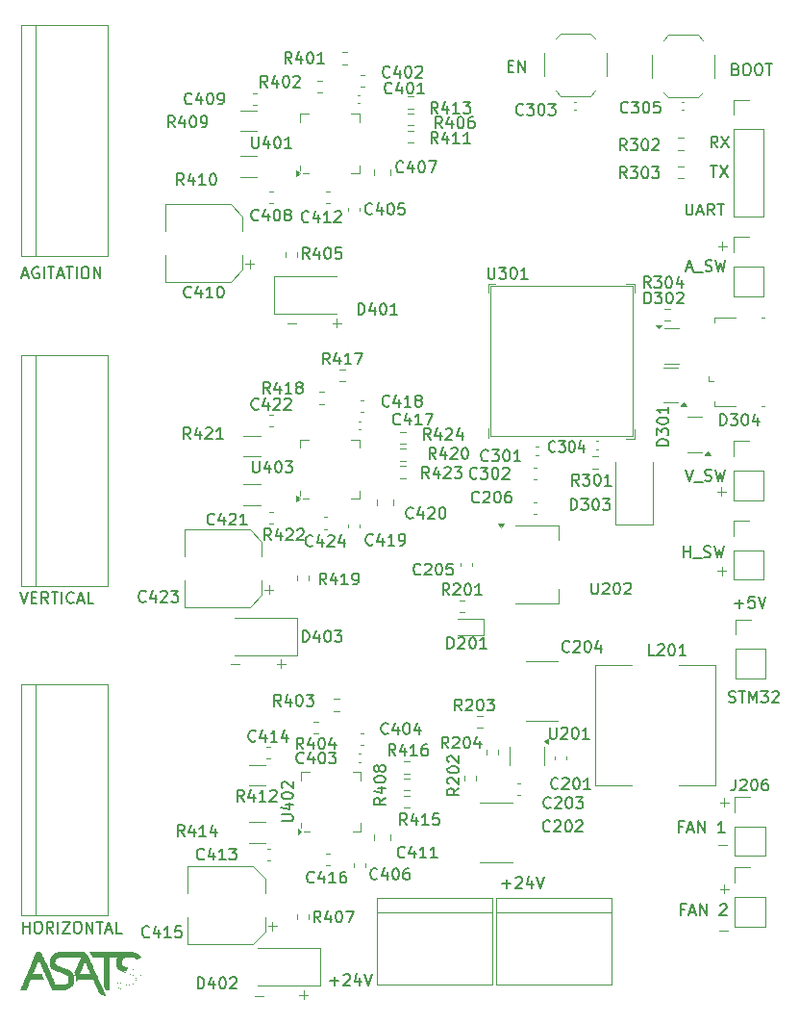
<source format=gbr>
%TF.GenerationSoftware,KiCad,Pcbnew,9.0.0*%
%TF.CreationDate,2025-05-07T21:56:05-07:00*%
%TF.ProjectId,Motor_Controller_Board_v1,4d6f746f-725f-4436-9f6e-74726f6c6c65,v1*%
%TF.SameCoordinates,Original*%
%TF.FileFunction,Legend,Top*%
%TF.FilePolarity,Positive*%
%FSLAX46Y46*%
G04 Gerber Fmt 4.6, Leading zero omitted, Abs format (unit mm)*
G04 Created by KiCad (PCBNEW 9.0.0) date 2025-05-07 21:56:05*
%MOMM*%
%LPD*%
G01*
G04 APERTURE LIST*
%ADD10C,0.100000*%
%ADD11C,0.200000*%
%ADD12C,0.150000*%
%ADD13C,0.120000*%
%ADD14C,0.000000*%
G04 APERTURE END LIST*
D10*
X147603884Y-96391466D02*
X148365789Y-96391466D01*
X147984836Y-96772419D02*
X147984836Y-96010514D01*
X143703884Y-96391466D02*
X144465789Y-96391466D01*
X140803884Y-155591466D02*
X141565789Y-155591466D01*
X144703884Y-155491466D02*
X145465789Y-155491466D01*
X145084836Y-155872419D02*
X145084836Y-155110514D01*
X138703884Y-126391466D02*
X139465789Y-126391466D01*
X142703884Y-126391466D02*
X143465789Y-126391466D01*
X143084836Y-126772419D02*
X143084836Y-126010514D01*
X181578884Y-89651466D02*
X182340789Y-89651466D01*
X181959836Y-90032419D02*
X181959836Y-89270514D01*
X181503884Y-111216466D02*
X182265789Y-111216466D01*
X181884836Y-111597419D02*
X181884836Y-110835514D01*
X181553884Y-118216466D02*
X182315789Y-118216466D01*
X181934836Y-118597419D02*
X181934836Y-117835514D01*
D11*
X182547054Y-129744600D02*
X182689911Y-129792219D01*
X182689911Y-129792219D02*
X182928006Y-129792219D01*
X182928006Y-129792219D02*
X183023244Y-129744600D01*
X183023244Y-129744600D02*
X183070863Y-129696980D01*
X183070863Y-129696980D02*
X183118482Y-129601742D01*
X183118482Y-129601742D02*
X183118482Y-129506504D01*
X183118482Y-129506504D02*
X183070863Y-129411266D01*
X183070863Y-129411266D02*
X183023244Y-129363647D01*
X183023244Y-129363647D02*
X182928006Y-129316028D01*
X182928006Y-129316028D02*
X182737530Y-129268409D01*
X182737530Y-129268409D02*
X182642292Y-129220790D01*
X182642292Y-129220790D02*
X182594673Y-129173171D01*
X182594673Y-129173171D02*
X182547054Y-129077933D01*
X182547054Y-129077933D02*
X182547054Y-128982695D01*
X182547054Y-128982695D02*
X182594673Y-128887457D01*
X182594673Y-128887457D02*
X182642292Y-128839838D01*
X182642292Y-128839838D02*
X182737530Y-128792219D01*
X182737530Y-128792219D02*
X182975625Y-128792219D01*
X182975625Y-128792219D02*
X183118482Y-128839838D01*
X183404197Y-128792219D02*
X183975625Y-128792219D01*
X183689911Y-129792219D02*
X183689911Y-128792219D01*
X184308959Y-129792219D02*
X184308959Y-128792219D01*
X184308959Y-128792219D02*
X184642292Y-129506504D01*
X184642292Y-129506504D02*
X184975625Y-128792219D01*
X184975625Y-128792219D02*
X184975625Y-129792219D01*
X185356578Y-128792219D02*
X185975625Y-128792219D01*
X185975625Y-128792219D02*
X185642292Y-129173171D01*
X185642292Y-129173171D02*
X185785149Y-129173171D01*
X185785149Y-129173171D02*
X185880387Y-129220790D01*
X185880387Y-129220790D02*
X185928006Y-129268409D01*
X185928006Y-129268409D02*
X185975625Y-129363647D01*
X185975625Y-129363647D02*
X185975625Y-129601742D01*
X185975625Y-129601742D02*
X185928006Y-129696980D01*
X185928006Y-129696980D02*
X185880387Y-129744600D01*
X185880387Y-129744600D02*
X185785149Y-129792219D01*
X185785149Y-129792219D02*
X185499435Y-129792219D01*
X185499435Y-129792219D02*
X185404197Y-129744600D01*
X185404197Y-129744600D02*
X185356578Y-129696980D01*
X186356578Y-128887457D02*
X186404197Y-128839838D01*
X186404197Y-128839838D02*
X186499435Y-128792219D01*
X186499435Y-128792219D02*
X186737530Y-128792219D01*
X186737530Y-128792219D02*
X186832768Y-128839838D01*
X186832768Y-128839838D02*
X186880387Y-128887457D01*
X186880387Y-128887457D02*
X186928006Y-128982695D01*
X186928006Y-128982695D02*
X186928006Y-129077933D01*
X186928006Y-129077933D02*
X186880387Y-129220790D01*
X186880387Y-129220790D02*
X186308959Y-129792219D01*
X186308959Y-129792219D02*
X186928006Y-129792219D01*
D10*
X181703884Y-149816466D02*
X182465789Y-149816466D01*
X181753884Y-146191466D02*
X182515789Y-146191466D01*
X182134836Y-146572419D02*
X182134836Y-145810514D01*
D11*
X178628006Y-147993409D02*
X178294673Y-147993409D01*
X178294673Y-148517219D02*
X178294673Y-147517219D01*
X178294673Y-147517219D02*
X178770863Y-147517219D01*
X179104197Y-148231504D02*
X179580387Y-148231504D01*
X179008959Y-148517219D02*
X179342292Y-147517219D01*
X179342292Y-147517219D02*
X179675625Y-148517219D01*
X180008959Y-148517219D02*
X180008959Y-147517219D01*
X180008959Y-147517219D02*
X180580387Y-148517219D01*
X180580387Y-148517219D02*
X180580387Y-147517219D01*
X181770864Y-147612457D02*
X181818483Y-147564838D01*
X181818483Y-147564838D02*
X181913721Y-147517219D01*
X181913721Y-147517219D02*
X182151816Y-147517219D01*
X182151816Y-147517219D02*
X182247054Y-147564838D01*
X182247054Y-147564838D02*
X182294673Y-147612457D01*
X182294673Y-147612457D02*
X182342292Y-147707695D01*
X182342292Y-147707695D02*
X182342292Y-147802933D01*
X182342292Y-147802933D02*
X182294673Y-147945790D01*
X182294673Y-147945790D02*
X181723245Y-148517219D01*
X181723245Y-148517219D02*
X182342292Y-148517219D01*
D10*
X181603884Y-142341466D02*
X182365789Y-142341466D01*
X181728884Y-138566466D02*
X182490789Y-138566466D01*
X182109836Y-138947419D02*
X182109836Y-138185514D01*
D11*
X178453006Y-140693409D02*
X178119673Y-140693409D01*
X178119673Y-141217219D02*
X178119673Y-140217219D01*
X178119673Y-140217219D02*
X178595863Y-140217219D01*
X178929197Y-140931504D02*
X179405387Y-140931504D01*
X178833959Y-141217219D02*
X179167292Y-140217219D01*
X179167292Y-140217219D02*
X179500625Y-141217219D01*
X179833959Y-141217219D02*
X179833959Y-140217219D01*
X179833959Y-140217219D02*
X180405387Y-141217219D01*
X180405387Y-141217219D02*
X180405387Y-140217219D01*
X182167292Y-141217219D02*
X181595864Y-141217219D01*
X181881578Y-141217219D02*
X181881578Y-140217219D01*
X181881578Y-140217219D02*
X181786340Y-140360076D01*
X181786340Y-140360076D02*
X181691102Y-140455314D01*
X181691102Y-140455314D02*
X181595864Y-140502933D01*
X120126816Y-120067219D02*
X120460149Y-121067219D01*
X120460149Y-121067219D02*
X120793482Y-120067219D01*
X121126816Y-120543409D02*
X121460149Y-120543409D01*
X121603006Y-121067219D02*
X121126816Y-121067219D01*
X121126816Y-121067219D02*
X121126816Y-120067219D01*
X121126816Y-120067219D02*
X121603006Y-120067219D01*
X122603006Y-121067219D02*
X122269673Y-120591028D01*
X122031578Y-121067219D02*
X122031578Y-120067219D01*
X122031578Y-120067219D02*
X122412530Y-120067219D01*
X122412530Y-120067219D02*
X122507768Y-120114838D01*
X122507768Y-120114838D02*
X122555387Y-120162457D01*
X122555387Y-120162457D02*
X122603006Y-120257695D01*
X122603006Y-120257695D02*
X122603006Y-120400552D01*
X122603006Y-120400552D02*
X122555387Y-120495790D01*
X122555387Y-120495790D02*
X122507768Y-120543409D01*
X122507768Y-120543409D02*
X122412530Y-120591028D01*
X122412530Y-120591028D02*
X122031578Y-120591028D01*
X122888721Y-120067219D02*
X123460149Y-120067219D01*
X123174435Y-121067219D02*
X123174435Y-120067219D01*
X123793483Y-121067219D02*
X123793483Y-120067219D01*
X124841101Y-120971980D02*
X124793482Y-121019600D01*
X124793482Y-121019600D02*
X124650625Y-121067219D01*
X124650625Y-121067219D02*
X124555387Y-121067219D01*
X124555387Y-121067219D02*
X124412530Y-121019600D01*
X124412530Y-121019600D02*
X124317292Y-120924361D01*
X124317292Y-120924361D02*
X124269673Y-120829123D01*
X124269673Y-120829123D02*
X124222054Y-120638647D01*
X124222054Y-120638647D02*
X124222054Y-120495790D01*
X124222054Y-120495790D02*
X124269673Y-120305314D01*
X124269673Y-120305314D02*
X124317292Y-120210076D01*
X124317292Y-120210076D02*
X124412530Y-120114838D01*
X124412530Y-120114838D02*
X124555387Y-120067219D01*
X124555387Y-120067219D02*
X124650625Y-120067219D01*
X124650625Y-120067219D02*
X124793482Y-120114838D01*
X124793482Y-120114838D02*
X124841101Y-120162457D01*
X125222054Y-120781504D02*
X125698244Y-120781504D01*
X125126816Y-121067219D02*
X125460149Y-120067219D01*
X125460149Y-120067219D02*
X125793482Y-121067219D01*
X126603006Y-121067219D02*
X126126816Y-121067219D01*
X126126816Y-121067219D02*
X126126816Y-120067219D01*
X178701816Y-109292219D02*
X179035149Y-110292219D01*
X179035149Y-110292219D02*
X179368482Y-109292219D01*
X179463721Y-110387457D02*
X180225625Y-110387457D01*
X180416102Y-110244600D02*
X180558959Y-110292219D01*
X180558959Y-110292219D02*
X180797054Y-110292219D01*
X180797054Y-110292219D02*
X180892292Y-110244600D01*
X180892292Y-110244600D02*
X180939911Y-110196980D01*
X180939911Y-110196980D02*
X180987530Y-110101742D01*
X180987530Y-110101742D02*
X180987530Y-110006504D01*
X180987530Y-110006504D02*
X180939911Y-109911266D01*
X180939911Y-109911266D02*
X180892292Y-109863647D01*
X180892292Y-109863647D02*
X180797054Y-109816028D01*
X180797054Y-109816028D02*
X180606578Y-109768409D01*
X180606578Y-109768409D02*
X180511340Y-109720790D01*
X180511340Y-109720790D02*
X180463721Y-109673171D01*
X180463721Y-109673171D02*
X180416102Y-109577933D01*
X180416102Y-109577933D02*
X180416102Y-109482695D01*
X180416102Y-109482695D02*
X180463721Y-109387457D01*
X180463721Y-109387457D02*
X180511340Y-109339838D01*
X180511340Y-109339838D02*
X180606578Y-109292219D01*
X180606578Y-109292219D02*
X180844673Y-109292219D01*
X180844673Y-109292219D02*
X180987530Y-109339838D01*
X181320864Y-109292219D02*
X181558959Y-110292219D01*
X181558959Y-110292219D02*
X181749435Y-109577933D01*
X181749435Y-109577933D02*
X181939911Y-110292219D01*
X181939911Y-110292219D02*
X182178007Y-109292219D01*
X183153006Y-74068409D02*
X183295863Y-74116028D01*
X183295863Y-74116028D02*
X183343482Y-74163647D01*
X183343482Y-74163647D02*
X183391101Y-74258885D01*
X183391101Y-74258885D02*
X183391101Y-74401742D01*
X183391101Y-74401742D02*
X183343482Y-74496980D01*
X183343482Y-74496980D02*
X183295863Y-74544600D01*
X183295863Y-74544600D02*
X183200625Y-74592219D01*
X183200625Y-74592219D02*
X182819673Y-74592219D01*
X182819673Y-74592219D02*
X182819673Y-73592219D01*
X182819673Y-73592219D02*
X183153006Y-73592219D01*
X183153006Y-73592219D02*
X183248244Y-73639838D01*
X183248244Y-73639838D02*
X183295863Y-73687457D01*
X183295863Y-73687457D02*
X183343482Y-73782695D01*
X183343482Y-73782695D02*
X183343482Y-73877933D01*
X183343482Y-73877933D02*
X183295863Y-73973171D01*
X183295863Y-73973171D02*
X183248244Y-74020790D01*
X183248244Y-74020790D02*
X183153006Y-74068409D01*
X183153006Y-74068409D02*
X182819673Y-74068409D01*
X184010149Y-73592219D02*
X184200625Y-73592219D01*
X184200625Y-73592219D02*
X184295863Y-73639838D01*
X184295863Y-73639838D02*
X184391101Y-73735076D01*
X184391101Y-73735076D02*
X184438720Y-73925552D01*
X184438720Y-73925552D02*
X184438720Y-74258885D01*
X184438720Y-74258885D02*
X184391101Y-74449361D01*
X184391101Y-74449361D02*
X184295863Y-74544600D01*
X184295863Y-74544600D02*
X184200625Y-74592219D01*
X184200625Y-74592219D02*
X184010149Y-74592219D01*
X184010149Y-74592219D02*
X183914911Y-74544600D01*
X183914911Y-74544600D02*
X183819673Y-74449361D01*
X183819673Y-74449361D02*
X183772054Y-74258885D01*
X183772054Y-74258885D02*
X183772054Y-73925552D01*
X183772054Y-73925552D02*
X183819673Y-73735076D01*
X183819673Y-73735076D02*
X183914911Y-73639838D01*
X183914911Y-73639838D02*
X184010149Y-73592219D01*
X185057768Y-73592219D02*
X185248244Y-73592219D01*
X185248244Y-73592219D02*
X185343482Y-73639838D01*
X185343482Y-73639838D02*
X185438720Y-73735076D01*
X185438720Y-73735076D02*
X185486339Y-73925552D01*
X185486339Y-73925552D02*
X185486339Y-74258885D01*
X185486339Y-74258885D02*
X185438720Y-74449361D01*
X185438720Y-74449361D02*
X185343482Y-74544600D01*
X185343482Y-74544600D02*
X185248244Y-74592219D01*
X185248244Y-74592219D02*
X185057768Y-74592219D01*
X185057768Y-74592219D02*
X184962530Y-74544600D01*
X184962530Y-74544600D02*
X184867292Y-74449361D01*
X184867292Y-74449361D02*
X184819673Y-74258885D01*
X184819673Y-74258885D02*
X184819673Y-73925552D01*
X184819673Y-73925552D02*
X184867292Y-73735076D01*
X184867292Y-73735076D02*
X184962530Y-73639838D01*
X184962530Y-73639838D02*
X185057768Y-73592219D01*
X185772054Y-73592219D02*
X186343482Y-73592219D01*
X186057768Y-74592219D02*
X186057768Y-73592219D01*
X183069673Y-121086266D02*
X183831578Y-121086266D01*
X183450625Y-121467219D02*
X183450625Y-120705314D01*
X184783958Y-120467219D02*
X184307768Y-120467219D01*
X184307768Y-120467219D02*
X184260149Y-120943409D01*
X184260149Y-120943409D02*
X184307768Y-120895790D01*
X184307768Y-120895790D02*
X184403006Y-120848171D01*
X184403006Y-120848171D02*
X184641101Y-120848171D01*
X184641101Y-120848171D02*
X184736339Y-120895790D01*
X184736339Y-120895790D02*
X184783958Y-120943409D01*
X184783958Y-120943409D02*
X184831577Y-121038647D01*
X184831577Y-121038647D02*
X184831577Y-121276742D01*
X184831577Y-121276742D02*
X184783958Y-121371980D01*
X184783958Y-121371980D02*
X184736339Y-121419600D01*
X184736339Y-121419600D02*
X184641101Y-121467219D01*
X184641101Y-121467219D02*
X184403006Y-121467219D01*
X184403006Y-121467219D02*
X184307768Y-121419600D01*
X184307768Y-121419600D02*
X184260149Y-121371980D01*
X185117292Y-120467219D02*
X185450625Y-121467219D01*
X185450625Y-121467219D02*
X185783958Y-120467219D01*
X120322054Y-92181504D02*
X120798244Y-92181504D01*
X120226816Y-92467219D02*
X120560149Y-91467219D01*
X120560149Y-91467219D02*
X120893482Y-92467219D01*
X121750625Y-91514838D02*
X121655387Y-91467219D01*
X121655387Y-91467219D02*
X121512530Y-91467219D01*
X121512530Y-91467219D02*
X121369673Y-91514838D01*
X121369673Y-91514838D02*
X121274435Y-91610076D01*
X121274435Y-91610076D02*
X121226816Y-91705314D01*
X121226816Y-91705314D02*
X121179197Y-91895790D01*
X121179197Y-91895790D02*
X121179197Y-92038647D01*
X121179197Y-92038647D02*
X121226816Y-92229123D01*
X121226816Y-92229123D02*
X121274435Y-92324361D01*
X121274435Y-92324361D02*
X121369673Y-92419600D01*
X121369673Y-92419600D02*
X121512530Y-92467219D01*
X121512530Y-92467219D02*
X121607768Y-92467219D01*
X121607768Y-92467219D02*
X121750625Y-92419600D01*
X121750625Y-92419600D02*
X121798244Y-92371980D01*
X121798244Y-92371980D02*
X121798244Y-92038647D01*
X121798244Y-92038647D02*
X121607768Y-92038647D01*
X122226816Y-92467219D02*
X122226816Y-91467219D01*
X122560149Y-91467219D02*
X123131577Y-91467219D01*
X122845863Y-92467219D02*
X122845863Y-91467219D01*
X123417292Y-92181504D02*
X123893482Y-92181504D01*
X123322054Y-92467219D02*
X123655387Y-91467219D01*
X123655387Y-91467219D02*
X123988720Y-92467219D01*
X124179197Y-91467219D02*
X124750625Y-91467219D01*
X124464911Y-92467219D02*
X124464911Y-91467219D01*
X125083959Y-92467219D02*
X125083959Y-91467219D01*
X125750625Y-91467219D02*
X125941101Y-91467219D01*
X125941101Y-91467219D02*
X126036339Y-91514838D01*
X126036339Y-91514838D02*
X126131577Y-91610076D01*
X126131577Y-91610076D02*
X126179196Y-91800552D01*
X126179196Y-91800552D02*
X126179196Y-92133885D01*
X126179196Y-92133885D02*
X126131577Y-92324361D01*
X126131577Y-92324361D02*
X126036339Y-92419600D01*
X126036339Y-92419600D02*
X125941101Y-92467219D01*
X125941101Y-92467219D02*
X125750625Y-92467219D01*
X125750625Y-92467219D02*
X125655387Y-92419600D01*
X125655387Y-92419600D02*
X125560149Y-92324361D01*
X125560149Y-92324361D02*
X125512530Y-92133885D01*
X125512530Y-92133885D02*
X125512530Y-91800552D01*
X125512530Y-91800552D02*
X125560149Y-91610076D01*
X125560149Y-91610076D02*
X125655387Y-91514838D01*
X125655387Y-91514838D02*
X125750625Y-91467219D01*
X126607768Y-92467219D02*
X126607768Y-91467219D01*
X126607768Y-91467219D02*
X127179196Y-92467219D01*
X127179196Y-92467219D02*
X127179196Y-91467219D01*
X181541101Y-80967219D02*
X181207768Y-80491028D01*
X180969673Y-80967219D02*
X180969673Y-79967219D01*
X180969673Y-79967219D02*
X181350625Y-79967219D01*
X181350625Y-79967219D02*
X181445863Y-80014838D01*
X181445863Y-80014838D02*
X181493482Y-80062457D01*
X181493482Y-80062457D02*
X181541101Y-80157695D01*
X181541101Y-80157695D02*
X181541101Y-80300552D01*
X181541101Y-80300552D02*
X181493482Y-80395790D01*
X181493482Y-80395790D02*
X181445863Y-80443409D01*
X181445863Y-80443409D02*
X181350625Y-80491028D01*
X181350625Y-80491028D02*
X180969673Y-80491028D01*
X181874435Y-79967219D02*
X182541101Y-80967219D01*
X182541101Y-79967219D02*
X181874435Y-80967219D01*
X180926816Y-82567219D02*
X181498244Y-82567219D01*
X181212530Y-83567219D02*
X181212530Y-82567219D01*
X181736340Y-82567219D02*
X182403006Y-83567219D01*
X182403006Y-82567219D02*
X181736340Y-83567219D01*
X163119673Y-73768409D02*
X163453006Y-73768409D01*
X163595863Y-74292219D02*
X163119673Y-74292219D01*
X163119673Y-74292219D02*
X163119673Y-73292219D01*
X163119673Y-73292219D02*
X163595863Y-73292219D01*
X164024435Y-74292219D02*
X164024435Y-73292219D01*
X164024435Y-73292219D02*
X164595863Y-74292219D01*
X164595863Y-74292219D02*
X164595863Y-73292219D01*
X162569673Y-145736266D02*
X163331578Y-145736266D01*
X162950625Y-146117219D02*
X162950625Y-145355314D01*
X163760149Y-145212457D02*
X163807768Y-145164838D01*
X163807768Y-145164838D02*
X163903006Y-145117219D01*
X163903006Y-145117219D02*
X164141101Y-145117219D01*
X164141101Y-145117219D02*
X164236339Y-145164838D01*
X164236339Y-145164838D02*
X164283958Y-145212457D01*
X164283958Y-145212457D02*
X164331577Y-145307695D01*
X164331577Y-145307695D02*
X164331577Y-145402933D01*
X164331577Y-145402933D02*
X164283958Y-145545790D01*
X164283958Y-145545790D02*
X163712530Y-146117219D01*
X163712530Y-146117219D02*
X164331577Y-146117219D01*
X165188720Y-145450552D02*
X165188720Y-146117219D01*
X164950625Y-145069600D02*
X164712530Y-145783885D01*
X164712530Y-145783885D02*
X165331577Y-145783885D01*
X165569673Y-145117219D02*
X165903006Y-146117219D01*
X165903006Y-146117219D02*
X166236339Y-145117219D01*
X178769673Y-85897219D02*
X178769673Y-86706742D01*
X178769673Y-86706742D02*
X178817292Y-86801980D01*
X178817292Y-86801980D02*
X178864911Y-86849600D01*
X178864911Y-86849600D02*
X178960149Y-86897219D01*
X178960149Y-86897219D02*
X179150625Y-86897219D01*
X179150625Y-86897219D02*
X179245863Y-86849600D01*
X179245863Y-86849600D02*
X179293482Y-86801980D01*
X179293482Y-86801980D02*
X179341101Y-86706742D01*
X179341101Y-86706742D02*
X179341101Y-85897219D01*
X179769673Y-86611504D02*
X180245863Y-86611504D01*
X179674435Y-86897219D02*
X180007768Y-85897219D01*
X180007768Y-85897219D02*
X180341101Y-86897219D01*
X181245863Y-86897219D02*
X180912530Y-86421028D01*
X180674435Y-86897219D02*
X180674435Y-85897219D01*
X180674435Y-85897219D02*
X181055387Y-85897219D01*
X181055387Y-85897219D02*
X181150625Y-85944838D01*
X181150625Y-85944838D02*
X181198244Y-85992457D01*
X181198244Y-85992457D02*
X181245863Y-86087695D01*
X181245863Y-86087695D02*
X181245863Y-86230552D01*
X181245863Y-86230552D02*
X181198244Y-86325790D01*
X181198244Y-86325790D02*
X181150625Y-86373409D01*
X181150625Y-86373409D02*
X181055387Y-86421028D01*
X181055387Y-86421028D02*
X180674435Y-86421028D01*
X181531578Y-85897219D02*
X182103006Y-85897219D01*
X181817292Y-86897219D02*
X181817292Y-85897219D01*
X178569673Y-117017219D02*
X178569673Y-116017219D01*
X178569673Y-116493409D02*
X179141101Y-116493409D01*
X179141101Y-117017219D02*
X179141101Y-116017219D01*
X179379197Y-117112457D02*
X180141101Y-117112457D01*
X180331578Y-116969600D02*
X180474435Y-117017219D01*
X180474435Y-117017219D02*
X180712530Y-117017219D01*
X180712530Y-117017219D02*
X180807768Y-116969600D01*
X180807768Y-116969600D02*
X180855387Y-116921980D01*
X180855387Y-116921980D02*
X180903006Y-116826742D01*
X180903006Y-116826742D02*
X180903006Y-116731504D01*
X180903006Y-116731504D02*
X180855387Y-116636266D01*
X180855387Y-116636266D02*
X180807768Y-116588647D01*
X180807768Y-116588647D02*
X180712530Y-116541028D01*
X180712530Y-116541028D02*
X180522054Y-116493409D01*
X180522054Y-116493409D02*
X180426816Y-116445790D01*
X180426816Y-116445790D02*
X180379197Y-116398171D01*
X180379197Y-116398171D02*
X180331578Y-116302933D01*
X180331578Y-116302933D02*
X180331578Y-116207695D01*
X180331578Y-116207695D02*
X180379197Y-116112457D01*
X180379197Y-116112457D02*
X180426816Y-116064838D01*
X180426816Y-116064838D02*
X180522054Y-116017219D01*
X180522054Y-116017219D02*
X180760149Y-116017219D01*
X180760149Y-116017219D02*
X180903006Y-116064838D01*
X181236340Y-116017219D02*
X181474435Y-117017219D01*
X181474435Y-117017219D02*
X181664911Y-116302933D01*
X181664911Y-116302933D02*
X181855387Y-117017219D01*
X181855387Y-117017219D02*
X182093483Y-116017219D01*
X120369673Y-150067219D02*
X120369673Y-149067219D01*
X120369673Y-149543409D02*
X120941101Y-149543409D01*
X120941101Y-150067219D02*
X120941101Y-149067219D01*
X121607768Y-149067219D02*
X121798244Y-149067219D01*
X121798244Y-149067219D02*
X121893482Y-149114838D01*
X121893482Y-149114838D02*
X121988720Y-149210076D01*
X121988720Y-149210076D02*
X122036339Y-149400552D01*
X122036339Y-149400552D02*
X122036339Y-149733885D01*
X122036339Y-149733885D02*
X121988720Y-149924361D01*
X121988720Y-149924361D02*
X121893482Y-150019600D01*
X121893482Y-150019600D02*
X121798244Y-150067219D01*
X121798244Y-150067219D02*
X121607768Y-150067219D01*
X121607768Y-150067219D02*
X121512530Y-150019600D01*
X121512530Y-150019600D02*
X121417292Y-149924361D01*
X121417292Y-149924361D02*
X121369673Y-149733885D01*
X121369673Y-149733885D02*
X121369673Y-149400552D01*
X121369673Y-149400552D02*
X121417292Y-149210076D01*
X121417292Y-149210076D02*
X121512530Y-149114838D01*
X121512530Y-149114838D02*
X121607768Y-149067219D01*
X123036339Y-150067219D02*
X122703006Y-149591028D01*
X122464911Y-150067219D02*
X122464911Y-149067219D01*
X122464911Y-149067219D02*
X122845863Y-149067219D01*
X122845863Y-149067219D02*
X122941101Y-149114838D01*
X122941101Y-149114838D02*
X122988720Y-149162457D01*
X122988720Y-149162457D02*
X123036339Y-149257695D01*
X123036339Y-149257695D02*
X123036339Y-149400552D01*
X123036339Y-149400552D02*
X122988720Y-149495790D01*
X122988720Y-149495790D02*
X122941101Y-149543409D01*
X122941101Y-149543409D02*
X122845863Y-149591028D01*
X122845863Y-149591028D02*
X122464911Y-149591028D01*
X123464911Y-150067219D02*
X123464911Y-149067219D01*
X123845863Y-149067219D02*
X124512529Y-149067219D01*
X124512529Y-149067219D02*
X123845863Y-150067219D01*
X123845863Y-150067219D02*
X124512529Y-150067219D01*
X125083958Y-149067219D02*
X125274434Y-149067219D01*
X125274434Y-149067219D02*
X125369672Y-149114838D01*
X125369672Y-149114838D02*
X125464910Y-149210076D01*
X125464910Y-149210076D02*
X125512529Y-149400552D01*
X125512529Y-149400552D02*
X125512529Y-149733885D01*
X125512529Y-149733885D02*
X125464910Y-149924361D01*
X125464910Y-149924361D02*
X125369672Y-150019600D01*
X125369672Y-150019600D02*
X125274434Y-150067219D01*
X125274434Y-150067219D02*
X125083958Y-150067219D01*
X125083958Y-150067219D02*
X124988720Y-150019600D01*
X124988720Y-150019600D02*
X124893482Y-149924361D01*
X124893482Y-149924361D02*
X124845863Y-149733885D01*
X124845863Y-149733885D02*
X124845863Y-149400552D01*
X124845863Y-149400552D02*
X124893482Y-149210076D01*
X124893482Y-149210076D02*
X124988720Y-149114838D01*
X124988720Y-149114838D02*
X125083958Y-149067219D01*
X125941101Y-150067219D02*
X125941101Y-149067219D01*
X125941101Y-149067219D02*
X126512529Y-150067219D01*
X126512529Y-150067219D02*
X126512529Y-149067219D01*
X126845863Y-149067219D02*
X127417291Y-149067219D01*
X127131577Y-150067219D02*
X127131577Y-149067219D01*
X127703006Y-149781504D02*
X128179196Y-149781504D01*
X127607768Y-150067219D02*
X127941101Y-149067219D01*
X127941101Y-149067219D02*
X128274434Y-150067219D01*
X129083958Y-150067219D02*
X128607768Y-150067219D01*
X128607768Y-150067219D02*
X128607768Y-149067219D01*
X147419673Y-154286266D02*
X148181578Y-154286266D01*
X147800625Y-154667219D02*
X147800625Y-153905314D01*
X148610149Y-153762457D02*
X148657768Y-153714838D01*
X148657768Y-153714838D02*
X148753006Y-153667219D01*
X148753006Y-153667219D02*
X148991101Y-153667219D01*
X148991101Y-153667219D02*
X149086339Y-153714838D01*
X149086339Y-153714838D02*
X149133958Y-153762457D01*
X149133958Y-153762457D02*
X149181577Y-153857695D01*
X149181577Y-153857695D02*
X149181577Y-153952933D01*
X149181577Y-153952933D02*
X149133958Y-154095790D01*
X149133958Y-154095790D02*
X148562530Y-154667219D01*
X148562530Y-154667219D02*
X149181577Y-154667219D01*
X150038720Y-154000552D02*
X150038720Y-154667219D01*
X149800625Y-153619600D02*
X149562530Y-154333885D01*
X149562530Y-154333885D02*
X150181577Y-154333885D01*
X150419673Y-153667219D02*
X150753006Y-154667219D01*
X150753006Y-154667219D02*
X151086339Y-153667219D01*
X178847054Y-91556504D02*
X179323244Y-91556504D01*
X178751816Y-91842219D02*
X179085149Y-90842219D01*
X179085149Y-90842219D02*
X179418482Y-91842219D01*
X179513721Y-91937457D02*
X180275625Y-91937457D01*
X180466102Y-91794600D02*
X180608959Y-91842219D01*
X180608959Y-91842219D02*
X180847054Y-91842219D01*
X180847054Y-91842219D02*
X180942292Y-91794600D01*
X180942292Y-91794600D02*
X180989911Y-91746980D01*
X180989911Y-91746980D02*
X181037530Y-91651742D01*
X181037530Y-91651742D02*
X181037530Y-91556504D01*
X181037530Y-91556504D02*
X180989911Y-91461266D01*
X180989911Y-91461266D02*
X180942292Y-91413647D01*
X180942292Y-91413647D02*
X180847054Y-91366028D01*
X180847054Y-91366028D02*
X180656578Y-91318409D01*
X180656578Y-91318409D02*
X180561340Y-91270790D01*
X180561340Y-91270790D02*
X180513721Y-91223171D01*
X180513721Y-91223171D02*
X180466102Y-91127933D01*
X180466102Y-91127933D02*
X180466102Y-91032695D01*
X180466102Y-91032695D02*
X180513721Y-90937457D01*
X180513721Y-90937457D02*
X180561340Y-90889838D01*
X180561340Y-90889838D02*
X180656578Y-90842219D01*
X180656578Y-90842219D02*
X180894673Y-90842219D01*
X180894673Y-90842219D02*
X181037530Y-90889838D01*
X181370864Y-90842219D02*
X181608959Y-91842219D01*
X181608959Y-91842219D02*
X181799435Y-91127933D01*
X181799435Y-91127933D02*
X181989911Y-91842219D01*
X181989911Y-91842219D02*
X182228007Y-90842219D01*
D12*
X177204819Y-107190475D02*
X176204819Y-107190475D01*
X176204819Y-107190475D02*
X176204819Y-106952380D01*
X176204819Y-106952380D02*
X176252438Y-106809523D01*
X176252438Y-106809523D02*
X176347676Y-106714285D01*
X176347676Y-106714285D02*
X176442914Y-106666666D01*
X176442914Y-106666666D02*
X176633390Y-106619047D01*
X176633390Y-106619047D02*
X176776247Y-106619047D01*
X176776247Y-106619047D02*
X176966723Y-106666666D01*
X176966723Y-106666666D02*
X177061961Y-106714285D01*
X177061961Y-106714285D02*
X177157200Y-106809523D01*
X177157200Y-106809523D02*
X177204819Y-106952380D01*
X177204819Y-106952380D02*
X177204819Y-107190475D01*
X176204819Y-106285713D02*
X176204819Y-105666666D01*
X176204819Y-105666666D02*
X176585771Y-105999999D01*
X176585771Y-105999999D02*
X176585771Y-105857142D01*
X176585771Y-105857142D02*
X176633390Y-105761904D01*
X176633390Y-105761904D02*
X176681009Y-105714285D01*
X176681009Y-105714285D02*
X176776247Y-105666666D01*
X176776247Y-105666666D02*
X177014342Y-105666666D01*
X177014342Y-105666666D02*
X177109580Y-105714285D01*
X177109580Y-105714285D02*
X177157200Y-105761904D01*
X177157200Y-105761904D02*
X177204819Y-105857142D01*
X177204819Y-105857142D02*
X177204819Y-106142856D01*
X177204819Y-106142856D02*
X177157200Y-106238094D01*
X177157200Y-106238094D02*
X177109580Y-106285713D01*
X176204819Y-105047618D02*
X176204819Y-104952380D01*
X176204819Y-104952380D02*
X176252438Y-104857142D01*
X176252438Y-104857142D02*
X176300057Y-104809523D01*
X176300057Y-104809523D02*
X176395295Y-104761904D01*
X176395295Y-104761904D02*
X176585771Y-104714285D01*
X176585771Y-104714285D02*
X176823866Y-104714285D01*
X176823866Y-104714285D02*
X177014342Y-104761904D01*
X177014342Y-104761904D02*
X177109580Y-104809523D01*
X177109580Y-104809523D02*
X177157200Y-104857142D01*
X177157200Y-104857142D02*
X177204819Y-104952380D01*
X177204819Y-104952380D02*
X177204819Y-105047618D01*
X177204819Y-105047618D02*
X177157200Y-105142856D01*
X177157200Y-105142856D02*
X177109580Y-105190475D01*
X177109580Y-105190475D02*
X177014342Y-105238094D01*
X177014342Y-105238094D02*
X176823866Y-105285713D01*
X176823866Y-105285713D02*
X176585771Y-105285713D01*
X176585771Y-105285713D02*
X176395295Y-105238094D01*
X176395295Y-105238094D02*
X176300057Y-105190475D01*
X176300057Y-105190475D02*
X176252438Y-105142856D01*
X176252438Y-105142856D02*
X176204819Y-105047618D01*
X177204819Y-103761904D02*
X177204819Y-104333332D01*
X177204819Y-104047618D02*
X176204819Y-104047618D01*
X176204819Y-104047618D02*
X176347676Y-104142856D01*
X176347676Y-104142856D02*
X176442914Y-104238094D01*
X176442914Y-104238094D02*
X176490533Y-104333332D01*
X175109524Y-94679819D02*
X175109524Y-93679819D01*
X175109524Y-93679819D02*
X175347619Y-93679819D01*
X175347619Y-93679819D02*
X175490476Y-93727438D01*
X175490476Y-93727438D02*
X175585714Y-93822676D01*
X175585714Y-93822676D02*
X175633333Y-93917914D01*
X175633333Y-93917914D02*
X175680952Y-94108390D01*
X175680952Y-94108390D02*
X175680952Y-94251247D01*
X175680952Y-94251247D02*
X175633333Y-94441723D01*
X175633333Y-94441723D02*
X175585714Y-94536961D01*
X175585714Y-94536961D02*
X175490476Y-94632200D01*
X175490476Y-94632200D02*
X175347619Y-94679819D01*
X175347619Y-94679819D02*
X175109524Y-94679819D01*
X176014286Y-93679819D02*
X176633333Y-93679819D01*
X176633333Y-93679819D02*
X176300000Y-94060771D01*
X176300000Y-94060771D02*
X176442857Y-94060771D01*
X176442857Y-94060771D02*
X176538095Y-94108390D01*
X176538095Y-94108390D02*
X176585714Y-94156009D01*
X176585714Y-94156009D02*
X176633333Y-94251247D01*
X176633333Y-94251247D02*
X176633333Y-94489342D01*
X176633333Y-94489342D02*
X176585714Y-94584580D01*
X176585714Y-94584580D02*
X176538095Y-94632200D01*
X176538095Y-94632200D02*
X176442857Y-94679819D01*
X176442857Y-94679819D02*
X176157143Y-94679819D01*
X176157143Y-94679819D02*
X176061905Y-94632200D01*
X176061905Y-94632200D02*
X176014286Y-94584580D01*
X177252381Y-93679819D02*
X177347619Y-93679819D01*
X177347619Y-93679819D02*
X177442857Y-93727438D01*
X177442857Y-93727438D02*
X177490476Y-93775057D01*
X177490476Y-93775057D02*
X177538095Y-93870295D01*
X177538095Y-93870295D02*
X177585714Y-94060771D01*
X177585714Y-94060771D02*
X177585714Y-94298866D01*
X177585714Y-94298866D02*
X177538095Y-94489342D01*
X177538095Y-94489342D02*
X177490476Y-94584580D01*
X177490476Y-94584580D02*
X177442857Y-94632200D01*
X177442857Y-94632200D02*
X177347619Y-94679819D01*
X177347619Y-94679819D02*
X177252381Y-94679819D01*
X177252381Y-94679819D02*
X177157143Y-94632200D01*
X177157143Y-94632200D02*
X177109524Y-94584580D01*
X177109524Y-94584580D02*
X177061905Y-94489342D01*
X177061905Y-94489342D02*
X177014286Y-94298866D01*
X177014286Y-94298866D02*
X177014286Y-94060771D01*
X177014286Y-94060771D02*
X177061905Y-93870295D01*
X177061905Y-93870295D02*
X177109524Y-93775057D01*
X177109524Y-93775057D02*
X177157143Y-93727438D01*
X177157143Y-93727438D02*
X177252381Y-93679819D01*
X177966667Y-93775057D02*
X178014286Y-93727438D01*
X178014286Y-93727438D02*
X178109524Y-93679819D01*
X178109524Y-93679819D02*
X178347619Y-93679819D01*
X178347619Y-93679819D02*
X178442857Y-93727438D01*
X178442857Y-93727438D02*
X178490476Y-93775057D01*
X178490476Y-93775057D02*
X178538095Y-93870295D01*
X178538095Y-93870295D02*
X178538095Y-93965533D01*
X178538095Y-93965533D02*
X178490476Y-94108390D01*
X178490476Y-94108390D02*
X177919048Y-94679819D01*
X177919048Y-94679819D02*
X178538095Y-94679819D01*
X181759524Y-105404819D02*
X181759524Y-104404819D01*
X181759524Y-104404819D02*
X181997619Y-104404819D01*
X181997619Y-104404819D02*
X182140476Y-104452438D01*
X182140476Y-104452438D02*
X182235714Y-104547676D01*
X182235714Y-104547676D02*
X182283333Y-104642914D01*
X182283333Y-104642914D02*
X182330952Y-104833390D01*
X182330952Y-104833390D02*
X182330952Y-104976247D01*
X182330952Y-104976247D02*
X182283333Y-105166723D01*
X182283333Y-105166723D02*
X182235714Y-105261961D01*
X182235714Y-105261961D02*
X182140476Y-105357200D01*
X182140476Y-105357200D02*
X181997619Y-105404819D01*
X181997619Y-105404819D02*
X181759524Y-105404819D01*
X182664286Y-104404819D02*
X183283333Y-104404819D01*
X183283333Y-104404819D02*
X182950000Y-104785771D01*
X182950000Y-104785771D02*
X183092857Y-104785771D01*
X183092857Y-104785771D02*
X183188095Y-104833390D01*
X183188095Y-104833390D02*
X183235714Y-104881009D01*
X183235714Y-104881009D02*
X183283333Y-104976247D01*
X183283333Y-104976247D02*
X183283333Y-105214342D01*
X183283333Y-105214342D02*
X183235714Y-105309580D01*
X183235714Y-105309580D02*
X183188095Y-105357200D01*
X183188095Y-105357200D02*
X183092857Y-105404819D01*
X183092857Y-105404819D02*
X182807143Y-105404819D01*
X182807143Y-105404819D02*
X182711905Y-105357200D01*
X182711905Y-105357200D02*
X182664286Y-105309580D01*
X183902381Y-104404819D02*
X183997619Y-104404819D01*
X183997619Y-104404819D02*
X184092857Y-104452438D01*
X184092857Y-104452438D02*
X184140476Y-104500057D01*
X184140476Y-104500057D02*
X184188095Y-104595295D01*
X184188095Y-104595295D02*
X184235714Y-104785771D01*
X184235714Y-104785771D02*
X184235714Y-105023866D01*
X184235714Y-105023866D02*
X184188095Y-105214342D01*
X184188095Y-105214342D02*
X184140476Y-105309580D01*
X184140476Y-105309580D02*
X184092857Y-105357200D01*
X184092857Y-105357200D02*
X183997619Y-105404819D01*
X183997619Y-105404819D02*
X183902381Y-105404819D01*
X183902381Y-105404819D02*
X183807143Y-105357200D01*
X183807143Y-105357200D02*
X183759524Y-105309580D01*
X183759524Y-105309580D02*
X183711905Y-105214342D01*
X183711905Y-105214342D02*
X183664286Y-105023866D01*
X183664286Y-105023866D02*
X183664286Y-104785771D01*
X183664286Y-104785771D02*
X183711905Y-104595295D01*
X183711905Y-104595295D02*
X183759524Y-104500057D01*
X183759524Y-104500057D02*
X183807143Y-104452438D01*
X183807143Y-104452438D02*
X183902381Y-104404819D01*
X185092857Y-104738152D02*
X185092857Y-105404819D01*
X184854762Y-104357200D02*
X184616667Y-105071485D01*
X184616667Y-105071485D02*
X185235714Y-105071485D01*
X140535714Y-80004819D02*
X140535714Y-80814342D01*
X140535714Y-80814342D02*
X140583333Y-80909580D01*
X140583333Y-80909580D02*
X140630952Y-80957200D01*
X140630952Y-80957200D02*
X140726190Y-81004819D01*
X140726190Y-81004819D02*
X140916666Y-81004819D01*
X140916666Y-81004819D02*
X141011904Y-80957200D01*
X141011904Y-80957200D02*
X141059523Y-80909580D01*
X141059523Y-80909580D02*
X141107142Y-80814342D01*
X141107142Y-80814342D02*
X141107142Y-80004819D01*
X142011904Y-80338152D02*
X142011904Y-81004819D01*
X141773809Y-79957200D02*
X141535714Y-80671485D01*
X141535714Y-80671485D02*
X142154761Y-80671485D01*
X142726190Y-80004819D02*
X142821428Y-80004819D01*
X142821428Y-80004819D02*
X142916666Y-80052438D01*
X142916666Y-80052438D02*
X142964285Y-80100057D01*
X142964285Y-80100057D02*
X143011904Y-80195295D01*
X143011904Y-80195295D02*
X143059523Y-80385771D01*
X143059523Y-80385771D02*
X143059523Y-80623866D01*
X143059523Y-80623866D02*
X143011904Y-80814342D01*
X143011904Y-80814342D02*
X142964285Y-80909580D01*
X142964285Y-80909580D02*
X142916666Y-80957200D01*
X142916666Y-80957200D02*
X142821428Y-81004819D01*
X142821428Y-81004819D02*
X142726190Y-81004819D01*
X142726190Y-81004819D02*
X142630952Y-80957200D01*
X142630952Y-80957200D02*
X142583333Y-80909580D01*
X142583333Y-80909580D02*
X142535714Y-80814342D01*
X142535714Y-80814342D02*
X142488095Y-80623866D01*
X142488095Y-80623866D02*
X142488095Y-80385771D01*
X142488095Y-80385771D02*
X142535714Y-80195295D01*
X142535714Y-80195295D02*
X142583333Y-80100057D01*
X142583333Y-80100057D02*
X142630952Y-80052438D01*
X142630952Y-80052438D02*
X142726190Y-80004819D01*
X144011904Y-81004819D02*
X143440476Y-81004819D01*
X143726190Y-81004819D02*
X143726190Y-80004819D01*
X143726190Y-80004819D02*
X143630952Y-80147676D01*
X143630952Y-80147676D02*
X143535714Y-80242914D01*
X143535714Y-80242914D02*
X143440476Y-80290533D01*
X143144819Y-140214285D02*
X143954342Y-140214285D01*
X143954342Y-140214285D02*
X144049580Y-140166666D01*
X144049580Y-140166666D02*
X144097200Y-140119047D01*
X144097200Y-140119047D02*
X144144819Y-140023809D01*
X144144819Y-140023809D02*
X144144819Y-139833333D01*
X144144819Y-139833333D02*
X144097200Y-139738095D01*
X144097200Y-139738095D02*
X144049580Y-139690476D01*
X144049580Y-139690476D02*
X143954342Y-139642857D01*
X143954342Y-139642857D02*
X143144819Y-139642857D01*
X143478152Y-138738095D02*
X144144819Y-138738095D01*
X143097200Y-138976190D02*
X143811485Y-139214285D01*
X143811485Y-139214285D02*
X143811485Y-138595238D01*
X143144819Y-138023809D02*
X143144819Y-137928571D01*
X143144819Y-137928571D02*
X143192438Y-137833333D01*
X143192438Y-137833333D02*
X143240057Y-137785714D01*
X143240057Y-137785714D02*
X143335295Y-137738095D01*
X143335295Y-137738095D02*
X143525771Y-137690476D01*
X143525771Y-137690476D02*
X143763866Y-137690476D01*
X143763866Y-137690476D02*
X143954342Y-137738095D01*
X143954342Y-137738095D02*
X144049580Y-137785714D01*
X144049580Y-137785714D02*
X144097200Y-137833333D01*
X144097200Y-137833333D02*
X144144819Y-137928571D01*
X144144819Y-137928571D02*
X144144819Y-138023809D01*
X144144819Y-138023809D02*
X144097200Y-138119047D01*
X144097200Y-138119047D02*
X144049580Y-138166666D01*
X144049580Y-138166666D02*
X143954342Y-138214285D01*
X143954342Y-138214285D02*
X143763866Y-138261904D01*
X143763866Y-138261904D02*
X143525771Y-138261904D01*
X143525771Y-138261904D02*
X143335295Y-138214285D01*
X143335295Y-138214285D02*
X143240057Y-138166666D01*
X143240057Y-138166666D02*
X143192438Y-138119047D01*
X143192438Y-138119047D02*
X143144819Y-138023809D01*
X143240057Y-137309523D02*
X143192438Y-137261904D01*
X143192438Y-137261904D02*
X143144819Y-137166666D01*
X143144819Y-137166666D02*
X143144819Y-136928571D01*
X143144819Y-136928571D02*
X143192438Y-136833333D01*
X143192438Y-136833333D02*
X143240057Y-136785714D01*
X143240057Y-136785714D02*
X143335295Y-136738095D01*
X143335295Y-136738095D02*
X143430533Y-136738095D01*
X143430533Y-136738095D02*
X143573390Y-136785714D01*
X143573390Y-136785714D02*
X144144819Y-137357142D01*
X144144819Y-137357142D02*
X144144819Y-136738095D01*
X140610714Y-108554819D02*
X140610714Y-109364342D01*
X140610714Y-109364342D02*
X140658333Y-109459580D01*
X140658333Y-109459580D02*
X140705952Y-109507200D01*
X140705952Y-109507200D02*
X140801190Y-109554819D01*
X140801190Y-109554819D02*
X140991666Y-109554819D01*
X140991666Y-109554819D02*
X141086904Y-109507200D01*
X141086904Y-109507200D02*
X141134523Y-109459580D01*
X141134523Y-109459580D02*
X141182142Y-109364342D01*
X141182142Y-109364342D02*
X141182142Y-108554819D01*
X142086904Y-108888152D02*
X142086904Y-109554819D01*
X141848809Y-108507200D02*
X141610714Y-109221485D01*
X141610714Y-109221485D02*
X142229761Y-109221485D01*
X142801190Y-108554819D02*
X142896428Y-108554819D01*
X142896428Y-108554819D02*
X142991666Y-108602438D01*
X142991666Y-108602438D02*
X143039285Y-108650057D01*
X143039285Y-108650057D02*
X143086904Y-108745295D01*
X143086904Y-108745295D02*
X143134523Y-108935771D01*
X143134523Y-108935771D02*
X143134523Y-109173866D01*
X143134523Y-109173866D02*
X143086904Y-109364342D01*
X143086904Y-109364342D02*
X143039285Y-109459580D01*
X143039285Y-109459580D02*
X142991666Y-109507200D01*
X142991666Y-109507200D02*
X142896428Y-109554819D01*
X142896428Y-109554819D02*
X142801190Y-109554819D01*
X142801190Y-109554819D02*
X142705952Y-109507200D01*
X142705952Y-109507200D02*
X142658333Y-109459580D01*
X142658333Y-109459580D02*
X142610714Y-109364342D01*
X142610714Y-109364342D02*
X142563095Y-109173866D01*
X142563095Y-109173866D02*
X142563095Y-108935771D01*
X142563095Y-108935771D02*
X142610714Y-108745295D01*
X142610714Y-108745295D02*
X142658333Y-108650057D01*
X142658333Y-108650057D02*
X142705952Y-108602438D01*
X142705952Y-108602438D02*
X142801190Y-108554819D01*
X143467857Y-108554819D02*
X144086904Y-108554819D01*
X144086904Y-108554819D02*
X143753571Y-108935771D01*
X143753571Y-108935771D02*
X143896428Y-108935771D01*
X143896428Y-108935771D02*
X143991666Y-108983390D01*
X143991666Y-108983390D02*
X144039285Y-109031009D01*
X144039285Y-109031009D02*
X144086904Y-109126247D01*
X144086904Y-109126247D02*
X144086904Y-109364342D01*
X144086904Y-109364342D02*
X144039285Y-109459580D01*
X144039285Y-109459580D02*
X143991666Y-109507200D01*
X143991666Y-109507200D02*
X143896428Y-109554819D01*
X143896428Y-109554819D02*
X143610714Y-109554819D01*
X143610714Y-109554819D02*
X143515476Y-109507200D01*
X143515476Y-109507200D02*
X143467857Y-109459580D01*
X183114285Y-136524819D02*
X183114285Y-137239104D01*
X183114285Y-137239104D02*
X183066666Y-137381961D01*
X183066666Y-137381961D02*
X182971428Y-137477200D01*
X182971428Y-137477200D02*
X182828571Y-137524819D01*
X182828571Y-137524819D02*
X182733333Y-137524819D01*
X183542857Y-136620057D02*
X183590476Y-136572438D01*
X183590476Y-136572438D02*
X183685714Y-136524819D01*
X183685714Y-136524819D02*
X183923809Y-136524819D01*
X183923809Y-136524819D02*
X184019047Y-136572438D01*
X184019047Y-136572438D02*
X184066666Y-136620057D01*
X184066666Y-136620057D02*
X184114285Y-136715295D01*
X184114285Y-136715295D02*
X184114285Y-136810533D01*
X184114285Y-136810533D02*
X184066666Y-136953390D01*
X184066666Y-136953390D02*
X183495238Y-137524819D01*
X183495238Y-137524819D02*
X184114285Y-137524819D01*
X184733333Y-136524819D02*
X184828571Y-136524819D01*
X184828571Y-136524819D02*
X184923809Y-136572438D01*
X184923809Y-136572438D02*
X184971428Y-136620057D01*
X184971428Y-136620057D02*
X185019047Y-136715295D01*
X185019047Y-136715295D02*
X185066666Y-136905771D01*
X185066666Y-136905771D02*
X185066666Y-137143866D01*
X185066666Y-137143866D02*
X185019047Y-137334342D01*
X185019047Y-137334342D02*
X184971428Y-137429580D01*
X184971428Y-137429580D02*
X184923809Y-137477200D01*
X184923809Y-137477200D02*
X184828571Y-137524819D01*
X184828571Y-137524819D02*
X184733333Y-137524819D01*
X184733333Y-137524819D02*
X184638095Y-137477200D01*
X184638095Y-137477200D02*
X184590476Y-137429580D01*
X184590476Y-137429580D02*
X184542857Y-137334342D01*
X184542857Y-137334342D02*
X184495238Y-137143866D01*
X184495238Y-137143866D02*
X184495238Y-136905771D01*
X184495238Y-136905771D02*
X184542857Y-136715295D01*
X184542857Y-136715295D02*
X184590476Y-136620057D01*
X184590476Y-136620057D02*
X184638095Y-136572438D01*
X184638095Y-136572438D02*
X184733333Y-136524819D01*
X185923809Y-136524819D02*
X185733333Y-136524819D01*
X185733333Y-136524819D02*
X185638095Y-136572438D01*
X185638095Y-136572438D02*
X185590476Y-136620057D01*
X185590476Y-136620057D02*
X185495238Y-136762914D01*
X185495238Y-136762914D02*
X185447619Y-136953390D01*
X185447619Y-136953390D02*
X185447619Y-137334342D01*
X185447619Y-137334342D02*
X185495238Y-137429580D01*
X185495238Y-137429580D02*
X185542857Y-137477200D01*
X185542857Y-137477200D02*
X185638095Y-137524819D01*
X185638095Y-137524819D02*
X185828571Y-137524819D01*
X185828571Y-137524819D02*
X185923809Y-137477200D01*
X185923809Y-137477200D02*
X185971428Y-137429580D01*
X185971428Y-137429580D02*
X186019047Y-137334342D01*
X186019047Y-137334342D02*
X186019047Y-137096247D01*
X186019047Y-137096247D02*
X185971428Y-137001009D01*
X185971428Y-137001009D02*
X185923809Y-136953390D01*
X185923809Y-136953390D02*
X185828571Y-136905771D01*
X185828571Y-136905771D02*
X185638095Y-136905771D01*
X185638095Y-136905771D02*
X185542857Y-136953390D01*
X185542857Y-136953390D02*
X185495238Y-137001009D01*
X185495238Y-137001009D02*
X185447619Y-137096247D01*
X145880952Y-115959580D02*
X145833333Y-116007200D01*
X145833333Y-116007200D02*
X145690476Y-116054819D01*
X145690476Y-116054819D02*
X145595238Y-116054819D01*
X145595238Y-116054819D02*
X145452381Y-116007200D01*
X145452381Y-116007200D02*
X145357143Y-115911961D01*
X145357143Y-115911961D02*
X145309524Y-115816723D01*
X145309524Y-115816723D02*
X145261905Y-115626247D01*
X145261905Y-115626247D02*
X145261905Y-115483390D01*
X145261905Y-115483390D02*
X145309524Y-115292914D01*
X145309524Y-115292914D02*
X145357143Y-115197676D01*
X145357143Y-115197676D02*
X145452381Y-115102438D01*
X145452381Y-115102438D02*
X145595238Y-115054819D01*
X145595238Y-115054819D02*
X145690476Y-115054819D01*
X145690476Y-115054819D02*
X145833333Y-115102438D01*
X145833333Y-115102438D02*
X145880952Y-115150057D01*
X146738095Y-115388152D02*
X146738095Y-116054819D01*
X146500000Y-115007200D02*
X146261905Y-115721485D01*
X146261905Y-115721485D02*
X146880952Y-115721485D01*
X147214286Y-115150057D02*
X147261905Y-115102438D01*
X147261905Y-115102438D02*
X147357143Y-115054819D01*
X147357143Y-115054819D02*
X147595238Y-115054819D01*
X147595238Y-115054819D02*
X147690476Y-115102438D01*
X147690476Y-115102438D02*
X147738095Y-115150057D01*
X147738095Y-115150057D02*
X147785714Y-115245295D01*
X147785714Y-115245295D02*
X147785714Y-115340533D01*
X147785714Y-115340533D02*
X147738095Y-115483390D01*
X147738095Y-115483390D02*
X147166667Y-116054819D01*
X147166667Y-116054819D02*
X147785714Y-116054819D01*
X148642857Y-115388152D02*
X148642857Y-116054819D01*
X148404762Y-115007200D02*
X148166667Y-115721485D01*
X148166667Y-115721485D02*
X148785714Y-115721485D01*
X160530952Y-112109580D02*
X160483333Y-112157200D01*
X160483333Y-112157200D02*
X160340476Y-112204819D01*
X160340476Y-112204819D02*
X160245238Y-112204819D01*
X160245238Y-112204819D02*
X160102381Y-112157200D01*
X160102381Y-112157200D02*
X160007143Y-112061961D01*
X160007143Y-112061961D02*
X159959524Y-111966723D01*
X159959524Y-111966723D02*
X159911905Y-111776247D01*
X159911905Y-111776247D02*
X159911905Y-111633390D01*
X159911905Y-111633390D02*
X159959524Y-111442914D01*
X159959524Y-111442914D02*
X160007143Y-111347676D01*
X160007143Y-111347676D02*
X160102381Y-111252438D01*
X160102381Y-111252438D02*
X160245238Y-111204819D01*
X160245238Y-111204819D02*
X160340476Y-111204819D01*
X160340476Y-111204819D02*
X160483333Y-111252438D01*
X160483333Y-111252438D02*
X160530952Y-111300057D01*
X160911905Y-111300057D02*
X160959524Y-111252438D01*
X160959524Y-111252438D02*
X161054762Y-111204819D01*
X161054762Y-111204819D02*
X161292857Y-111204819D01*
X161292857Y-111204819D02*
X161388095Y-111252438D01*
X161388095Y-111252438D02*
X161435714Y-111300057D01*
X161435714Y-111300057D02*
X161483333Y-111395295D01*
X161483333Y-111395295D02*
X161483333Y-111490533D01*
X161483333Y-111490533D02*
X161435714Y-111633390D01*
X161435714Y-111633390D02*
X160864286Y-112204819D01*
X160864286Y-112204819D02*
X161483333Y-112204819D01*
X162102381Y-111204819D02*
X162197619Y-111204819D01*
X162197619Y-111204819D02*
X162292857Y-111252438D01*
X162292857Y-111252438D02*
X162340476Y-111300057D01*
X162340476Y-111300057D02*
X162388095Y-111395295D01*
X162388095Y-111395295D02*
X162435714Y-111585771D01*
X162435714Y-111585771D02*
X162435714Y-111823866D01*
X162435714Y-111823866D02*
X162388095Y-112014342D01*
X162388095Y-112014342D02*
X162340476Y-112109580D01*
X162340476Y-112109580D02*
X162292857Y-112157200D01*
X162292857Y-112157200D02*
X162197619Y-112204819D01*
X162197619Y-112204819D02*
X162102381Y-112204819D01*
X162102381Y-112204819D02*
X162007143Y-112157200D01*
X162007143Y-112157200D02*
X161959524Y-112109580D01*
X161959524Y-112109580D02*
X161911905Y-112014342D01*
X161911905Y-112014342D02*
X161864286Y-111823866D01*
X161864286Y-111823866D02*
X161864286Y-111585771D01*
X161864286Y-111585771D02*
X161911905Y-111395295D01*
X161911905Y-111395295D02*
X161959524Y-111300057D01*
X161959524Y-111300057D02*
X162007143Y-111252438D01*
X162007143Y-111252438D02*
X162102381Y-111204819D01*
X163292857Y-111204819D02*
X163102381Y-111204819D01*
X163102381Y-111204819D02*
X163007143Y-111252438D01*
X163007143Y-111252438D02*
X162959524Y-111300057D01*
X162959524Y-111300057D02*
X162864286Y-111442914D01*
X162864286Y-111442914D02*
X162816667Y-111633390D01*
X162816667Y-111633390D02*
X162816667Y-112014342D01*
X162816667Y-112014342D02*
X162864286Y-112109580D01*
X162864286Y-112109580D02*
X162911905Y-112157200D01*
X162911905Y-112157200D02*
X163007143Y-112204819D01*
X163007143Y-112204819D02*
X163197619Y-112204819D01*
X163197619Y-112204819D02*
X163292857Y-112157200D01*
X163292857Y-112157200D02*
X163340476Y-112109580D01*
X163340476Y-112109580D02*
X163388095Y-112014342D01*
X163388095Y-112014342D02*
X163388095Y-111776247D01*
X163388095Y-111776247D02*
X163340476Y-111681009D01*
X163340476Y-111681009D02*
X163292857Y-111633390D01*
X163292857Y-111633390D02*
X163197619Y-111585771D01*
X163197619Y-111585771D02*
X163007143Y-111585771D01*
X163007143Y-111585771D02*
X162911905Y-111633390D01*
X162911905Y-111633390D02*
X162864286Y-111681009D01*
X162864286Y-111681009D02*
X162816667Y-111776247D01*
X135180952Y-94079580D02*
X135133333Y-94127200D01*
X135133333Y-94127200D02*
X134990476Y-94174819D01*
X134990476Y-94174819D02*
X134895238Y-94174819D01*
X134895238Y-94174819D02*
X134752381Y-94127200D01*
X134752381Y-94127200D02*
X134657143Y-94031961D01*
X134657143Y-94031961D02*
X134609524Y-93936723D01*
X134609524Y-93936723D02*
X134561905Y-93746247D01*
X134561905Y-93746247D02*
X134561905Y-93603390D01*
X134561905Y-93603390D02*
X134609524Y-93412914D01*
X134609524Y-93412914D02*
X134657143Y-93317676D01*
X134657143Y-93317676D02*
X134752381Y-93222438D01*
X134752381Y-93222438D02*
X134895238Y-93174819D01*
X134895238Y-93174819D02*
X134990476Y-93174819D01*
X134990476Y-93174819D02*
X135133333Y-93222438D01*
X135133333Y-93222438D02*
X135180952Y-93270057D01*
X136038095Y-93508152D02*
X136038095Y-94174819D01*
X135800000Y-93127200D02*
X135561905Y-93841485D01*
X135561905Y-93841485D02*
X136180952Y-93841485D01*
X137085714Y-94174819D02*
X136514286Y-94174819D01*
X136800000Y-94174819D02*
X136800000Y-93174819D01*
X136800000Y-93174819D02*
X136704762Y-93317676D01*
X136704762Y-93317676D02*
X136609524Y-93412914D01*
X136609524Y-93412914D02*
X136514286Y-93460533D01*
X137704762Y-93174819D02*
X137800000Y-93174819D01*
X137800000Y-93174819D02*
X137895238Y-93222438D01*
X137895238Y-93222438D02*
X137942857Y-93270057D01*
X137942857Y-93270057D02*
X137990476Y-93365295D01*
X137990476Y-93365295D02*
X138038095Y-93555771D01*
X138038095Y-93555771D02*
X138038095Y-93793866D01*
X138038095Y-93793866D02*
X137990476Y-93984342D01*
X137990476Y-93984342D02*
X137942857Y-94079580D01*
X137942857Y-94079580D02*
X137895238Y-94127200D01*
X137895238Y-94127200D02*
X137800000Y-94174819D01*
X137800000Y-94174819D02*
X137704762Y-94174819D01*
X137704762Y-94174819D02*
X137609524Y-94127200D01*
X137609524Y-94127200D02*
X137561905Y-94079580D01*
X137561905Y-94079580D02*
X137514286Y-93984342D01*
X137514286Y-93984342D02*
X137466667Y-93793866D01*
X137466667Y-93793866D02*
X137466667Y-93555771D01*
X137466667Y-93555771D02*
X137514286Y-93365295D01*
X137514286Y-93365295D02*
X137561905Y-93270057D01*
X137561905Y-93270057D02*
X137609524Y-93222438D01*
X137609524Y-93222438D02*
X137704762Y-93174819D01*
X145080952Y-135059580D02*
X145033333Y-135107200D01*
X145033333Y-135107200D02*
X144890476Y-135154819D01*
X144890476Y-135154819D02*
X144795238Y-135154819D01*
X144795238Y-135154819D02*
X144652381Y-135107200D01*
X144652381Y-135107200D02*
X144557143Y-135011961D01*
X144557143Y-135011961D02*
X144509524Y-134916723D01*
X144509524Y-134916723D02*
X144461905Y-134726247D01*
X144461905Y-134726247D02*
X144461905Y-134583390D01*
X144461905Y-134583390D02*
X144509524Y-134392914D01*
X144509524Y-134392914D02*
X144557143Y-134297676D01*
X144557143Y-134297676D02*
X144652381Y-134202438D01*
X144652381Y-134202438D02*
X144795238Y-134154819D01*
X144795238Y-134154819D02*
X144890476Y-134154819D01*
X144890476Y-134154819D02*
X145033333Y-134202438D01*
X145033333Y-134202438D02*
X145080952Y-134250057D01*
X145938095Y-134488152D02*
X145938095Y-135154819D01*
X145700000Y-134107200D02*
X145461905Y-134821485D01*
X145461905Y-134821485D02*
X146080952Y-134821485D01*
X146652381Y-134154819D02*
X146747619Y-134154819D01*
X146747619Y-134154819D02*
X146842857Y-134202438D01*
X146842857Y-134202438D02*
X146890476Y-134250057D01*
X146890476Y-134250057D02*
X146938095Y-134345295D01*
X146938095Y-134345295D02*
X146985714Y-134535771D01*
X146985714Y-134535771D02*
X146985714Y-134773866D01*
X146985714Y-134773866D02*
X146938095Y-134964342D01*
X146938095Y-134964342D02*
X146890476Y-135059580D01*
X146890476Y-135059580D02*
X146842857Y-135107200D01*
X146842857Y-135107200D02*
X146747619Y-135154819D01*
X146747619Y-135154819D02*
X146652381Y-135154819D01*
X146652381Y-135154819D02*
X146557143Y-135107200D01*
X146557143Y-135107200D02*
X146509524Y-135059580D01*
X146509524Y-135059580D02*
X146461905Y-134964342D01*
X146461905Y-134964342D02*
X146414286Y-134773866D01*
X146414286Y-134773866D02*
X146414286Y-134535771D01*
X146414286Y-134535771D02*
X146461905Y-134345295D01*
X146461905Y-134345295D02*
X146509524Y-134250057D01*
X146509524Y-134250057D02*
X146557143Y-134202438D01*
X146557143Y-134202438D02*
X146652381Y-134154819D01*
X147319048Y-134154819D02*
X147938095Y-134154819D01*
X147938095Y-134154819D02*
X147604762Y-134535771D01*
X147604762Y-134535771D02*
X147747619Y-134535771D01*
X147747619Y-134535771D02*
X147842857Y-134583390D01*
X147842857Y-134583390D02*
X147890476Y-134631009D01*
X147890476Y-134631009D02*
X147938095Y-134726247D01*
X147938095Y-134726247D02*
X147938095Y-134964342D01*
X147938095Y-134964342D02*
X147890476Y-135059580D01*
X147890476Y-135059580D02*
X147842857Y-135107200D01*
X147842857Y-135107200D02*
X147747619Y-135154819D01*
X147747619Y-135154819D02*
X147461905Y-135154819D01*
X147461905Y-135154819D02*
X147366667Y-135107200D01*
X147366667Y-135107200D02*
X147319048Y-135059580D01*
X168609524Y-112854819D02*
X168609524Y-111854819D01*
X168609524Y-111854819D02*
X168847619Y-111854819D01*
X168847619Y-111854819D02*
X168990476Y-111902438D01*
X168990476Y-111902438D02*
X169085714Y-111997676D01*
X169085714Y-111997676D02*
X169133333Y-112092914D01*
X169133333Y-112092914D02*
X169180952Y-112283390D01*
X169180952Y-112283390D02*
X169180952Y-112426247D01*
X169180952Y-112426247D02*
X169133333Y-112616723D01*
X169133333Y-112616723D02*
X169085714Y-112711961D01*
X169085714Y-112711961D02*
X168990476Y-112807200D01*
X168990476Y-112807200D02*
X168847619Y-112854819D01*
X168847619Y-112854819D02*
X168609524Y-112854819D01*
X169514286Y-111854819D02*
X170133333Y-111854819D01*
X170133333Y-111854819D02*
X169800000Y-112235771D01*
X169800000Y-112235771D02*
X169942857Y-112235771D01*
X169942857Y-112235771D02*
X170038095Y-112283390D01*
X170038095Y-112283390D02*
X170085714Y-112331009D01*
X170085714Y-112331009D02*
X170133333Y-112426247D01*
X170133333Y-112426247D02*
X170133333Y-112664342D01*
X170133333Y-112664342D02*
X170085714Y-112759580D01*
X170085714Y-112759580D02*
X170038095Y-112807200D01*
X170038095Y-112807200D02*
X169942857Y-112854819D01*
X169942857Y-112854819D02*
X169657143Y-112854819D01*
X169657143Y-112854819D02*
X169561905Y-112807200D01*
X169561905Y-112807200D02*
X169514286Y-112759580D01*
X170752381Y-111854819D02*
X170847619Y-111854819D01*
X170847619Y-111854819D02*
X170942857Y-111902438D01*
X170942857Y-111902438D02*
X170990476Y-111950057D01*
X170990476Y-111950057D02*
X171038095Y-112045295D01*
X171038095Y-112045295D02*
X171085714Y-112235771D01*
X171085714Y-112235771D02*
X171085714Y-112473866D01*
X171085714Y-112473866D02*
X171038095Y-112664342D01*
X171038095Y-112664342D02*
X170990476Y-112759580D01*
X170990476Y-112759580D02*
X170942857Y-112807200D01*
X170942857Y-112807200D02*
X170847619Y-112854819D01*
X170847619Y-112854819D02*
X170752381Y-112854819D01*
X170752381Y-112854819D02*
X170657143Y-112807200D01*
X170657143Y-112807200D02*
X170609524Y-112759580D01*
X170609524Y-112759580D02*
X170561905Y-112664342D01*
X170561905Y-112664342D02*
X170514286Y-112473866D01*
X170514286Y-112473866D02*
X170514286Y-112235771D01*
X170514286Y-112235771D02*
X170561905Y-112045295D01*
X170561905Y-112045295D02*
X170609524Y-111950057D01*
X170609524Y-111950057D02*
X170657143Y-111902438D01*
X170657143Y-111902438D02*
X170752381Y-111854819D01*
X171419048Y-111854819D02*
X172038095Y-111854819D01*
X172038095Y-111854819D02*
X171704762Y-112235771D01*
X171704762Y-112235771D02*
X171847619Y-112235771D01*
X171847619Y-112235771D02*
X171942857Y-112283390D01*
X171942857Y-112283390D02*
X171990476Y-112331009D01*
X171990476Y-112331009D02*
X172038095Y-112426247D01*
X172038095Y-112426247D02*
X172038095Y-112664342D01*
X172038095Y-112664342D02*
X171990476Y-112759580D01*
X171990476Y-112759580D02*
X171942857Y-112807200D01*
X171942857Y-112807200D02*
X171847619Y-112854819D01*
X171847619Y-112854819D02*
X171561905Y-112854819D01*
X171561905Y-112854819D02*
X171466667Y-112807200D01*
X171466667Y-112807200D02*
X171419048Y-112759580D01*
X155380952Y-118459580D02*
X155333333Y-118507200D01*
X155333333Y-118507200D02*
X155190476Y-118554819D01*
X155190476Y-118554819D02*
X155095238Y-118554819D01*
X155095238Y-118554819D02*
X154952381Y-118507200D01*
X154952381Y-118507200D02*
X154857143Y-118411961D01*
X154857143Y-118411961D02*
X154809524Y-118316723D01*
X154809524Y-118316723D02*
X154761905Y-118126247D01*
X154761905Y-118126247D02*
X154761905Y-117983390D01*
X154761905Y-117983390D02*
X154809524Y-117792914D01*
X154809524Y-117792914D02*
X154857143Y-117697676D01*
X154857143Y-117697676D02*
X154952381Y-117602438D01*
X154952381Y-117602438D02*
X155095238Y-117554819D01*
X155095238Y-117554819D02*
X155190476Y-117554819D01*
X155190476Y-117554819D02*
X155333333Y-117602438D01*
X155333333Y-117602438D02*
X155380952Y-117650057D01*
X155761905Y-117650057D02*
X155809524Y-117602438D01*
X155809524Y-117602438D02*
X155904762Y-117554819D01*
X155904762Y-117554819D02*
X156142857Y-117554819D01*
X156142857Y-117554819D02*
X156238095Y-117602438D01*
X156238095Y-117602438D02*
X156285714Y-117650057D01*
X156285714Y-117650057D02*
X156333333Y-117745295D01*
X156333333Y-117745295D02*
X156333333Y-117840533D01*
X156333333Y-117840533D02*
X156285714Y-117983390D01*
X156285714Y-117983390D02*
X155714286Y-118554819D01*
X155714286Y-118554819D02*
X156333333Y-118554819D01*
X156952381Y-117554819D02*
X157047619Y-117554819D01*
X157047619Y-117554819D02*
X157142857Y-117602438D01*
X157142857Y-117602438D02*
X157190476Y-117650057D01*
X157190476Y-117650057D02*
X157238095Y-117745295D01*
X157238095Y-117745295D02*
X157285714Y-117935771D01*
X157285714Y-117935771D02*
X157285714Y-118173866D01*
X157285714Y-118173866D02*
X157238095Y-118364342D01*
X157238095Y-118364342D02*
X157190476Y-118459580D01*
X157190476Y-118459580D02*
X157142857Y-118507200D01*
X157142857Y-118507200D02*
X157047619Y-118554819D01*
X157047619Y-118554819D02*
X156952381Y-118554819D01*
X156952381Y-118554819D02*
X156857143Y-118507200D01*
X156857143Y-118507200D02*
X156809524Y-118459580D01*
X156809524Y-118459580D02*
X156761905Y-118364342D01*
X156761905Y-118364342D02*
X156714286Y-118173866D01*
X156714286Y-118173866D02*
X156714286Y-117935771D01*
X156714286Y-117935771D02*
X156761905Y-117745295D01*
X156761905Y-117745295D02*
X156809524Y-117650057D01*
X156809524Y-117650057D02*
X156857143Y-117602438D01*
X156857143Y-117602438D02*
X156952381Y-117554819D01*
X158190476Y-117554819D02*
X157714286Y-117554819D01*
X157714286Y-117554819D02*
X157666667Y-118031009D01*
X157666667Y-118031009D02*
X157714286Y-117983390D01*
X157714286Y-117983390D02*
X157809524Y-117935771D01*
X157809524Y-117935771D02*
X158047619Y-117935771D01*
X158047619Y-117935771D02*
X158142857Y-117983390D01*
X158142857Y-117983390D02*
X158190476Y-118031009D01*
X158190476Y-118031009D02*
X158238095Y-118126247D01*
X158238095Y-118126247D02*
X158238095Y-118364342D01*
X158238095Y-118364342D02*
X158190476Y-118459580D01*
X158190476Y-118459580D02*
X158142857Y-118507200D01*
X158142857Y-118507200D02*
X158047619Y-118554819D01*
X158047619Y-118554819D02*
X157809524Y-118554819D01*
X157809524Y-118554819D02*
X157714286Y-118507200D01*
X157714286Y-118507200D02*
X157666667Y-118459580D01*
X141905952Y-75654819D02*
X141572619Y-75178628D01*
X141334524Y-75654819D02*
X141334524Y-74654819D01*
X141334524Y-74654819D02*
X141715476Y-74654819D01*
X141715476Y-74654819D02*
X141810714Y-74702438D01*
X141810714Y-74702438D02*
X141858333Y-74750057D01*
X141858333Y-74750057D02*
X141905952Y-74845295D01*
X141905952Y-74845295D02*
X141905952Y-74988152D01*
X141905952Y-74988152D02*
X141858333Y-75083390D01*
X141858333Y-75083390D02*
X141810714Y-75131009D01*
X141810714Y-75131009D02*
X141715476Y-75178628D01*
X141715476Y-75178628D02*
X141334524Y-75178628D01*
X142763095Y-74988152D02*
X142763095Y-75654819D01*
X142525000Y-74607200D02*
X142286905Y-75321485D01*
X142286905Y-75321485D02*
X142905952Y-75321485D01*
X143477381Y-74654819D02*
X143572619Y-74654819D01*
X143572619Y-74654819D02*
X143667857Y-74702438D01*
X143667857Y-74702438D02*
X143715476Y-74750057D01*
X143715476Y-74750057D02*
X143763095Y-74845295D01*
X143763095Y-74845295D02*
X143810714Y-75035771D01*
X143810714Y-75035771D02*
X143810714Y-75273866D01*
X143810714Y-75273866D02*
X143763095Y-75464342D01*
X143763095Y-75464342D02*
X143715476Y-75559580D01*
X143715476Y-75559580D02*
X143667857Y-75607200D01*
X143667857Y-75607200D02*
X143572619Y-75654819D01*
X143572619Y-75654819D02*
X143477381Y-75654819D01*
X143477381Y-75654819D02*
X143382143Y-75607200D01*
X143382143Y-75607200D02*
X143334524Y-75559580D01*
X143334524Y-75559580D02*
X143286905Y-75464342D01*
X143286905Y-75464342D02*
X143239286Y-75273866D01*
X143239286Y-75273866D02*
X143239286Y-75035771D01*
X143239286Y-75035771D02*
X143286905Y-74845295D01*
X143286905Y-74845295D02*
X143334524Y-74750057D01*
X143334524Y-74750057D02*
X143382143Y-74702438D01*
X143382143Y-74702438D02*
X143477381Y-74654819D01*
X144191667Y-74750057D02*
X144239286Y-74702438D01*
X144239286Y-74702438D02*
X144334524Y-74654819D01*
X144334524Y-74654819D02*
X144572619Y-74654819D01*
X144572619Y-74654819D02*
X144667857Y-74702438D01*
X144667857Y-74702438D02*
X144715476Y-74750057D01*
X144715476Y-74750057D02*
X144763095Y-74845295D01*
X144763095Y-74845295D02*
X144763095Y-74940533D01*
X144763095Y-74940533D02*
X144715476Y-75083390D01*
X144715476Y-75083390D02*
X144144048Y-75654819D01*
X144144048Y-75654819D02*
X144763095Y-75654819D01*
X146580952Y-149129819D02*
X146247619Y-148653628D01*
X146009524Y-149129819D02*
X146009524Y-148129819D01*
X146009524Y-148129819D02*
X146390476Y-148129819D01*
X146390476Y-148129819D02*
X146485714Y-148177438D01*
X146485714Y-148177438D02*
X146533333Y-148225057D01*
X146533333Y-148225057D02*
X146580952Y-148320295D01*
X146580952Y-148320295D02*
X146580952Y-148463152D01*
X146580952Y-148463152D02*
X146533333Y-148558390D01*
X146533333Y-148558390D02*
X146485714Y-148606009D01*
X146485714Y-148606009D02*
X146390476Y-148653628D01*
X146390476Y-148653628D02*
X146009524Y-148653628D01*
X147438095Y-148463152D02*
X147438095Y-149129819D01*
X147200000Y-148082200D02*
X146961905Y-148796485D01*
X146961905Y-148796485D02*
X147580952Y-148796485D01*
X148152381Y-148129819D02*
X148247619Y-148129819D01*
X148247619Y-148129819D02*
X148342857Y-148177438D01*
X148342857Y-148177438D02*
X148390476Y-148225057D01*
X148390476Y-148225057D02*
X148438095Y-148320295D01*
X148438095Y-148320295D02*
X148485714Y-148510771D01*
X148485714Y-148510771D02*
X148485714Y-148748866D01*
X148485714Y-148748866D02*
X148438095Y-148939342D01*
X148438095Y-148939342D02*
X148390476Y-149034580D01*
X148390476Y-149034580D02*
X148342857Y-149082200D01*
X148342857Y-149082200D02*
X148247619Y-149129819D01*
X148247619Y-149129819D02*
X148152381Y-149129819D01*
X148152381Y-149129819D02*
X148057143Y-149082200D01*
X148057143Y-149082200D02*
X148009524Y-149034580D01*
X148009524Y-149034580D02*
X147961905Y-148939342D01*
X147961905Y-148939342D02*
X147914286Y-148748866D01*
X147914286Y-148748866D02*
X147914286Y-148510771D01*
X147914286Y-148510771D02*
X147961905Y-148320295D01*
X147961905Y-148320295D02*
X148009524Y-148225057D01*
X148009524Y-148225057D02*
X148057143Y-148177438D01*
X148057143Y-148177438D02*
X148152381Y-148129819D01*
X148819048Y-148129819D02*
X149485714Y-148129819D01*
X149485714Y-148129819D02*
X149057143Y-149129819D01*
X145530952Y-87459580D02*
X145483333Y-87507200D01*
X145483333Y-87507200D02*
X145340476Y-87554819D01*
X145340476Y-87554819D02*
X145245238Y-87554819D01*
X145245238Y-87554819D02*
X145102381Y-87507200D01*
X145102381Y-87507200D02*
X145007143Y-87411961D01*
X145007143Y-87411961D02*
X144959524Y-87316723D01*
X144959524Y-87316723D02*
X144911905Y-87126247D01*
X144911905Y-87126247D02*
X144911905Y-86983390D01*
X144911905Y-86983390D02*
X144959524Y-86792914D01*
X144959524Y-86792914D02*
X145007143Y-86697676D01*
X145007143Y-86697676D02*
X145102381Y-86602438D01*
X145102381Y-86602438D02*
X145245238Y-86554819D01*
X145245238Y-86554819D02*
X145340476Y-86554819D01*
X145340476Y-86554819D02*
X145483333Y-86602438D01*
X145483333Y-86602438D02*
X145530952Y-86650057D01*
X146388095Y-86888152D02*
X146388095Y-87554819D01*
X146150000Y-86507200D02*
X145911905Y-87221485D01*
X145911905Y-87221485D02*
X146530952Y-87221485D01*
X147435714Y-87554819D02*
X146864286Y-87554819D01*
X147150000Y-87554819D02*
X147150000Y-86554819D01*
X147150000Y-86554819D02*
X147054762Y-86697676D01*
X147054762Y-86697676D02*
X146959524Y-86792914D01*
X146959524Y-86792914D02*
X146864286Y-86840533D01*
X147816667Y-86650057D02*
X147864286Y-86602438D01*
X147864286Y-86602438D02*
X147959524Y-86554819D01*
X147959524Y-86554819D02*
X148197619Y-86554819D01*
X148197619Y-86554819D02*
X148292857Y-86602438D01*
X148292857Y-86602438D02*
X148340476Y-86650057D01*
X148340476Y-86650057D02*
X148388095Y-86745295D01*
X148388095Y-86745295D02*
X148388095Y-86840533D01*
X148388095Y-86840533D02*
X148340476Y-86983390D01*
X148340476Y-86983390D02*
X147769048Y-87554819D01*
X147769048Y-87554819D02*
X148388095Y-87554819D01*
X131480952Y-150359580D02*
X131433333Y-150407200D01*
X131433333Y-150407200D02*
X131290476Y-150454819D01*
X131290476Y-150454819D02*
X131195238Y-150454819D01*
X131195238Y-150454819D02*
X131052381Y-150407200D01*
X131052381Y-150407200D02*
X130957143Y-150311961D01*
X130957143Y-150311961D02*
X130909524Y-150216723D01*
X130909524Y-150216723D02*
X130861905Y-150026247D01*
X130861905Y-150026247D02*
X130861905Y-149883390D01*
X130861905Y-149883390D02*
X130909524Y-149692914D01*
X130909524Y-149692914D02*
X130957143Y-149597676D01*
X130957143Y-149597676D02*
X131052381Y-149502438D01*
X131052381Y-149502438D02*
X131195238Y-149454819D01*
X131195238Y-149454819D02*
X131290476Y-149454819D01*
X131290476Y-149454819D02*
X131433333Y-149502438D01*
X131433333Y-149502438D02*
X131480952Y-149550057D01*
X132338095Y-149788152D02*
X132338095Y-150454819D01*
X132100000Y-149407200D02*
X131861905Y-150121485D01*
X131861905Y-150121485D02*
X132480952Y-150121485D01*
X133385714Y-150454819D02*
X132814286Y-150454819D01*
X133100000Y-150454819D02*
X133100000Y-149454819D01*
X133100000Y-149454819D02*
X133004762Y-149597676D01*
X133004762Y-149597676D02*
X132909524Y-149692914D01*
X132909524Y-149692914D02*
X132814286Y-149740533D01*
X134290476Y-149454819D02*
X133814286Y-149454819D01*
X133814286Y-149454819D02*
X133766667Y-149931009D01*
X133766667Y-149931009D02*
X133814286Y-149883390D01*
X133814286Y-149883390D02*
X133909524Y-149835771D01*
X133909524Y-149835771D02*
X134147619Y-149835771D01*
X134147619Y-149835771D02*
X134242857Y-149883390D01*
X134242857Y-149883390D02*
X134290476Y-149931009D01*
X134290476Y-149931009D02*
X134338095Y-150026247D01*
X134338095Y-150026247D02*
X134338095Y-150264342D01*
X134338095Y-150264342D02*
X134290476Y-150359580D01*
X134290476Y-150359580D02*
X134242857Y-150407200D01*
X134242857Y-150407200D02*
X134147619Y-150454819D01*
X134147619Y-150454819D02*
X133909524Y-150454819D01*
X133909524Y-150454819D02*
X133814286Y-150407200D01*
X133814286Y-150407200D02*
X133766667Y-150359580D01*
X145055952Y-133884819D02*
X144722619Y-133408628D01*
X144484524Y-133884819D02*
X144484524Y-132884819D01*
X144484524Y-132884819D02*
X144865476Y-132884819D01*
X144865476Y-132884819D02*
X144960714Y-132932438D01*
X144960714Y-132932438D02*
X145008333Y-132980057D01*
X145008333Y-132980057D02*
X145055952Y-133075295D01*
X145055952Y-133075295D02*
X145055952Y-133218152D01*
X145055952Y-133218152D02*
X145008333Y-133313390D01*
X145008333Y-133313390D02*
X144960714Y-133361009D01*
X144960714Y-133361009D02*
X144865476Y-133408628D01*
X144865476Y-133408628D02*
X144484524Y-133408628D01*
X145913095Y-133218152D02*
X145913095Y-133884819D01*
X145675000Y-132837200D02*
X145436905Y-133551485D01*
X145436905Y-133551485D02*
X146055952Y-133551485D01*
X146627381Y-132884819D02*
X146722619Y-132884819D01*
X146722619Y-132884819D02*
X146817857Y-132932438D01*
X146817857Y-132932438D02*
X146865476Y-132980057D01*
X146865476Y-132980057D02*
X146913095Y-133075295D01*
X146913095Y-133075295D02*
X146960714Y-133265771D01*
X146960714Y-133265771D02*
X146960714Y-133503866D01*
X146960714Y-133503866D02*
X146913095Y-133694342D01*
X146913095Y-133694342D02*
X146865476Y-133789580D01*
X146865476Y-133789580D02*
X146817857Y-133837200D01*
X146817857Y-133837200D02*
X146722619Y-133884819D01*
X146722619Y-133884819D02*
X146627381Y-133884819D01*
X146627381Y-133884819D02*
X146532143Y-133837200D01*
X146532143Y-133837200D02*
X146484524Y-133789580D01*
X146484524Y-133789580D02*
X146436905Y-133694342D01*
X146436905Y-133694342D02*
X146389286Y-133503866D01*
X146389286Y-133503866D02*
X146389286Y-133265771D01*
X146389286Y-133265771D02*
X146436905Y-133075295D01*
X146436905Y-133075295D02*
X146484524Y-132980057D01*
X146484524Y-132980057D02*
X146532143Y-132932438D01*
X146532143Y-132932438D02*
X146627381Y-132884819D01*
X147817857Y-133218152D02*
X147817857Y-133884819D01*
X147579762Y-132837200D02*
X147341667Y-133551485D01*
X147341667Y-133551485D02*
X147960714Y-133551485D01*
X153580952Y-105259580D02*
X153533333Y-105307200D01*
X153533333Y-105307200D02*
X153390476Y-105354819D01*
X153390476Y-105354819D02*
X153295238Y-105354819D01*
X153295238Y-105354819D02*
X153152381Y-105307200D01*
X153152381Y-105307200D02*
X153057143Y-105211961D01*
X153057143Y-105211961D02*
X153009524Y-105116723D01*
X153009524Y-105116723D02*
X152961905Y-104926247D01*
X152961905Y-104926247D02*
X152961905Y-104783390D01*
X152961905Y-104783390D02*
X153009524Y-104592914D01*
X153009524Y-104592914D02*
X153057143Y-104497676D01*
X153057143Y-104497676D02*
X153152381Y-104402438D01*
X153152381Y-104402438D02*
X153295238Y-104354819D01*
X153295238Y-104354819D02*
X153390476Y-104354819D01*
X153390476Y-104354819D02*
X153533333Y-104402438D01*
X153533333Y-104402438D02*
X153580952Y-104450057D01*
X154438095Y-104688152D02*
X154438095Y-105354819D01*
X154200000Y-104307200D02*
X153961905Y-105021485D01*
X153961905Y-105021485D02*
X154580952Y-105021485D01*
X155485714Y-105354819D02*
X154914286Y-105354819D01*
X155200000Y-105354819D02*
X155200000Y-104354819D01*
X155200000Y-104354819D02*
X155104762Y-104497676D01*
X155104762Y-104497676D02*
X155009524Y-104592914D01*
X155009524Y-104592914D02*
X154914286Y-104640533D01*
X155819048Y-104354819D02*
X156485714Y-104354819D01*
X156485714Y-104354819D02*
X156057143Y-105354819D01*
X156905952Y-80604819D02*
X156572619Y-80128628D01*
X156334524Y-80604819D02*
X156334524Y-79604819D01*
X156334524Y-79604819D02*
X156715476Y-79604819D01*
X156715476Y-79604819D02*
X156810714Y-79652438D01*
X156810714Y-79652438D02*
X156858333Y-79700057D01*
X156858333Y-79700057D02*
X156905952Y-79795295D01*
X156905952Y-79795295D02*
X156905952Y-79938152D01*
X156905952Y-79938152D02*
X156858333Y-80033390D01*
X156858333Y-80033390D02*
X156810714Y-80081009D01*
X156810714Y-80081009D02*
X156715476Y-80128628D01*
X156715476Y-80128628D02*
X156334524Y-80128628D01*
X157763095Y-79938152D02*
X157763095Y-80604819D01*
X157525000Y-79557200D02*
X157286905Y-80271485D01*
X157286905Y-80271485D02*
X157905952Y-80271485D01*
X158810714Y-80604819D02*
X158239286Y-80604819D01*
X158525000Y-80604819D02*
X158525000Y-79604819D01*
X158525000Y-79604819D02*
X158429762Y-79747676D01*
X158429762Y-79747676D02*
X158334524Y-79842914D01*
X158334524Y-79842914D02*
X158239286Y-79890533D01*
X159763095Y-80604819D02*
X159191667Y-80604819D01*
X159477381Y-80604819D02*
X159477381Y-79604819D01*
X159477381Y-79604819D02*
X159382143Y-79747676D01*
X159382143Y-79747676D02*
X159286905Y-79842914D01*
X159286905Y-79842914D02*
X159191667Y-79890533D01*
X152850952Y-76139580D02*
X152803333Y-76187200D01*
X152803333Y-76187200D02*
X152660476Y-76234819D01*
X152660476Y-76234819D02*
X152565238Y-76234819D01*
X152565238Y-76234819D02*
X152422381Y-76187200D01*
X152422381Y-76187200D02*
X152327143Y-76091961D01*
X152327143Y-76091961D02*
X152279524Y-75996723D01*
X152279524Y-75996723D02*
X152231905Y-75806247D01*
X152231905Y-75806247D02*
X152231905Y-75663390D01*
X152231905Y-75663390D02*
X152279524Y-75472914D01*
X152279524Y-75472914D02*
X152327143Y-75377676D01*
X152327143Y-75377676D02*
X152422381Y-75282438D01*
X152422381Y-75282438D02*
X152565238Y-75234819D01*
X152565238Y-75234819D02*
X152660476Y-75234819D01*
X152660476Y-75234819D02*
X152803333Y-75282438D01*
X152803333Y-75282438D02*
X152850952Y-75330057D01*
X153708095Y-75568152D02*
X153708095Y-76234819D01*
X153470000Y-75187200D02*
X153231905Y-75901485D01*
X153231905Y-75901485D02*
X153850952Y-75901485D01*
X154422381Y-75234819D02*
X154517619Y-75234819D01*
X154517619Y-75234819D02*
X154612857Y-75282438D01*
X154612857Y-75282438D02*
X154660476Y-75330057D01*
X154660476Y-75330057D02*
X154708095Y-75425295D01*
X154708095Y-75425295D02*
X154755714Y-75615771D01*
X154755714Y-75615771D02*
X154755714Y-75853866D01*
X154755714Y-75853866D02*
X154708095Y-76044342D01*
X154708095Y-76044342D02*
X154660476Y-76139580D01*
X154660476Y-76139580D02*
X154612857Y-76187200D01*
X154612857Y-76187200D02*
X154517619Y-76234819D01*
X154517619Y-76234819D02*
X154422381Y-76234819D01*
X154422381Y-76234819D02*
X154327143Y-76187200D01*
X154327143Y-76187200D02*
X154279524Y-76139580D01*
X154279524Y-76139580D02*
X154231905Y-76044342D01*
X154231905Y-76044342D02*
X154184286Y-75853866D01*
X154184286Y-75853866D02*
X154184286Y-75615771D01*
X154184286Y-75615771D02*
X154231905Y-75425295D01*
X154231905Y-75425295D02*
X154279524Y-75330057D01*
X154279524Y-75330057D02*
X154327143Y-75282438D01*
X154327143Y-75282438D02*
X154422381Y-75234819D01*
X155708095Y-76234819D02*
X155136667Y-76234819D01*
X155422381Y-76234819D02*
X155422381Y-75234819D01*
X155422381Y-75234819D02*
X155327143Y-75377676D01*
X155327143Y-75377676D02*
X155231905Y-75472914D01*
X155231905Y-75472914D02*
X155136667Y-75520533D01*
X159005952Y-130504819D02*
X158672619Y-130028628D01*
X158434524Y-130504819D02*
X158434524Y-129504819D01*
X158434524Y-129504819D02*
X158815476Y-129504819D01*
X158815476Y-129504819D02*
X158910714Y-129552438D01*
X158910714Y-129552438D02*
X158958333Y-129600057D01*
X158958333Y-129600057D02*
X159005952Y-129695295D01*
X159005952Y-129695295D02*
X159005952Y-129838152D01*
X159005952Y-129838152D02*
X158958333Y-129933390D01*
X158958333Y-129933390D02*
X158910714Y-129981009D01*
X158910714Y-129981009D02*
X158815476Y-130028628D01*
X158815476Y-130028628D02*
X158434524Y-130028628D01*
X159386905Y-129600057D02*
X159434524Y-129552438D01*
X159434524Y-129552438D02*
X159529762Y-129504819D01*
X159529762Y-129504819D02*
X159767857Y-129504819D01*
X159767857Y-129504819D02*
X159863095Y-129552438D01*
X159863095Y-129552438D02*
X159910714Y-129600057D01*
X159910714Y-129600057D02*
X159958333Y-129695295D01*
X159958333Y-129695295D02*
X159958333Y-129790533D01*
X159958333Y-129790533D02*
X159910714Y-129933390D01*
X159910714Y-129933390D02*
X159339286Y-130504819D01*
X159339286Y-130504819D02*
X159958333Y-130504819D01*
X160577381Y-129504819D02*
X160672619Y-129504819D01*
X160672619Y-129504819D02*
X160767857Y-129552438D01*
X160767857Y-129552438D02*
X160815476Y-129600057D01*
X160815476Y-129600057D02*
X160863095Y-129695295D01*
X160863095Y-129695295D02*
X160910714Y-129885771D01*
X160910714Y-129885771D02*
X160910714Y-130123866D01*
X160910714Y-130123866D02*
X160863095Y-130314342D01*
X160863095Y-130314342D02*
X160815476Y-130409580D01*
X160815476Y-130409580D02*
X160767857Y-130457200D01*
X160767857Y-130457200D02*
X160672619Y-130504819D01*
X160672619Y-130504819D02*
X160577381Y-130504819D01*
X160577381Y-130504819D02*
X160482143Y-130457200D01*
X160482143Y-130457200D02*
X160434524Y-130409580D01*
X160434524Y-130409580D02*
X160386905Y-130314342D01*
X160386905Y-130314342D02*
X160339286Y-130123866D01*
X160339286Y-130123866D02*
X160339286Y-129885771D01*
X160339286Y-129885771D02*
X160386905Y-129695295D01*
X160386905Y-129695295D02*
X160434524Y-129600057D01*
X160434524Y-129600057D02*
X160482143Y-129552438D01*
X160482143Y-129552438D02*
X160577381Y-129504819D01*
X161244048Y-129504819D02*
X161863095Y-129504819D01*
X161863095Y-129504819D02*
X161529762Y-129885771D01*
X161529762Y-129885771D02*
X161672619Y-129885771D01*
X161672619Y-129885771D02*
X161767857Y-129933390D01*
X161767857Y-129933390D02*
X161815476Y-129981009D01*
X161815476Y-129981009D02*
X161863095Y-130076247D01*
X161863095Y-130076247D02*
X161863095Y-130314342D01*
X161863095Y-130314342D02*
X161815476Y-130409580D01*
X161815476Y-130409580D02*
X161767857Y-130457200D01*
X161767857Y-130457200D02*
X161672619Y-130504819D01*
X161672619Y-130504819D02*
X161386905Y-130504819D01*
X161386905Y-130504819D02*
X161291667Y-130457200D01*
X161291667Y-130457200D02*
X161244048Y-130409580D01*
X157915952Y-120324819D02*
X157582619Y-119848628D01*
X157344524Y-120324819D02*
X157344524Y-119324819D01*
X157344524Y-119324819D02*
X157725476Y-119324819D01*
X157725476Y-119324819D02*
X157820714Y-119372438D01*
X157820714Y-119372438D02*
X157868333Y-119420057D01*
X157868333Y-119420057D02*
X157915952Y-119515295D01*
X157915952Y-119515295D02*
X157915952Y-119658152D01*
X157915952Y-119658152D02*
X157868333Y-119753390D01*
X157868333Y-119753390D02*
X157820714Y-119801009D01*
X157820714Y-119801009D02*
X157725476Y-119848628D01*
X157725476Y-119848628D02*
X157344524Y-119848628D01*
X158296905Y-119420057D02*
X158344524Y-119372438D01*
X158344524Y-119372438D02*
X158439762Y-119324819D01*
X158439762Y-119324819D02*
X158677857Y-119324819D01*
X158677857Y-119324819D02*
X158773095Y-119372438D01*
X158773095Y-119372438D02*
X158820714Y-119420057D01*
X158820714Y-119420057D02*
X158868333Y-119515295D01*
X158868333Y-119515295D02*
X158868333Y-119610533D01*
X158868333Y-119610533D02*
X158820714Y-119753390D01*
X158820714Y-119753390D02*
X158249286Y-120324819D01*
X158249286Y-120324819D02*
X158868333Y-120324819D01*
X159487381Y-119324819D02*
X159582619Y-119324819D01*
X159582619Y-119324819D02*
X159677857Y-119372438D01*
X159677857Y-119372438D02*
X159725476Y-119420057D01*
X159725476Y-119420057D02*
X159773095Y-119515295D01*
X159773095Y-119515295D02*
X159820714Y-119705771D01*
X159820714Y-119705771D02*
X159820714Y-119943866D01*
X159820714Y-119943866D02*
X159773095Y-120134342D01*
X159773095Y-120134342D02*
X159725476Y-120229580D01*
X159725476Y-120229580D02*
X159677857Y-120277200D01*
X159677857Y-120277200D02*
X159582619Y-120324819D01*
X159582619Y-120324819D02*
X159487381Y-120324819D01*
X159487381Y-120324819D02*
X159392143Y-120277200D01*
X159392143Y-120277200D02*
X159344524Y-120229580D01*
X159344524Y-120229580D02*
X159296905Y-120134342D01*
X159296905Y-120134342D02*
X159249286Y-119943866D01*
X159249286Y-119943866D02*
X159249286Y-119705771D01*
X159249286Y-119705771D02*
X159296905Y-119515295D01*
X159296905Y-119515295D02*
X159344524Y-119420057D01*
X159344524Y-119420057D02*
X159392143Y-119372438D01*
X159392143Y-119372438D02*
X159487381Y-119324819D01*
X160773095Y-120324819D02*
X160201667Y-120324819D01*
X160487381Y-120324819D02*
X160487381Y-119324819D01*
X160487381Y-119324819D02*
X160392143Y-119467676D01*
X160392143Y-119467676D02*
X160296905Y-119562914D01*
X160296905Y-119562914D02*
X160201667Y-119610533D01*
X142130952Y-102604819D02*
X141797619Y-102128628D01*
X141559524Y-102604819D02*
X141559524Y-101604819D01*
X141559524Y-101604819D02*
X141940476Y-101604819D01*
X141940476Y-101604819D02*
X142035714Y-101652438D01*
X142035714Y-101652438D02*
X142083333Y-101700057D01*
X142083333Y-101700057D02*
X142130952Y-101795295D01*
X142130952Y-101795295D02*
X142130952Y-101938152D01*
X142130952Y-101938152D02*
X142083333Y-102033390D01*
X142083333Y-102033390D02*
X142035714Y-102081009D01*
X142035714Y-102081009D02*
X141940476Y-102128628D01*
X141940476Y-102128628D02*
X141559524Y-102128628D01*
X142988095Y-101938152D02*
X142988095Y-102604819D01*
X142750000Y-101557200D02*
X142511905Y-102271485D01*
X142511905Y-102271485D02*
X143130952Y-102271485D01*
X144035714Y-102604819D02*
X143464286Y-102604819D01*
X143750000Y-102604819D02*
X143750000Y-101604819D01*
X143750000Y-101604819D02*
X143654762Y-101747676D01*
X143654762Y-101747676D02*
X143559524Y-101842914D01*
X143559524Y-101842914D02*
X143464286Y-101890533D01*
X144607143Y-102033390D02*
X144511905Y-101985771D01*
X144511905Y-101985771D02*
X144464286Y-101938152D01*
X144464286Y-101938152D02*
X144416667Y-101842914D01*
X144416667Y-101842914D02*
X144416667Y-101795295D01*
X144416667Y-101795295D02*
X144464286Y-101700057D01*
X144464286Y-101700057D02*
X144511905Y-101652438D01*
X144511905Y-101652438D02*
X144607143Y-101604819D01*
X144607143Y-101604819D02*
X144797619Y-101604819D01*
X144797619Y-101604819D02*
X144892857Y-101652438D01*
X144892857Y-101652438D02*
X144940476Y-101700057D01*
X144940476Y-101700057D02*
X144988095Y-101795295D01*
X144988095Y-101795295D02*
X144988095Y-101842914D01*
X144988095Y-101842914D02*
X144940476Y-101938152D01*
X144940476Y-101938152D02*
X144892857Y-101985771D01*
X144892857Y-101985771D02*
X144797619Y-102033390D01*
X144797619Y-102033390D02*
X144607143Y-102033390D01*
X144607143Y-102033390D02*
X144511905Y-102081009D01*
X144511905Y-102081009D02*
X144464286Y-102128628D01*
X144464286Y-102128628D02*
X144416667Y-102223866D01*
X144416667Y-102223866D02*
X144416667Y-102414342D01*
X144416667Y-102414342D02*
X144464286Y-102509580D01*
X144464286Y-102509580D02*
X144511905Y-102557200D01*
X144511905Y-102557200D02*
X144607143Y-102604819D01*
X144607143Y-102604819D02*
X144797619Y-102604819D01*
X144797619Y-102604819D02*
X144892857Y-102557200D01*
X144892857Y-102557200D02*
X144940476Y-102509580D01*
X144940476Y-102509580D02*
X144988095Y-102414342D01*
X144988095Y-102414342D02*
X144988095Y-102223866D01*
X144988095Y-102223866D02*
X144940476Y-102128628D01*
X144940476Y-102128628D02*
X144892857Y-102081009D01*
X144892857Y-102081009D02*
X144797619Y-102033390D01*
X168480952Y-125259580D02*
X168433333Y-125307200D01*
X168433333Y-125307200D02*
X168290476Y-125354819D01*
X168290476Y-125354819D02*
X168195238Y-125354819D01*
X168195238Y-125354819D02*
X168052381Y-125307200D01*
X168052381Y-125307200D02*
X167957143Y-125211961D01*
X167957143Y-125211961D02*
X167909524Y-125116723D01*
X167909524Y-125116723D02*
X167861905Y-124926247D01*
X167861905Y-124926247D02*
X167861905Y-124783390D01*
X167861905Y-124783390D02*
X167909524Y-124592914D01*
X167909524Y-124592914D02*
X167957143Y-124497676D01*
X167957143Y-124497676D02*
X168052381Y-124402438D01*
X168052381Y-124402438D02*
X168195238Y-124354819D01*
X168195238Y-124354819D02*
X168290476Y-124354819D01*
X168290476Y-124354819D02*
X168433333Y-124402438D01*
X168433333Y-124402438D02*
X168480952Y-124450057D01*
X168861905Y-124450057D02*
X168909524Y-124402438D01*
X168909524Y-124402438D02*
X169004762Y-124354819D01*
X169004762Y-124354819D02*
X169242857Y-124354819D01*
X169242857Y-124354819D02*
X169338095Y-124402438D01*
X169338095Y-124402438D02*
X169385714Y-124450057D01*
X169385714Y-124450057D02*
X169433333Y-124545295D01*
X169433333Y-124545295D02*
X169433333Y-124640533D01*
X169433333Y-124640533D02*
X169385714Y-124783390D01*
X169385714Y-124783390D02*
X168814286Y-125354819D01*
X168814286Y-125354819D02*
X169433333Y-125354819D01*
X170052381Y-124354819D02*
X170147619Y-124354819D01*
X170147619Y-124354819D02*
X170242857Y-124402438D01*
X170242857Y-124402438D02*
X170290476Y-124450057D01*
X170290476Y-124450057D02*
X170338095Y-124545295D01*
X170338095Y-124545295D02*
X170385714Y-124735771D01*
X170385714Y-124735771D02*
X170385714Y-124973866D01*
X170385714Y-124973866D02*
X170338095Y-125164342D01*
X170338095Y-125164342D02*
X170290476Y-125259580D01*
X170290476Y-125259580D02*
X170242857Y-125307200D01*
X170242857Y-125307200D02*
X170147619Y-125354819D01*
X170147619Y-125354819D02*
X170052381Y-125354819D01*
X170052381Y-125354819D02*
X169957143Y-125307200D01*
X169957143Y-125307200D02*
X169909524Y-125259580D01*
X169909524Y-125259580D02*
X169861905Y-125164342D01*
X169861905Y-125164342D02*
X169814286Y-124973866D01*
X169814286Y-124973866D02*
X169814286Y-124735771D01*
X169814286Y-124735771D02*
X169861905Y-124545295D01*
X169861905Y-124545295D02*
X169909524Y-124450057D01*
X169909524Y-124450057D02*
X169957143Y-124402438D01*
X169957143Y-124402438D02*
X170052381Y-124354819D01*
X171242857Y-124688152D02*
X171242857Y-125354819D01*
X171004762Y-124307200D02*
X170766667Y-125021485D01*
X170766667Y-125021485D02*
X171385714Y-125021485D01*
X157759524Y-125034819D02*
X157759524Y-124034819D01*
X157759524Y-124034819D02*
X157997619Y-124034819D01*
X157997619Y-124034819D02*
X158140476Y-124082438D01*
X158140476Y-124082438D02*
X158235714Y-124177676D01*
X158235714Y-124177676D02*
X158283333Y-124272914D01*
X158283333Y-124272914D02*
X158330952Y-124463390D01*
X158330952Y-124463390D02*
X158330952Y-124606247D01*
X158330952Y-124606247D02*
X158283333Y-124796723D01*
X158283333Y-124796723D02*
X158235714Y-124891961D01*
X158235714Y-124891961D02*
X158140476Y-124987200D01*
X158140476Y-124987200D02*
X157997619Y-125034819D01*
X157997619Y-125034819D02*
X157759524Y-125034819D01*
X158711905Y-124130057D02*
X158759524Y-124082438D01*
X158759524Y-124082438D02*
X158854762Y-124034819D01*
X158854762Y-124034819D02*
X159092857Y-124034819D01*
X159092857Y-124034819D02*
X159188095Y-124082438D01*
X159188095Y-124082438D02*
X159235714Y-124130057D01*
X159235714Y-124130057D02*
X159283333Y-124225295D01*
X159283333Y-124225295D02*
X159283333Y-124320533D01*
X159283333Y-124320533D02*
X159235714Y-124463390D01*
X159235714Y-124463390D02*
X158664286Y-125034819D01*
X158664286Y-125034819D02*
X159283333Y-125034819D01*
X159902381Y-124034819D02*
X159997619Y-124034819D01*
X159997619Y-124034819D02*
X160092857Y-124082438D01*
X160092857Y-124082438D02*
X160140476Y-124130057D01*
X160140476Y-124130057D02*
X160188095Y-124225295D01*
X160188095Y-124225295D02*
X160235714Y-124415771D01*
X160235714Y-124415771D02*
X160235714Y-124653866D01*
X160235714Y-124653866D02*
X160188095Y-124844342D01*
X160188095Y-124844342D02*
X160140476Y-124939580D01*
X160140476Y-124939580D02*
X160092857Y-124987200D01*
X160092857Y-124987200D02*
X159997619Y-125034819D01*
X159997619Y-125034819D02*
X159902381Y-125034819D01*
X159902381Y-125034819D02*
X159807143Y-124987200D01*
X159807143Y-124987200D02*
X159759524Y-124939580D01*
X159759524Y-124939580D02*
X159711905Y-124844342D01*
X159711905Y-124844342D02*
X159664286Y-124653866D01*
X159664286Y-124653866D02*
X159664286Y-124415771D01*
X159664286Y-124415771D02*
X159711905Y-124225295D01*
X159711905Y-124225295D02*
X159759524Y-124130057D01*
X159759524Y-124130057D02*
X159807143Y-124082438D01*
X159807143Y-124082438D02*
X159902381Y-124034819D01*
X161188095Y-125034819D02*
X160616667Y-125034819D01*
X160902381Y-125034819D02*
X160902381Y-124034819D01*
X160902381Y-124034819D02*
X160807143Y-124177676D01*
X160807143Y-124177676D02*
X160711905Y-124272914D01*
X160711905Y-124272914D02*
X160616667Y-124320533D01*
X143080952Y-130104819D02*
X142747619Y-129628628D01*
X142509524Y-130104819D02*
X142509524Y-129104819D01*
X142509524Y-129104819D02*
X142890476Y-129104819D01*
X142890476Y-129104819D02*
X142985714Y-129152438D01*
X142985714Y-129152438D02*
X143033333Y-129200057D01*
X143033333Y-129200057D02*
X143080952Y-129295295D01*
X143080952Y-129295295D02*
X143080952Y-129438152D01*
X143080952Y-129438152D02*
X143033333Y-129533390D01*
X143033333Y-129533390D02*
X142985714Y-129581009D01*
X142985714Y-129581009D02*
X142890476Y-129628628D01*
X142890476Y-129628628D02*
X142509524Y-129628628D01*
X143938095Y-129438152D02*
X143938095Y-130104819D01*
X143700000Y-129057200D02*
X143461905Y-129771485D01*
X143461905Y-129771485D02*
X144080952Y-129771485D01*
X144652381Y-129104819D02*
X144747619Y-129104819D01*
X144747619Y-129104819D02*
X144842857Y-129152438D01*
X144842857Y-129152438D02*
X144890476Y-129200057D01*
X144890476Y-129200057D02*
X144938095Y-129295295D01*
X144938095Y-129295295D02*
X144985714Y-129485771D01*
X144985714Y-129485771D02*
X144985714Y-129723866D01*
X144985714Y-129723866D02*
X144938095Y-129914342D01*
X144938095Y-129914342D02*
X144890476Y-130009580D01*
X144890476Y-130009580D02*
X144842857Y-130057200D01*
X144842857Y-130057200D02*
X144747619Y-130104819D01*
X144747619Y-130104819D02*
X144652381Y-130104819D01*
X144652381Y-130104819D02*
X144557143Y-130057200D01*
X144557143Y-130057200D02*
X144509524Y-130009580D01*
X144509524Y-130009580D02*
X144461905Y-129914342D01*
X144461905Y-129914342D02*
X144414286Y-129723866D01*
X144414286Y-129723866D02*
X144414286Y-129485771D01*
X144414286Y-129485771D02*
X144461905Y-129295295D01*
X144461905Y-129295295D02*
X144509524Y-129200057D01*
X144509524Y-129200057D02*
X144557143Y-129152438D01*
X144557143Y-129152438D02*
X144652381Y-129104819D01*
X145319048Y-129104819D02*
X145938095Y-129104819D01*
X145938095Y-129104819D02*
X145604762Y-129485771D01*
X145604762Y-129485771D02*
X145747619Y-129485771D01*
X145747619Y-129485771D02*
X145842857Y-129533390D01*
X145842857Y-129533390D02*
X145890476Y-129581009D01*
X145890476Y-129581009D02*
X145938095Y-129676247D01*
X145938095Y-129676247D02*
X145938095Y-129914342D01*
X145938095Y-129914342D02*
X145890476Y-130009580D01*
X145890476Y-130009580D02*
X145842857Y-130057200D01*
X145842857Y-130057200D02*
X145747619Y-130104819D01*
X145747619Y-130104819D02*
X145461905Y-130104819D01*
X145461905Y-130104819D02*
X145366667Y-130057200D01*
X145366667Y-130057200D02*
X145319048Y-130009580D01*
X173530952Y-81204819D02*
X173197619Y-80728628D01*
X172959524Y-81204819D02*
X172959524Y-80204819D01*
X172959524Y-80204819D02*
X173340476Y-80204819D01*
X173340476Y-80204819D02*
X173435714Y-80252438D01*
X173435714Y-80252438D02*
X173483333Y-80300057D01*
X173483333Y-80300057D02*
X173530952Y-80395295D01*
X173530952Y-80395295D02*
X173530952Y-80538152D01*
X173530952Y-80538152D02*
X173483333Y-80633390D01*
X173483333Y-80633390D02*
X173435714Y-80681009D01*
X173435714Y-80681009D02*
X173340476Y-80728628D01*
X173340476Y-80728628D02*
X172959524Y-80728628D01*
X173864286Y-80204819D02*
X174483333Y-80204819D01*
X174483333Y-80204819D02*
X174150000Y-80585771D01*
X174150000Y-80585771D02*
X174292857Y-80585771D01*
X174292857Y-80585771D02*
X174388095Y-80633390D01*
X174388095Y-80633390D02*
X174435714Y-80681009D01*
X174435714Y-80681009D02*
X174483333Y-80776247D01*
X174483333Y-80776247D02*
X174483333Y-81014342D01*
X174483333Y-81014342D02*
X174435714Y-81109580D01*
X174435714Y-81109580D02*
X174388095Y-81157200D01*
X174388095Y-81157200D02*
X174292857Y-81204819D01*
X174292857Y-81204819D02*
X174007143Y-81204819D01*
X174007143Y-81204819D02*
X173911905Y-81157200D01*
X173911905Y-81157200D02*
X173864286Y-81109580D01*
X175102381Y-80204819D02*
X175197619Y-80204819D01*
X175197619Y-80204819D02*
X175292857Y-80252438D01*
X175292857Y-80252438D02*
X175340476Y-80300057D01*
X175340476Y-80300057D02*
X175388095Y-80395295D01*
X175388095Y-80395295D02*
X175435714Y-80585771D01*
X175435714Y-80585771D02*
X175435714Y-80823866D01*
X175435714Y-80823866D02*
X175388095Y-81014342D01*
X175388095Y-81014342D02*
X175340476Y-81109580D01*
X175340476Y-81109580D02*
X175292857Y-81157200D01*
X175292857Y-81157200D02*
X175197619Y-81204819D01*
X175197619Y-81204819D02*
X175102381Y-81204819D01*
X175102381Y-81204819D02*
X175007143Y-81157200D01*
X175007143Y-81157200D02*
X174959524Y-81109580D01*
X174959524Y-81109580D02*
X174911905Y-81014342D01*
X174911905Y-81014342D02*
X174864286Y-80823866D01*
X174864286Y-80823866D02*
X174864286Y-80585771D01*
X174864286Y-80585771D02*
X174911905Y-80395295D01*
X174911905Y-80395295D02*
X174959524Y-80300057D01*
X174959524Y-80300057D02*
X175007143Y-80252438D01*
X175007143Y-80252438D02*
X175102381Y-80204819D01*
X175816667Y-80300057D02*
X175864286Y-80252438D01*
X175864286Y-80252438D02*
X175959524Y-80204819D01*
X175959524Y-80204819D02*
X176197619Y-80204819D01*
X176197619Y-80204819D02*
X176292857Y-80252438D01*
X176292857Y-80252438D02*
X176340476Y-80300057D01*
X176340476Y-80300057D02*
X176388095Y-80395295D01*
X176388095Y-80395295D02*
X176388095Y-80490533D01*
X176388095Y-80490533D02*
X176340476Y-80633390D01*
X176340476Y-80633390D02*
X175769048Y-81204819D01*
X175769048Y-81204819D02*
X176388095Y-81204819D01*
X142230952Y-115504819D02*
X141897619Y-115028628D01*
X141659524Y-115504819D02*
X141659524Y-114504819D01*
X141659524Y-114504819D02*
X142040476Y-114504819D01*
X142040476Y-114504819D02*
X142135714Y-114552438D01*
X142135714Y-114552438D02*
X142183333Y-114600057D01*
X142183333Y-114600057D02*
X142230952Y-114695295D01*
X142230952Y-114695295D02*
X142230952Y-114838152D01*
X142230952Y-114838152D02*
X142183333Y-114933390D01*
X142183333Y-114933390D02*
X142135714Y-114981009D01*
X142135714Y-114981009D02*
X142040476Y-115028628D01*
X142040476Y-115028628D02*
X141659524Y-115028628D01*
X143088095Y-114838152D02*
X143088095Y-115504819D01*
X142850000Y-114457200D02*
X142611905Y-115171485D01*
X142611905Y-115171485D02*
X143230952Y-115171485D01*
X143564286Y-114600057D02*
X143611905Y-114552438D01*
X143611905Y-114552438D02*
X143707143Y-114504819D01*
X143707143Y-114504819D02*
X143945238Y-114504819D01*
X143945238Y-114504819D02*
X144040476Y-114552438D01*
X144040476Y-114552438D02*
X144088095Y-114600057D01*
X144088095Y-114600057D02*
X144135714Y-114695295D01*
X144135714Y-114695295D02*
X144135714Y-114790533D01*
X144135714Y-114790533D02*
X144088095Y-114933390D01*
X144088095Y-114933390D02*
X143516667Y-115504819D01*
X143516667Y-115504819D02*
X144135714Y-115504819D01*
X144516667Y-114600057D02*
X144564286Y-114552438D01*
X144564286Y-114552438D02*
X144659524Y-114504819D01*
X144659524Y-114504819D02*
X144897619Y-114504819D01*
X144897619Y-114504819D02*
X144992857Y-114552438D01*
X144992857Y-114552438D02*
X145040476Y-114600057D01*
X145040476Y-114600057D02*
X145088095Y-114695295D01*
X145088095Y-114695295D02*
X145088095Y-114790533D01*
X145088095Y-114790533D02*
X145040476Y-114933390D01*
X145040476Y-114933390D02*
X144469048Y-115504819D01*
X144469048Y-115504819D02*
X145088095Y-115504819D01*
X153980952Y-143359580D02*
X153933333Y-143407200D01*
X153933333Y-143407200D02*
X153790476Y-143454819D01*
X153790476Y-143454819D02*
X153695238Y-143454819D01*
X153695238Y-143454819D02*
X153552381Y-143407200D01*
X153552381Y-143407200D02*
X153457143Y-143311961D01*
X153457143Y-143311961D02*
X153409524Y-143216723D01*
X153409524Y-143216723D02*
X153361905Y-143026247D01*
X153361905Y-143026247D02*
X153361905Y-142883390D01*
X153361905Y-142883390D02*
X153409524Y-142692914D01*
X153409524Y-142692914D02*
X153457143Y-142597676D01*
X153457143Y-142597676D02*
X153552381Y-142502438D01*
X153552381Y-142502438D02*
X153695238Y-142454819D01*
X153695238Y-142454819D02*
X153790476Y-142454819D01*
X153790476Y-142454819D02*
X153933333Y-142502438D01*
X153933333Y-142502438D02*
X153980952Y-142550057D01*
X154838095Y-142788152D02*
X154838095Y-143454819D01*
X154600000Y-142407200D02*
X154361905Y-143121485D01*
X154361905Y-143121485D02*
X154980952Y-143121485D01*
X155885714Y-143454819D02*
X155314286Y-143454819D01*
X155600000Y-143454819D02*
X155600000Y-142454819D01*
X155600000Y-142454819D02*
X155504762Y-142597676D01*
X155504762Y-142597676D02*
X155409524Y-142692914D01*
X155409524Y-142692914D02*
X155314286Y-142740533D01*
X156838095Y-143454819D02*
X156266667Y-143454819D01*
X156552381Y-143454819D02*
X156552381Y-142454819D01*
X156552381Y-142454819D02*
X156457143Y-142597676D01*
X156457143Y-142597676D02*
X156361905Y-142692914D01*
X156361905Y-142692914D02*
X156266667Y-142740533D01*
X167242857Y-107659580D02*
X167200000Y-107707200D01*
X167200000Y-107707200D02*
X167071428Y-107754819D01*
X167071428Y-107754819D02*
X166985714Y-107754819D01*
X166985714Y-107754819D02*
X166857143Y-107707200D01*
X166857143Y-107707200D02*
X166771428Y-107611961D01*
X166771428Y-107611961D02*
X166728571Y-107516723D01*
X166728571Y-107516723D02*
X166685714Y-107326247D01*
X166685714Y-107326247D02*
X166685714Y-107183390D01*
X166685714Y-107183390D02*
X166728571Y-106992914D01*
X166728571Y-106992914D02*
X166771428Y-106897676D01*
X166771428Y-106897676D02*
X166857143Y-106802438D01*
X166857143Y-106802438D02*
X166985714Y-106754819D01*
X166985714Y-106754819D02*
X167071428Y-106754819D01*
X167071428Y-106754819D02*
X167200000Y-106802438D01*
X167200000Y-106802438D02*
X167242857Y-106850057D01*
X167542857Y-106754819D02*
X168100000Y-106754819D01*
X168100000Y-106754819D02*
X167800000Y-107135771D01*
X167800000Y-107135771D02*
X167928571Y-107135771D01*
X167928571Y-107135771D02*
X168014286Y-107183390D01*
X168014286Y-107183390D02*
X168057143Y-107231009D01*
X168057143Y-107231009D02*
X168100000Y-107326247D01*
X168100000Y-107326247D02*
X168100000Y-107564342D01*
X168100000Y-107564342D02*
X168057143Y-107659580D01*
X168057143Y-107659580D02*
X168014286Y-107707200D01*
X168014286Y-107707200D02*
X167928571Y-107754819D01*
X167928571Y-107754819D02*
X167671428Y-107754819D01*
X167671428Y-107754819D02*
X167585714Y-107707200D01*
X167585714Y-107707200D02*
X167542857Y-107659580D01*
X168657143Y-106754819D02*
X168742857Y-106754819D01*
X168742857Y-106754819D02*
X168828571Y-106802438D01*
X168828571Y-106802438D02*
X168871429Y-106850057D01*
X168871429Y-106850057D02*
X168914286Y-106945295D01*
X168914286Y-106945295D02*
X168957143Y-107135771D01*
X168957143Y-107135771D02*
X168957143Y-107373866D01*
X168957143Y-107373866D02*
X168914286Y-107564342D01*
X168914286Y-107564342D02*
X168871429Y-107659580D01*
X168871429Y-107659580D02*
X168828571Y-107707200D01*
X168828571Y-107707200D02*
X168742857Y-107754819D01*
X168742857Y-107754819D02*
X168657143Y-107754819D01*
X168657143Y-107754819D02*
X168571429Y-107707200D01*
X168571429Y-107707200D02*
X168528571Y-107659580D01*
X168528571Y-107659580D02*
X168485714Y-107564342D01*
X168485714Y-107564342D02*
X168442857Y-107373866D01*
X168442857Y-107373866D02*
X168442857Y-107135771D01*
X168442857Y-107135771D02*
X168485714Y-106945295D01*
X168485714Y-106945295D02*
X168528571Y-106850057D01*
X168528571Y-106850057D02*
X168571429Y-106802438D01*
X168571429Y-106802438D02*
X168657143Y-106754819D01*
X169728572Y-107088152D02*
X169728572Y-107754819D01*
X169514286Y-106707200D02*
X169300000Y-107421485D01*
X169300000Y-107421485D02*
X169857143Y-107421485D01*
X135130952Y-106604819D02*
X134797619Y-106128628D01*
X134559524Y-106604819D02*
X134559524Y-105604819D01*
X134559524Y-105604819D02*
X134940476Y-105604819D01*
X134940476Y-105604819D02*
X135035714Y-105652438D01*
X135035714Y-105652438D02*
X135083333Y-105700057D01*
X135083333Y-105700057D02*
X135130952Y-105795295D01*
X135130952Y-105795295D02*
X135130952Y-105938152D01*
X135130952Y-105938152D02*
X135083333Y-106033390D01*
X135083333Y-106033390D02*
X135035714Y-106081009D01*
X135035714Y-106081009D02*
X134940476Y-106128628D01*
X134940476Y-106128628D02*
X134559524Y-106128628D01*
X135988095Y-105938152D02*
X135988095Y-106604819D01*
X135750000Y-105557200D02*
X135511905Y-106271485D01*
X135511905Y-106271485D02*
X136130952Y-106271485D01*
X136464286Y-105700057D02*
X136511905Y-105652438D01*
X136511905Y-105652438D02*
X136607143Y-105604819D01*
X136607143Y-105604819D02*
X136845238Y-105604819D01*
X136845238Y-105604819D02*
X136940476Y-105652438D01*
X136940476Y-105652438D02*
X136988095Y-105700057D01*
X136988095Y-105700057D02*
X137035714Y-105795295D01*
X137035714Y-105795295D02*
X137035714Y-105890533D01*
X137035714Y-105890533D02*
X136988095Y-106033390D01*
X136988095Y-106033390D02*
X136416667Y-106604819D01*
X136416667Y-106604819D02*
X137035714Y-106604819D01*
X137988095Y-106604819D02*
X137416667Y-106604819D01*
X137702381Y-106604819D02*
X137702381Y-105604819D01*
X137702381Y-105604819D02*
X137607143Y-105747676D01*
X137607143Y-105747676D02*
X137511905Y-105842914D01*
X137511905Y-105842914D02*
X137416667Y-105890533D01*
X161330952Y-108459580D02*
X161283333Y-108507200D01*
X161283333Y-108507200D02*
X161140476Y-108554819D01*
X161140476Y-108554819D02*
X161045238Y-108554819D01*
X161045238Y-108554819D02*
X160902381Y-108507200D01*
X160902381Y-108507200D02*
X160807143Y-108411961D01*
X160807143Y-108411961D02*
X160759524Y-108316723D01*
X160759524Y-108316723D02*
X160711905Y-108126247D01*
X160711905Y-108126247D02*
X160711905Y-107983390D01*
X160711905Y-107983390D02*
X160759524Y-107792914D01*
X160759524Y-107792914D02*
X160807143Y-107697676D01*
X160807143Y-107697676D02*
X160902381Y-107602438D01*
X160902381Y-107602438D02*
X161045238Y-107554819D01*
X161045238Y-107554819D02*
X161140476Y-107554819D01*
X161140476Y-107554819D02*
X161283333Y-107602438D01*
X161283333Y-107602438D02*
X161330952Y-107650057D01*
X161664286Y-107554819D02*
X162283333Y-107554819D01*
X162283333Y-107554819D02*
X161950000Y-107935771D01*
X161950000Y-107935771D02*
X162092857Y-107935771D01*
X162092857Y-107935771D02*
X162188095Y-107983390D01*
X162188095Y-107983390D02*
X162235714Y-108031009D01*
X162235714Y-108031009D02*
X162283333Y-108126247D01*
X162283333Y-108126247D02*
X162283333Y-108364342D01*
X162283333Y-108364342D02*
X162235714Y-108459580D01*
X162235714Y-108459580D02*
X162188095Y-108507200D01*
X162188095Y-108507200D02*
X162092857Y-108554819D01*
X162092857Y-108554819D02*
X161807143Y-108554819D01*
X161807143Y-108554819D02*
X161711905Y-108507200D01*
X161711905Y-108507200D02*
X161664286Y-108459580D01*
X162902381Y-107554819D02*
X162997619Y-107554819D01*
X162997619Y-107554819D02*
X163092857Y-107602438D01*
X163092857Y-107602438D02*
X163140476Y-107650057D01*
X163140476Y-107650057D02*
X163188095Y-107745295D01*
X163188095Y-107745295D02*
X163235714Y-107935771D01*
X163235714Y-107935771D02*
X163235714Y-108173866D01*
X163235714Y-108173866D02*
X163188095Y-108364342D01*
X163188095Y-108364342D02*
X163140476Y-108459580D01*
X163140476Y-108459580D02*
X163092857Y-108507200D01*
X163092857Y-108507200D02*
X162997619Y-108554819D01*
X162997619Y-108554819D02*
X162902381Y-108554819D01*
X162902381Y-108554819D02*
X162807143Y-108507200D01*
X162807143Y-108507200D02*
X162759524Y-108459580D01*
X162759524Y-108459580D02*
X162711905Y-108364342D01*
X162711905Y-108364342D02*
X162664286Y-108173866D01*
X162664286Y-108173866D02*
X162664286Y-107935771D01*
X162664286Y-107935771D02*
X162711905Y-107745295D01*
X162711905Y-107745295D02*
X162759524Y-107650057D01*
X162759524Y-107650057D02*
X162807143Y-107602438D01*
X162807143Y-107602438D02*
X162902381Y-107554819D01*
X164188095Y-108554819D02*
X163616667Y-108554819D01*
X163902381Y-108554819D02*
X163902381Y-107554819D01*
X163902381Y-107554819D02*
X163807143Y-107697676D01*
X163807143Y-107697676D02*
X163711905Y-107792914D01*
X163711905Y-107792914D02*
X163616667Y-107840533D01*
X166780952Y-141059580D02*
X166733333Y-141107200D01*
X166733333Y-141107200D02*
X166590476Y-141154819D01*
X166590476Y-141154819D02*
X166495238Y-141154819D01*
X166495238Y-141154819D02*
X166352381Y-141107200D01*
X166352381Y-141107200D02*
X166257143Y-141011961D01*
X166257143Y-141011961D02*
X166209524Y-140916723D01*
X166209524Y-140916723D02*
X166161905Y-140726247D01*
X166161905Y-140726247D02*
X166161905Y-140583390D01*
X166161905Y-140583390D02*
X166209524Y-140392914D01*
X166209524Y-140392914D02*
X166257143Y-140297676D01*
X166257143Y-140297676D02*
X166352381Y-140202438D01*
X166352381Y-140202438D02*
X166495238Y-140154819D01*
X166495238Y-140154819D02*
X166590476Y-140154819D01*
X166590476Y-140154819D02*
X166733333Y-140202438D01*
X166733333Y-140202438D02*
X166780952Y-140250057D01*
X167161905Y-140250057D02*
X167209524Y-140202438D01*
X167209524Y-140202438D02*
X167304762Y-140154819D01*
X167304762Y-140154819D02*
X167542857Y-140154819D01*
X167542857Y-140154819D02*
X167638095Y-140202438D01*
X167638095Y-140202438D02*
X167685714Y-140250057D01*
X167685714Y-140250057D02*
X167733333Y-140345295D01*
X167733333Y-140345295D02*
X167733333Y-140440533D01*
X167733333Y-140440533D02*
X167685714Y-140583390D01*
X167685714Y-140583390D02*
X167114286Y-141154819D01*
X167114286Y-141154819D02*
X167733333Y-141154819D01*
X168352381Y-140154819D02*
X168447619Y-140154819D01*
X168447619Y-140154819D02*
X168542857Y-140202438D01*
X168542857Y-140202438D02*
X168590476Y-140250057D01*
X168590476Y-140250057D02*
X168638095Y-140345295D01*
X168638095Y-140345295D02*
X168685714Y-140535771D01*
X168685714Y-140535771D02*
X168685714Y-140773866D01*
X168685714Y-140773866D02*
X168638095Y-140964342D01*
X168638095Y-140964342D02*
X168590476Y-141059580D01*
X168590476Y-141059580D02*
X168542857Y-141107200D01*
X168542857Y-141107200D02*
X168447619Y-141154819D01*
X168447619Y-141154819D02*
X168352381Y-141154819D01*
X168352381Y-141154819D02*
X168257143Y-141107200D01*
X168257143Y-141107200D02*
X168209524Y-141059580D01*
X168209524Y-141059580D02*
X168161905Y-140964342D01*
X168161905Y-140964342D02*
X168114286Y-140773866D01*
X168114286Y-140773866D02*
X168114286Y-140535771D01*
X168114286Y-140535771D02*
X168161905Y-140345295D01*
X168161905Y-140345295D02*
X168209524Y-140250057D01*
X168209524Y-140250057D02*
X168257143Y-140202438D01*
X168257143Y-140202438D02*
X168352381Y-140154819D01*
X169066667Y-140250057D02*
X169114286Y-140202438D01*
X169114286Y-140202438D02*
X169209524Y-140154819D01*
X169209524Y-140154819D02*
X169447619Y-140154819D01*
X169447619Y-140154819D02*
X169542857Y-140202438D01*
X169542857Y-140202438D02*
X169590476Y-140250057D01*
X169590476Y-140250057D02*
X169638095Y-140345295D01*
X169638095Y-140345295D02*
X169638095Y-140440533D01*
X169638095Y-140440533D02*
X169590476Y-140583390D01*
X169590476Y-140583390D02*
X169019048Y-141154819D01*
X169019048Y-141154819D02*
X169638095Y-141154819D01*
X145009524Y-124454819D02*
X145009524Y-123454819D01*
X145009524Y-123454819D02*
X145247619Y-123454819D01*
X145247619Y-123454819D02*
X145390476Y-123502438D01*
X145390476Y-123502438D02*
X145485714Y-123597676D01*
X145485714Y-123597676D02*
X145533333Y-123692914D01*
X145533333Y-123692914D02*
X145580952Y-123883390D01*
X145580952Y-123883390D02*
X145580952Y-124026247D01*
X145580952Y-124026247D02*
X145533333Y-124216723D01*
X145533333Y-124216723D02*
X145485714Y-124311961D01*
X145485714Y-124311961D02*
X145390476Y-124407200D01*
X145390476Y-124407200D02*
X145247619Y-124454819D01*
X145247619Y-124454819D02*
X145009524Y-124454819D01*
X146438095Y-123788152D02*
X146438095Y-124454819D01*
X146200000Y-123407200D02*
X145961905Y-124121485D01*
X145961905Y-124121485D02*
X146580952Y-124121485D01*
X147152381Y-123454819D02*
X147247619Y-123454819D01*
X147247619Y-123454819D02*
X147342857Y-123502438D01*
X147342857Y-123502438D02*
X147390476Y-123550057D01*
X147390476Y-123550057D02*
X147438095Y-123645295D01*
X147438095Y-123645295D02*
X147485714Y-123835771D01*
X147485714Y-123835771D02*
X147485714Y-124073866D01*
X147485714Y-124073866D02*
X147438095Y-124264342D01*
X147438095Y-124264342D02*
X147390476Y-124359580D01*
X147390476Y-124359580D02*
X147342857Y-124407200D01*
X147342857Y-124407200D02*
X147247619Y-124454819D01*
X147247619Y-124454819D02*
X147152381Y-124454819D01*
X147152381Y-124454819D02*
X147057143Y-124407200D01*
X147057143Y-124407200D02*
X147009524Y-124359580D01*
X147009524Y-124359580D02*
X146961905Y-124264342D01*
X146961905Y-124264342D02*
X146914286Y-124073866D01*
X146914286Y-124073866D02*
X146914286Y-123835771D01*
X146914286Y-123835771D02*
X146961905Y-123645295D01*
X146961905Y-123645295D02*
X147009524Y-123550057D01*
X147009524Y-123550057D02*
X147057143Y-123502438D01*
X147057143Y-123502438D02*
X147152381Y-123454819D01*
X147819048Y-123454819D02*
X148438095Y-123454819D01*
X148438095Y-123454819D02*
X148104762Y-123835771D01*
X148104762Y-123835771D02*
X148247619Y-123835771D01*
X148247619Y-123835771D02*
X148342857Y-123883390D01*
X148342857Y-123883390D02*
X148390476Y-123931009D01*
X148390476Y-123931009D02*
X148438095Y-124026247D01*
X148438095Y-124026247D02*
X148438095Y-124264342D01*
X148438095Y-124264342D02*
X148390476Y-124359580D01*
X148390476Y-124359580D02*
X148342857Y-124407200D01*
X148342857Y-124407200D02*
X148247619Y-124454819D01*
X148247619Y-124454819D02*
X147961905Y-124454819D01*
X147961905Y-124454819D02*
X147866667Y-124407200D01*
X147866667Y-124407200D02*
X147819048Y-124359580D01*
X137230952Y-114059580D02*
X137183333Y-114107200D01*
X137183333Y-114107200D02*
X137040476Y-114154819D01*
X137040476Y-114154819D02*
X136945238Y-114154819D01*
X136945238Y-114154819D02*
X136802381Y-114107200D01*
X136802381Y-114107200D02*
X136707143Y-114011961D01*
X136707143Y-114011961D02*
X136659524Y-113916723D01*
X136659524Y-113916723D02*
X136611905Y-113726247D01*
X136611905Y-113726247D02*
X136611905Y-113583390D01*
X136611905Y-113583390D02*
X136659524Y-113392914D01*
X136659524Y-113392914D02*
X136707143Y-113297676D01*
X136707143Y-113297676D02*
X136802381Y-113202438D01*
X136802381Y-113202438D02*
X136945238Y-113154819D01*
X136945238Y-113154819D02*
X137040476Y-113154819D01*
X137040476Y-113154819D02*
X137183333Y-113202438D01*
X137183333Y-113202438D02*
X137230952Y-113250057D01*
X138088095Y-113488152D02*
X138088095Y-114154819D01*
X137850000Y-113107200D02*
X137611905Y-113821485D01*
X137611905Y-113821485D02*
X138230952Y-113821485D01*
X138564286Y-113250057D02*
X138611905Y-113202438D01*
X138611905Y-113202438D02*
X138707143Y-113154819D01*
X138707143Y-113154819D02*
X138945238Y-113154819D01*
X138945238Y-113154819D02*
X139040476Y-113202438D01*
X139040476Y-113202438D02*
X139088095Y-113250057D01*
X139088095Y-113250057D02*
X139135714Y-113345295D01*
X139135714Y-113345295D02*
X139135714Y-113440533D01*
X139135714Y-113440533D02*
X139088095Y-113583390D01*
X139088095Y-113583390D02*
X138516667Y-114154819D01*
X138516667Y-114154819D02*
X139135714Y-114154819D01*
X140088095Y-114154819D02*
X139516667Y-114154819D01*
X139802381Y-114154819D02*
X139802381Y-113154819D01*
X139802381Y-113154819D02*
X139707143Y-113297676D01*
X139707143Y-113297676D02*
X139611905Y-113392914D01*
X139611905Y-113392914D02*
X139516667Y-113440533D01*
X153855952Y-83059580D02*
X153808333Y-83107200D01*
X153808333Y-83107200D02*
X153665476Y-83154819D01*
X153665476Y-83154819D02*
X153570238Y-83154819D01*
X153570238Y-83154819D02*
X153427381Y-83107200D01*
X153427381Y-83107200D02*
X153332143Y-83011961D01*
X153332143Y-83011961D02*
X153284524Y-82916723D01*
X153284524Y-82916723D02*
X153236905Y-82726247D01*
X153236905Y-82726247D02*
X153236905Y-82583390D01*
X153236905Y-82583390D02*
X153284524Y-82392914D01*
X153284524Y-82392914D02*
X153332143Y-82297676D01*
X153332143Y-82297676D02*
X153427381Y-82202438D01*
X153427381Y-82202438D02*
X153570238Y-82154819D01*
X153570238Y-82154819D02*
X153665476Y-82154819D01*
X153665476Y-82154819D02*
X153808333Y-82202438D01*
X153808333Y-82202438D02*
X153855952Y-82250057D01*
X154713095Y-82488152D02*
X154713095Y-83154819D01*
X154475000Y-82107200D02*
X154236905Y-82821485D01*
X154236905Y-82821485D02*
X154855952Y-82821485D01*
X155427381Y-82154819D02*
X155522619Y-82154819D01*
X155522619Y-82154819D02*
X155617857Y-82202438D01*
X155617857Y-82202438D02*
X155665476Y-82250057D01*
X155665476Y-82250057D02*
X155713095Y-82345295D01*
X155713095Y-82345295D02*
X155760714Y-82535771D01*
X155760714Y-82535771D02*
X155760714Y-82773866D01*
X155760714Y-82773866D02*
X155713095Y-82964342D01*
X155713095Y-82964342D02*
X155665476Y-83059580D01*
X155665476Y-83059580D02*
X155617857Y-83107200D01*
X155617857Y-83107200D02*
X155522619Y-83154819D01*
X155522619Y-83154819D02*
X155427381Y-83154819D01*
X155427381Y-83154819D02*
X155332143Y-83107200D01*
X155332143Y-83107200D02*
X155284524Y-83059580D01*
X155284524Y-83059580D02*
X155236905Y-82964342D01*
X155236905Y-82964342D02*
X155189286Y-82773866D01*
X155189286Y-82773866D02*
X155189286Y-82535771D01*
X155189286Y-82535771D02*
X155236905Y-82345295D01*
X155236905Y-82345295D02*
X155284524Y-82250057D01*
X155284524Y-82250057D02*
X155332143Y-82202438D01*
X155332143Y-82202438D02*
X155427381Y-82154819D01*
X156094048Y-82154819D02*
X156760714Y-82154819D01*
X156760714Y-82154819D02*
X156332143Y-83154819D01*
X133730952Y-79179819D02*
X133397619Y-78703628D01*
X133159524Y-79179819D02*
X133159524Y-78179819D01*
X133159524Y-78179819D02*
X133540476Y-78179819D01*
X133540476Y-78179819D02*
X133635714Y-78227438D01*
X133635714Y-78227438D02*
X133683333Y-78275057D01*
X133683333Y-78275057D02*
X133730952Y-78370295D01*
X133730952Y-78370295D02*
X133730952Y-78513152D01*
X133730952Y-78513152D02*
X133683333Y-78608390D01*
X133683333Y-78608390D02*
X133635714Y-78656009D01*
X133635714Y-78656009D02*
X133540476Y-78703628D01*
X133540476Y-78703628D02*
X133159524Y-78703628D01*
X134588095Y-78513152D02*
X134588095Y-79179819D01*
X134350000Y-78132200D02*
X134111905Y-78846485D01*
X134111905Y-78846485D02*
X134730952Y-78846485D01*
X135302381Y-78179819D02*
X135397619Y-78179819D01*
X135397619Y-78179819D02*
X135492857Y-78227438D01*
X135492857Y-78227438D02*
X135540476Y-78275057D01*
X135540476Y-78275057D02*
X135588095Y-78370295D01*
X135588095Y-78370295D02*
X135635714Y-78560771D01*
X135635714Y-78560771D02*
X135635714Y-78798866D01*
X135635714Y-78798866D02*
X135588095Y-78989342D01*
X135588095Y-78989342D02*
X135540476Y-79084580D01*
X135540476Y-79084580D02*
X135492857Y-79132200D01*
X135492857Y-79132200D02*
X135397619Y-79179819D01*
X135397619Y-79179819D02*
X135302381Y-79179819D01*
X135302381Y-79179819D02*
X135207143Y-79132200D01*
X135207143Y-79132200D02*
X135159524Y-79084580D01*
X135159524Y-79084580D02*
X135111905Y-78989342D01*
X135111905Y-78989342D02*
X135064286Y-78798866D01*
X135064286Y-78798866D02*
X135064286Y-78560771D01*
X135064286Y-78560771D02*
X135111905Y-78370295D01*
X135111905Y-78370295D02*
X135159524Y-78275057D01*
X135159524Y-78275057D02*
X135207143Y-78227438D01*
X135207143Y-78227438D02*
X135302381Y-78179819D01*
X136111905Y-79179819D02*
X136302381Y-79179819D01*
X136302381Y-79179819D02*
X136397619Y-79132200D01*
X136397619Y-79132200D02*
X136445238Y-79084580D01*
X136445238Y-79084580D02*
X136540476Y-78941723D01*
X136540476Y-78941723D02*
X136588095Y-78751247D01*
X136588095Y-78751247D02*
X136588095Y-78370295D01*
X136588095Y-78370295D02*
X136540476Y-78275057D01*
X136540476Y-78275057D02*
X136492857Y-78227438D01*
X136492857Y-78227438D02*
X136397619Y-78179819D01*
X136397619Y-78179819D02*
X136207143Y-78179819D01*
X136207143Y-78179819D02*
X136111905Y-78227438D01*
X136111905Y-78227438D02*
X136064286Y-78275057D01*
X136064286Y-78275057D02*
X136016667Y-78370295D01*
X136016667Y-78370295D02*
X136016667Y-78608390D01*
X136016667Y-78608390D02*
X136064286Y-78703628D01*
X136064286Y-78703628D02*
X136111905Y-78751247D01*
X136111905Y-78751247D02*
X136207143Y-78798866D01*
X136207143Y-78798866D02*
X136397619Y-78798866D01*
X136397619Y-78798866D02*
X136492857Y-78751247D01*
X136492857Y-78751247D02*
X136540476Y-78703628D01*
X136540476Y-78703628D02*
X136588095Y-78608390D01*
X158754819Y-137319047D02*
X158278628Y-137652380D01*
X158754819Y-137890475D02*
X157754819Y-137890475D01*
X157754819Y-137890475D02*
X157754819Y-137509523D01*
X157754819Y-137509523D02*
X157802438Y-137414285D01*
X157802438Y-137414285D02*
X157850057Y-137366666D01*
X157850057Y-137366666D02*
X157945295Y-137319047D01*
X157945295Y-137319047D02*
X158088152Y-137319047D01*
X158088152Y-137319047D02*
X158183390Y-137366666D01*
X158183390Y-137366666D02*
X158231009Y-137414285D01*
X158231009Y-137414285D02*
X158278628Y-137509523D01*
X158278628Y-137509523D02*
X158278628Y-137890475D01*
X157850057Y-136938094D02*
X157802438Y-136890475D01*
X157802438Y-136890475D02*
X157754819Y-136795237D01*
X157754819Y-136795237D02*
X157754819Y-136557142D01*
X157754819Y-136557142D02*
X157802438Y-136461904D01*
X157802438Y-136461904D02*
X157850057Y-136414285D01*
X157850057Y-136414285D02*
X157945295Y-136366666D01*
X157945295Y-136366666D02*
X158040533Y-136366666D01*
X158040533Y-136366666D02*
X158183390Y-136414285D01*
X158183390Y-136414285D02*
X158754819Y-136985713D01*
X158754819Y-136985713D02*
X158754819Y-136366666D01*
X157754819Y-135747618D02*
X157754819Y-135652380D01*
X157754819Y-135652380D02*
X157802438Y-135557142D01*
X157802438Y-135557142D02*
X157850057Y-135509523D01*
X157850057Y-135509523D02*
X157945295Y-135461904D01*
X157945295Y-135461904D02*
X158135771Y-135414285D01*
X158135771Y-135414285D02*
X158373866Y-135414285D01*
X158373866Y-135414285D02*
X158564342Y-135461904D01*
X158564342Y-135461904D02*
X158659580Y-135509523D01*
X158659580Y-135509523D02*
X158707200Y-135557142D01*
X158707200Y-135557142D02*
X158754819Y-135652380D01*
X158754819Y-135652380D02*
X158754819Y-135747618D01*
X158754819Y-135747618D02*
X158707200Y-135842856D01*
X158707200Y-135842856D02*
X158659580Y-135890475D01*
X158659580Y-135890475D02*
X158564342Y-135938094D01*
X158564342Y-135938094D02*
X158373866Y-135985713D01*
X158373866Y-135985713D02*
X158135771Y-135985713D01*
X158135771Y-135985713D02*
X157945295Y-135938094D01*
X157945295Y-135938094D02*
X157850057Y-135890475D01*
X157850057Y-135890475D02*
X157802438Y-135842856D01*
X157802438Y-135842856D02*
X157754819Y-135747618D01*
X157850057Y-135033332D02*
X157802438Y-134985713D01*
X157802438Y-134985713D02*
X157754819Y-134890475D01*
X157754819Y-134890475D02*
X157754819Y-134652380D01*
X157754819Y-134652380D02*
X157802438Y-134557142D01*
X157802438Y-134557142D02*
X157850057Y-134509523D01*
X157850057Y-134509523D02*
X157945295Y-134461904D01*
X157945295Y-134461904D02*
X158040533Y-134461904D01*
X158040533Y-134461904D02*
X158183390Y-134509523D01*
X158183390Y-134509523D02*
X158754819Y-135080951D01*
X158754819Y-135080951D02*
X158754819Y-134461904D01*
X144030952Y-73554819D02*
X143697619Y-73078628D01*
X143459524Y-73554819D02*
X143459524Y-72554819D01*
X143459524Y-72554819D02*
X143840476Y-72554819D01*
X143840476Y-72554819D02*
X143935714Y-72602438D01*
X143935714Y-72602438D02*
X143983333Y-72650057D01*
X143983333Y-72650057D02*
X144030952Y-72745295D01*
X144030952Y-72745295D02*
X144030952Y-72888152D01*
X144030952Y-72888152D02*
X143983333Y-72983390D01*
X143983333Y-72983390D02*
X143935714Y-73031009D01*
X143935714Y-73031009D02*
X143840476Y-73078628D01*
X143840476Y-73078628D02*
X143459524Y-73078628D01*
X144888095Y-72888152D02*
X144888095Y-73554819D01*
X144650000Y-72507200D02*
X144411905Y-73221485D01*
X144411905Y-73221485D02*
X145030952Y-73221485D01*
X145602381Y-72554819D02*
X145697619Y-72554819D01*
X145697619Y-72554819D02*
X145792857Y-72602438D01*
X145792857Y-72602438D02*
X145840476Y-72650057D01*
X145840476Y-72650057D02*
X145888095Y-72745295D01*
X145888095Y-72745295D02*
X145935714Y-72935771D01*
X145935714Y-72935771D02*
X145935714Y-73173866D01*
X145935714Y-73173866D02*
X145888095Y-73364342D01*
X145888095Y-73364342D02*
X145840476Y-73459580D01*
X145840476Y-73459580D02*
X145792857Y-73507200D01*
X145792857Y-73507200D02*
X145697619Y-73554819D01*
X145697619Y-73554819D02*
X145602381Y-73554819D01*
X145602381Y-73554819D02*
X145507143Y-73507200D01*
X145507143Y-73507200D02*
X145459524Y-73459580D01*
X145459524Y-73459580D02*
X145411905Y-73364342D01*
X145411905Y-73364342D02*
X145364286Y-73173866D01*
X145364286Y-73173866D02*
X145364286Y-72935771D01*
X145364286Y-72935771D02*
X145411905Y-72745295D01*
X145411905Y-72745295D02*
X145459524Y-72650057D01*
X145459524Y-72650057D02*
X145507143Y-72602438D01*
X145507143Y-72602438D02*
X145602381Y-72554819D01*
X146888095Y-73554819D02*
X146316667Y-73554819D01*
X146602381Y-73554819D02*
X146602381Y-72554819D01*
X146602381Y-72554819D02*
X146507143Y-72697676D01*
X146507143Y-72697676D02*
X146411905Y-72792914D01*
X146411905Y-72792914D02*
X146316667Y-72840533D01*
X173530952Y-83654819D02*
X173197619Y-83178628D01*
X172959524Y-83654819D02*
X172959524Y-82654819D01*
X172959524Y-82654819D02*
X173340476Y-82654819D01*
X173340476Y-82654819D02*
X173435714Y-82702438D01*
X173435714Y-82702438D02*
X173483333Y-82750057D01*
X173483333Y-82750057D02*
X173530952Y-82845295D01*
X173530952Y-82845295D02*
X173530952Y-82988152D01*
X173530952Y-82988152D02*
X173483333Y-83083390D01*
X173483333Y-83083390D02*
X173435714Y-83131009D01*
X173435714Y-83131009D02*
X173340476Y-83178628D01*
X173340476Y-83178628D02*
X172959524Y-83178628D01*
X173864286Y-82654819D02*
X174483333Y-82654819D01*
X174483333Y-82654819D02*
X174150000Y-83035771D01*
X174150000Y-83035771D02*
X174292857Y-83035771D01*
X174292857Y-83035771D02*
X174388095Y-83083390D01*
X174388095Y-83083390D02*
X174435714Y-83131009D01*
X174435714Y-83131009D02*
X174483333Y-83226247D01*
X174483333Y-83226247D02*
X174483333Y-83464342D01*
X174483333Y-83464342D02*
X174435714Y-83559580D01*
X174435714Y-83559580D02*
X174388095Y-83607200D01*
X174388095Y-83607200D02*
X174292857Y-83654819D01*
X174292857Y-83654819D02*
X174007143Y-83654819D01*
X174007143Y-83654819D02*
X173911905Y-83607200D01*
X173911905Y-83607200D02*
X173864286Y-83559580D01*
X175102381Y-82654819D02*
X175197619Y-82654819D01*
X175197619Y-82654819D02*
X175292857Y-82702438D01*
X175292857Y-82702438D02*
X175340476Y-82750057D01*
X175340476Y-82750057D02*
X175388095Y-82845295D01*
X175388095Y-82845295D02*
X175435714Y-83035771D01*
X175435714Y-83035771D02*
X175435714Y-83273866D01*
X175435714Y-83273866D02*
X175388095Y-83464342D01*
X175388095Y-83464342D02*
X175340476Y-83559580D01*
X175340476Y-83559580D02*
X175292857Y-83607200D01*
X175292857Y-83607200D02*
X175197619Y-83654819D01*
X175197619Y-83654819D02*
X175102381Y-83654819D01*
X175102381Y-83654819D02*
X175007143Y-83607200D01*
X175007143Y-83607200D02*
X174959524Y-83559580D01*
X174959524Y-83559580D02*
X174911905Y-83464342D01*
X174911905Y-83464342D02*
X174864286Y-83273866D01*
X174864286Y-83273866D02*
X174864286Y-83035771D01*
X174864286Y-83035771D02*
X174911905Y-82845295D01*
X174911905Y-82845295D02*
X174959524Y-82750057D01*
X174959524Y-82750057D02*
X175007143Y-82702438D01*
X175007143Y-82702438D02*
X175102381Y-82654819D01*
X175769048Y-82654819D02*
X176388095Y-82654819D01*
X176388095Y-82654819D02*
X176054762Y-83035771D01*
X176054762Y-83035771D02*
X176197619Y-83035771D01*
X176197619Y-83035771D02*
X176292857Y-83083390D01*
X176292857Y-83083390D02*
X176340476Y-83131009D01*
X176340476Y-83131009D02*
X176388095Y-83226247D01*
X176388095Y-83226247D02*
X176388095Y-83464342D01*
X176388095Y-83464342D02*
X176340476Y-83559580D01*
X176340476Y-83559580D02*
X176292857Y-83607200D01*
X176292857Y-83607200D02*
X176197619Y-83654819D01*
X176197619Y-83654819D02*
X175911905Y-83654819D01*
X175911905Y-83654819D02*
X175816667Y-83607200D01*
X175816667Y-83607200D02*
X175769048Y-83559580D01*
X151580952Y-145259580D02*
X151533333Y-145307200D01*
X151533333Y-145307200D02*
X151390476Y-145354819D01*
X151390476Y-145354819D02*
X151295238Y-145354819D01*
X151295238Y-145354819D02*
X151152381Y-145307200D01*
X151152381Y-145307200D02*
X151057143Y-145211961D01*
X151057143Y-145211961D02*
X151009524Y-145116723D01*
X151009524Y-145116723D02*
X150961905Y-144926247D01*
X150961905Y-144926247D02*
X150961905Y-144783390D01*
X150961905Y-144783390D02*
X151009524Y-144592914D01*
X151009524Y-144592914D02*
X151057143Y-144497676D01*
X151057143Y-144497676D02*
X151152381Y-144402438D01*
X151152381Y-144402438D02*
X151295238Y-144354819D01*
X151295238Y-144354819D02*
X151390476Y-144354819D01*
X151390476Y-144354819D02*
X151533333Y-144402438D01*
X151533333Y-144402438D02*
X151580952Y-144450057D01*
X152438095Y-144688152D02*
X152438095Y-145354819D01*
X152200000Y-144307200D02*
X151961905Y-145021485D01*
X151961905Y-145021485D02*
X152580952Y-145021485D01*
X153152381Y-144354819D02*
X153247619Y-144354819D01*
X153247619Y-144354819D02*
X153342857Y-144402438D01*
X153342857Y-144402438D02*
X153390476Y-144450057D01*
X153390476Y-144450057D02*
X153438095Y-144545295D01*
X153438095Y-144545295D02*
X153485714Y-144735771D01*
X153485714Y-144735771D02*
X153485714Y-144973866D01*
X153485714Y-144973866D02*
X153438095Y-145164342D01*
X153438095Y-145164342D02*
X153390476Y-145259580D01*
X153390476Y-145259580D02*
X153342857Y-145307200D01*
X153342857Y-145307200D02*
X153247619Y-145354819D01*
X153247619Y-145354819D02*
X153152381Y-145354819D01*
X153152381Y-145354819D02*
X153057143Y-145307200D01*
X153057143Y-145307200D02*
X153009524Y-145259580D01*
X153009524Y-145259580D02*
X152961905Y-145164342D01*
X152961905Y-145164342D02*
X152914286Y-144973866D01*
X152914286Y-144973866D02*
X152914286Y-144735771D01*
X152914286Y-144735771D02*
X152961905Y-144545295D01*
X152961905Y-144545295D02*
X153009524Y-144450057D01*
X153009524Y-144450057D02*
X153057143Y-144402438D01*
X153057143Y-144402438D02*
X153152381Y-144354819D01*
X154342857Y-144354819D02*
X154152381Y-144354819D01*
X154152381Y-144354819D02*
X154057143Y-144402438D01*
X154057143Y-144402438D02*
X154009524Y-144450057D01*
X154009524Y-144450057D02*
X153914286Y-144592914D01*
X153914286Y-144592914D02*
X153866667Y-144783390D01*
X153866667Y-144783390D02*
X153866667Y-145164342D01*
X153866667Y-145164342D02*
X153914286Y-145259580D01*
X153914286Y-145259580D02*
X153961905Y-145307200D01*
X153961905Y-145307200D02*
X154057143Y-145354819D01*
X154057143Y-145354819D02*
X154247619Y-145354819D01*
X154247619Y-145354819D02*
X154342857Y-145307200D01*
X154342857Y-145307200D02*
X154390476Y-145259580D01*
X154390476Y-145259580D02*
X154438095Y-145164342D01*
X154438095Y-145164342D02*
X154438095Y-144926247D01*
X154438095Y-144926247D02*
X154390476Y-144831009D01*
X154390476Y-144831009D02*
X154342857Y-144783390D01*
X154342857Y-144783390D02*
X154247619Y-144735771D01*
X154247619Y-144735771D02*
X154057143Y-144735771D01*
X154057143Y-144735771D02*
X153961905Y-144783390D01*
X153961905Y-144783390D02*
X153914286Y-144831009D01*
X153914286Y-144831009D02*
X153866667Y-144926247D01*
X175980952Y-125654819D02*
X175504762Y-125654819D01*
X175504762Y-125654819D02*
X175504762Y-124654819D01*
X176266667Y-124750057D02*
X176314286Y-124702438D01*
X176314286Y-124702438D02*
X176409524Y-124654819D01*
X176409524Y-124654819D02*
X176647619Y-124654819D01*
X176647619Y-124654819D02*
X176742857Y-124702438D01*
X176742857Y-124702438D02*
X176790476Y-124750057D01*
X176790476Y-124750057D02*
X176838095Y-124845295D01*
X176838095Y-124845295D02*
X176838095Y-124940533D01*
X176838095Y-124940533D02*
X176790476Y-125083390D01*
X176790476Y-125083390D02*
X176219048Y-125654819D01*
X176219048Y-125654819D02*
X176838095Y-125654819D01*
X177457143Y-124654819D02*
X177552381Y-124654819D01*
X177552381Y-124654819D02*
X177647619Y-124702438D01*
X177647619Y-124702438D02*
X177695238Y-124750057D01*
X177695238Y-124750057D02*
X177742857Y-124845295D01*
X177742857Y-124845295D02*
X177790476Y-125035771D01*
X177790476Y-125035771D02*
X177790476Y-125273866D01*
X177790476Y-125273866D02*
X177742857Y-125464342D01*
X177742857Y-125464342D02*
X177695238Y-125559580D01*
X177695238Y-125559580D02*
X177647619Y-125607200D01*
X177647619Y-125607200D02*
X177552381Y-125654819D01*
X177552381Y-125654819D02*
X177457143Y-125654819D01*
X177457143Y-125654819D02*
X177361905Y-125607200D01*
X177361905Y-125607200D02*
X177314286Y-125559580D01*
X177314286Y-125559580D02*
X177266667Y-125464342D01*
X177266667Y-125464342D02*
X177219048Y-125273866D01*
X177219048Y-125273866D02*
X177219048Y-125035771D01*
X177219048Y-125035771D02*
X177266667Y-124845295D01*
X177266667Y-124845295D02*
X177314286Y-124750057D01*
X177314286Y-124750057D02*
X177361905Y-124702438D01*
X177361905Y-124702438D02*
X177457143Y-124654819D01*
X178742857Y-125654819D02*
X178171429Y-125654819D01*
X178457143Y-125654819D02*
X178457143Y-124654819D01*
X178457143Y-124654819D02*
X178361905Y-124797676D01*
X178361905Y-124797676D02*
X178266667Y-124892914D01*
X178266667Y-124892914D02*
X178171429Y-124940533D01*
X151180952Y-115859580D02*
X151133333Y-115907200D01*
X151133333Y-115907200D02*
X150990476Y-115954819D01*
X150990476Y-115954819D02*
X150895238Y-115954819D01*
X150895238Y-115954819D02*
X150752381Y-115907200D01*
X150752381Y-115907200D02*
X150657143Y-115811961D01*
X150657143Y-115811961D02*
X150609524Y-115716723D01*
X150609524Y-115716723D02*
X150561905Y-115526247D01*
X150561905Y-115526247D02*
X150561905Y-115383390D01*
X150561905Y-115383390D02*
X150609524Y-115192914D01*
X150609524Y-115192914D02*
X150657143Y-115097676D01*
X150657143Y-115097676D02*
X150752381Y-115002438D01*
X150752381Y-115002438D02*
X150895238Y-114954819D01*
X150895238Y-114954819D02*
X150990476Y-114954819D01*
X150990476Y-114954819D02*
X151133333Y-115002438D01*
X151133333Y-115002438D02*
X151180952Y-115050057D01*
X152038095Y-115288152D02*
X152038095Y-115954819D01*
X151800000Y-114907200D02*
X151561905Y-115621485D01*
X151561905Y-115621485D02*
X152180952Y-115621485D01*
X153085714Y-115954819D02*
X152514286Y-115954819D01*
X152800000Y-115954819D02*
X152800000Y-114954819D01*
X152800000Y-114954819D02*
X152704762Y-115097676D01*
X152704762Y-115097676D02*
X152609524Y-115192914D01*
X152609524Y-115192914D02*
X152514286Y-115240533D01*
X153561905Y-115954819D02*
X153752381Y-115954819D01*
X153752381Y-115954819D02*
X153847619Y-115907200D01*
X153847619Y-115907200D02*
X153895238Y-115859580D01*
X153895238Y-115859580D02*
X153990476Y-115716723D01*
X153990476Y-115716723D02*
X154038095Y-115526247D01*
X154038095Y-115526247D02*
X154038095Y-115145295D01*
X154038095Y-115145295D02*
X153990476Y-115050057D01*
X153990476Y-115050057D02*
X153942857Y-115002438D01*
X153942857Y-115002438D02*
X153847619Y-114954819D01*
X153847619Y-114954819D02*
X153657143Y-114954819D01*
X153657143Y-114954819D02*
X153561905Y-115002438D01*
X153561905Y-115002438D02*
X153514286Y-115050057D01*
X153514286Y-115050057D02*
X153466667Y-115145295D01*
X153466667Y-115145295D02*
X153466667Y-115383390D01*
X153466667Y-115383390D02*
X153514286Y-115478628D01*
X153514286Y-115478628D02*
X153561905Y-115526247D01*
X153561905Y-115526247D02*
X153657143Y-115573866D01*
X153657143Y-115573866D02*
X153847619Y-115573866D01*
X153847619Y-115573866D02*
X153942857Y-115526247D01*
X153942857Y-115526247D02*
X153990476Y-115478628D01*
X153990476Y-115478628D02*
X154038095Y-115383390D01*
X135759524Y-154954819D02*
X135759524Y-153954819D01*
X135759524Y-153954819D02*
X135997619Y-153954819D01*
X135997619Y-153954819D02*
X136140476Y-154002438D01*
X136140476Y-154002438D02*
X136235714Y-154097676D01*
X136235714Y-154097676D02*
X136283333Y-154192914D01*
X136283333Y-154192914D02*
X136330952Y-154383390D01*
X136330952Y-154383390D02*
X136330952Y-154526247D01*
X136330952Y-154526247D02*
X136283333Y-154716723D01*
X136283333Y-154716723D02*
X136235714Y-154811961D01*
X136235714Y-154811961D02*
X136140476Y-154907200D01*
X136140476Y-154907200D02*
X135997619Y-154954819D01*
X135997619Y-154954819D02*
X135759524Y-154954819D01*
X137188095Y-154288152D02*
X137188095Y-154954819D01*
X136950000Y-153907200D02*
X136711905Y-154621485D01*
X136711905Y-154621485D02*
X137330952Y-154621485D01*
X137902381Y-153954819D02*
X137997619Y-153954819D01*
X137997619Y-153954819D02*
X138092857Y-154002438D01*
X138092857Y-154002438D02*
X138140476Y-154050057D01*
X138140476Y-154050057D02*
X138188095Y-154145295D01*
X138188095Y-154145295D02*
X138235714Y-154335771D01*
X138235714Y-154335771D02*
X138235714Y-154573866D01*
X138235714Y-154573866D02*
X138188095Y-154764342D01*
X138188095Y-154764342D02*
X138140476Y-154859580D01*
X138140476Y-154859580D02*
X138092857Y-154907200D01*
X138092857Y-154907200D02*
X137997619Y-154954819D01*
X137997619Y-154954819D02*
X137902381Y-154954819D01*
X137902381Y-154954819D02*
X137807143Y-154907200D01*
X137807143Y-154907200D02*
X137759524Y-154859580D01*
X137759524Y-154859580D02*
X137711905Y-154764342D01*
X137711905Y-154764342D02*
X137664286Y-154573866D01*
X137664286Y-154573866D02*
X137664286Y-154335771D01*
X137664286Y-154335771D02*
X137711905Y-154145295D01*
X137711905Y-154145295D02*
X137759524Y-154050057D01*
X137759524Y-154050057D02*
X137807143Y-154002438D01*
X137807143Y-154002438D02*
X137902381Y-153954819D01*
X138616667Y-154050057D02*
X138664286Y-154002438D01*
X138664286Y-154002438D02*
X138759524Y-153954819D01*
X138759524Y-153954819D02*
X138997619Y-153954819D01*
X138997619Y-153954819D02*
X139092857Y-154002438D01*
X139092857Y-154002438D02*
X139140476Y-154050057D01*
X139140476Y-154050057D02*
X139188095Y-154145295D01*
X139188095Y-154145295D02*
X139188095Y-154240533D01*
X139188095Y-154240533D02*
X139140476Y-154383390D01*
X139140476Y-154383390D02*
X138569048Y-154954819D01*
X138569048Y-154954819D02*
X139188095Y-154954819D01*
X135230952Y-77059580D02*
X135183333Y-77107200D01*
X135183333Y-77107200D02*
X135040476Y-77154819D01*
X135040476Y-77154819D02*
X134945238Y-77154819D01*
X134945238Y-77154819D02*
X134802381Y-77107200D01*
X134802381Y-77107200D02*
X134707143Y-77011961D01*
X134707143Y-77011961D02*
X134659524Y-76916723D01*
X134659524Y-76916723D02*
X134611905Y-76726247D01*
X134611905Y-76726247D02*
X134611905Y-76583390D01*
X134611905Y-76583390D02*
X134659524Y-76392914D01*
X134659524Y-76392914D02*
X134707143Y-76297676D01*
X134707143Y-76297676D02*
X134802381Y-76202438D01*
X134802381Y-76202438D02*
X134945238Y-76154819D01*
X134945238Y-76154819D02*
X135040476Y-76154819D01*
X135040476Y-76154819D02*
X135183333Y-76202438D01*
X135183333Y-76202438D02*
X135230952Y-76250057D01*
X136088095Y-76488152D02*
X136088095Y-77154819D01*
X135850000Y-76107200D02*
X135611905Y-76821485D01*
X135611905Y-76821485D02*
X136230952Y-76821485D01*
X136802381Y-76154819D02*
X136897619Y-76154819D01*
X136897619Y-76154819D02*
X136992857Y-76202438D01*
X136992857Y-76202438D02*
X137040476Y-76250057D01*
X137040476Y-76250057D02*
X137088095Y-76345295D01*
X137088095Y-76345295D02*
X137135714Y-76535771D01*
X137135714Y-76535771D02*
X137135714Y-76773866D01*
X137135714Y-76773866D02*
X137088095Y-76964342D01*
X137088095Y-76964342D02*
X137040476Y-77059580D01*
X137040476Y-77059580D02*
X136992857Y-77107200D01*
X136992857Y-77107200D02*
X136897619Y-77154819D01*
X136897619Y-77154819D02*
X136802381Y-77154819D01*
X136802381Y-77154819D02*
X136707143Y-77107200D01*
X136707143Y-77107200D02*
X136659524Y-77059580D01*
X136659524Y-77059580D02*
X136611905Y-76964342D01*
X136611905Y-76964342D02*
X136564286Y-76773866D01*
X136564286Y-76773866D02*
X136564286Y-76535771D01*
X136564286Y-76535771D02*
X136611905Y-76345295D01*
X136611905Y-76345295D02*
X136659524Y-76250057D01*
X136659524Y-76250057D02*
X136707143Y-76202438D01*
X136707143Y-76202438D02*
X136802381Y-76154819D01*
X137611905Y-77154819D02*
X137802381Y-77154819D01*
X137802381Y-77154819D02*
X137897619Y-77107200D01*
X137897619Y-77107200D02*
X137945238Y-77059580D01*
X137945238Y-77059580D02*
X138040476Y-76916723D01*
X138040476Y-76916723D02*
X138088095Y-76726247D01*
X138088095Y-76726247D02*
X138088095Y-76345295D01*
X138088095Y-76345295D02*
X138040476Y-76250057D01*
X138040476Y-76250057D02*
X137992857Y-76202438D01*
X137992857Y-76202438D02*
X137897619Y-76154819D01*
X137897619Y-76154819D02*
X137707143Y-76154819D01*
X137707143Y-76154819D02*
X137611905Y-76202438D01*
X137611905Y-76202438D02*
X137564286Y-76250057D01*
X137564286Y-76250057D02*
X137516667Y-76345295D01*
X137516667Y-76345295D02*
X137516667Y-76583390D01*
X137516667Y-76583390D02*
X137564286Y-76678628D01*
X137564286Y-76678628D02*
X137611905Y-76726247D01*
X137611905Y-76726247D02*
X137707143Y-76773866D01*
X137707143Y-76773866D02*
X137897619Y-76773866D01*
X137897619Y-76773866D02*
X137992857Y-76726247D01*
X137992857Y-76726247D02*
X138040476Y-76678628D01*
X138040476Y-76678628D02*
X138088095Y-76583390D01*
X156280952Y-106654819D02*
X155947619Y-106178628D01*
X155709524Y-106654819D02*
X155709524Y-105654819D01*
X155709524Y-105654819D02*
X156090476Y-105654819D01*
X156090476Y-105654819D02*
X156185714Y-105702438D01*
X156185714Y-105702438D02*
X156233333Y-105750057D01*
X156233333Y-105750057D02*
X156280952Y-105845295D01*
X156280952Y-105845295D02*
X156280952Y-105988152D01*
X156280952Y-105988152D02*
X156233333Y-106083390D01*
X156233333Y-106083390D02*
X156185714Y-106131009D01*
X156185714Y-106131009D02*
X156090476Y-106178628D01*
X156090476Y-106178628D02*
X155709524Y-106178628D01*
X157138095Y-105988152D02*
X157138095Y-106654819D01*
X156900000Y-105607200D02*
X156661905Y-106321485D01*
X156661905Y-106321485D02*
X157280952Y-106321485D01*
X157614286Y-105750057D02*
X157661905Y-105702438D01*
X157661905Y-105702438D02*
X157757143Y-105654819D01*
X157757143Y-105654819D02*
X157995238Y-105654819D01*
X157995238Y-105654819D02*
X158090476Y-105702438D01*
X158090476Y-105702438D02*
X158138095Y-105750057D01*
X158138095Y-105750057D02*
X158185714Y-105845295D01*
X158185714Y-105845295D02*
X158185714Y-105940533D01*
X158185714Y-105940533D02*
X158138095Y-106083390D01*
X158138095Y-106083390D02*
X157566667Y-106654819D01*
X157566667Y-106654819D02*
X158185714Y-106654819D01*
X159042857Y-105988152D02*
X159042857Y-106654819D01*
X158804762Y-105607200D02*
X158566667Y-106321485D01*
X158566667Y-106321485D02*
X159185714Y-106321485D01*
X141105952Y-103929580D02*
X141058333Y-103977200D01*
X141058333Y-103977200D02*
X140915476Y-104024819D01*
X140915476Y-104024819D02*
X140820238Y-104024819D01*
X140820238Y-104024819D02*
X140677381Y-103977200D01*
X140677381Y-103977200D02*
X140582143Y-103881961D01*
X140582143Y-103881961D02*
X140534524Y-103786723D01*
X140534524Y-103786723D02*
X140486905Y-103596247D01*
X140486905Y-103596247D02*
X140486905Y-103453390D01*
X140486905Y-103453390D02*
X140534524Y-103262914D01*
X140534524Y-103262914D02*
X140582143Y-103167676D01*
X140582143Y-103167676D02*
X140677381Y-103072438D01*
X140677381Y-103072438D02*
X140820238Y-103024819D01*
X140820238Y-103024819D02*
X140915476Y-103024819D01*
X140915476Y-103024819D02*
X141058333Y-103072438D01*
X141058333Y-103072438D02*
X141105952Y-103120057D01*
X141963095Y-103358152D02*
X141963095Y-104024819D01*
X141725000Y-102977200D02*
X141486905Y-103691485D01*
X141486905Y-103691485D02*
X142105952Y-103691485D01*
X142439286Y-103120057D02*
X142486905Y-103072438D01*
X142486905Y-103072438D02*
X142582143Y-103024819D01*
X142582143Y-103024819D02*
X142820238Y-103024819D01*
X142820238Y-103024819D02*
X142915476Y-103072438D01*
X142915476Y-103072438D02*
X142963095Y-103120057D01*
X142963095Y-103120057D02*
X143010714Y-103215295D01*
X143010714Y-103215295D02*
X143010714Y-103310533D01*
X143010714Y-103310533D02*
X142963095Y-103453390D01*
X142963095Y-103453390D02*
X142391667Y-104024819D01*
X142391667Y-104024819D02*
X143010714Y-104024819D01*
X143391667Y-103120057D02*
X143439286Y-103072438D01*
X143439286Y-103072438D02*
X143534524Y-103024819D01*
X143534524Y-103024819D02*
X143772619Y-103024819D01*
X143772619Y-103024819D02*
X143867857Y-103072438D01*
X143867857Y-103072438D02*
X143915476Y-103120057D01*
X143915476Y-103120057D02*
X143963095Y-103215295D01*
X143963095Y-103215295D02*
X143963095Y-103310533D01*
X143963095Y-103310533D02*
X143915476Y-103453390D01*
X143915476Y-103453390D02*
X143344048Y-104024819D01*
X143344048Y-104024819D02*
X143963095Y-104024819D01*
X156130952Y-110054819D02*
X155797619Y-109578628D01*
X155559524Y-110054819D02*
X155559524Y-109054819D01*
X155559524Y-109054819D02*
X155940476Y-109054819D01*
X155940476Y-109054819D02*
X156035714Y-109102438D01*
X156035714Y-109102438D02*
X156083333Y-109150057D01*
X156083333Y-109150057D02*
X156130952Y-109245295D01*
X156130952Y-109245295D02*
X156130952Y-109388152D01*
X156130952Y-109388152D02*
X156083333Y-109483390D01*
X156083333Y-109483390D02*
X156035714Y-109531009D01*
X156035714Y-109531009D02*
X155940476Y-109578628D01*
X155940476Y-109578628D02*
X155559524Y-109578628D01*
X156988095Y-109388152D02*
X156988095Y-110054819D01*
X156750000Y-109007200D02*
X156511905Y-109721485D01*
X156511905Y-109721485D02*
X157130952Y-109721485D01*
X157464286Y-109150057D02*
X157511905Y-109102438D01*
X157511905Y-109102438D02*
X157607143Y-109054819D01*
X157607143Y-109054819D02*
X157845238Y-109054819D01*
X157845238Y-109054819D02*
X157940476Y-109102438D01*
X157940476Y-109102438D02*
X157988095Y-109150057D01*
X157988095Y-109150057D02*
X158035714Y-109245295D01*
X158035714Y-109245295D02*
X158035714Y-109340533D01*
X158035714Y-109340533D02*
X157988095Y-109483390D01*
X157988095Y-109483390D02*
X157416667Y-110054819D01*
X157416667Y-110054819D02*
X158035714Y-110054819D01*
X158369048Y-109054819D02*
X158988095Y-109054819D01*
X158988095Y-109054819D02*
X158654762Y-109435771D01*
X158654762Y-109435771D02*
X158797619Y-109435771D01*
X158797619Y-109435771D02*
X158892857Y-109483390D01*
X158892857Y-109483390D02*
X158940476Y-109531009D01*
X158940476Y-109531009D02*
X158988095Y-109626247D01*
X158988095Y-109626247D02*
X158988095Y-109864342D01*
X158988095Y-109864342D02*
X158940476Y-109959580D01*
X158940476Y-109959580D02*
X158892857Y-110007200D01*
X158892857Y-110007200D02*
X158797619Y-110054819D01*
X158797619Y-110054819D02*
X158511905Y-110054819D01*
X158511905Y-110054819D02*
X158416667Y-110007200D01*
X158416667Y-110007200D02*
X158369048Y-109959580D01*
X170435714Y-119254819D02*
X170435714Y-120064342D01*
X170435714Y-120064342D02*
X170483333Y-120159580D01*
X170483333Y-120159580D02*
X170530952Y-120207200D01*
X170530952Y-120207200D02*
X170626190Y-120254819D01*
X170626190Y-120254819D02*
X170816666Y-120254819D01*
X170816666Y-120254819D02*
X170911904Y-120207200D01*
X170911904Y-120207200D02*
X170959523Y-120159580D01*
X170959523Y-120159580D02*
X171007142Y-120064342D01*
X171007142Y-120064342D02*
X171007142Y-119254819D01*
X171435714Y-119350057D02*
X171483333Y-119302438D01*
X171483333Y-119302438D02*
X171578571Y-119254819D01*
X171578571Y-119254819D02*
X171816666Y-119254819D01*
X171816666Y-119254819D02*
X171911904Y-119302438D01*
X171911904Y-119302438D02*
X171959523Y-119350057D01*
X171959523Y-119350057D02*
X172007142Y-119445295D01*
X172007142Y-119445295D02*
X172007142Y-119540533D01*
X172007142Y-119540533D02*
X171959523Y-119683390D01*
X171959523Y-119683390D02*
X171388095Y-120254819D01*
X171388095Y-120254819D02*
X172007142Y-120254819D01*
X172626190Y-119254819D02*
X172721428Y-119254819D01*
X172721428Y-119254819D02*
X172816666Y-119302438D01*
X172816666Y-119302438D02*
X172864285Y-119350057D01*
X172864285Y-119350057D02*
X172911904Y-119445295D01*
X172911904Y-119445295D02*
X172959523Y-119635771D01*
X172959523Y-119635771D02*
X172959523Y-119873866D01*
X172959523Y-119873866D02*
X172911904Y-120064342D01*
X172911904Y-120064342D02*
X172864285Y-120159580D01*
X172864285Y-120159580D02*
X172816666Y-120207200D01*
X172816666Y-120207200D02*
X172721428Y-120254819D01*
X172721428Y-120254819D02*
X172626190Y-120254819D01*
X172626190Y-120254819D02*
X172530952Y-120207200D01*
X172530952Y-120207200D02*
X172483333Y-120159580D01*
X172483333Y-120159580D02*
X172435714Y-120064342D01*
X172435714Y-120064342D02*
X172388095Y-119873866D01*
X172388095Y-119873866D02*
X172388095Y-119635771D01*
X172388095Y-119635771D02*
X172435714Y-119445295D01*
X172435714Y-119445295D02*
X172483333Y-119350057D01*
X172483333Y-119350057D02*
X172530952Y-119302438D01*
X172530952Y-119302438D02*
X172626190Y-119254819D01*
X173340476Y-119350057D02*
X173388095Y-119302438D01*
X173388095Y-119302438D02*
X173483333Y-119254819D01*
X173483333Y-119254819D02*
X173721428Y-119254819D01*
X173721428Y-119254819D02*
X173816666Y-119302438D01*
X173816666Y-119302438D02*
X173864285Y-119350057D01*
X173864285Y-119350057D02*
X173911904Y-119445295D01*
X173911904Y-119445295D02*
X173911904Y-119540533D01*
X173911904Y-119540533D02*
X173864285Y-119683390D01*
X173864285Y-119683390D02*
X173292857Y-120254819D01*
X173292857Y-120254819D02*
X173911904Y-120254819D01*
X166760714Y-131979819D02*
X166760714Y-132789342D01*
X166760714Y-132789342D02*
X166808333Y-132884580D01*
X166808333Y-132884580D02*
X166855952Y-132932200D01*
X166855952Y-132932200D02*
X166951190Y-132979819D01*
X166951190Y-132979819D02*
X167141666Y-132979819D01*
X167141666Y-132979819D02*
X167236904Y-132932200D01*
X167236904Y-132932200D02*
X167284523Y-132884580D01*
X167284523Y-132884580D02*
X167332142Y-132789342D01*
X167332142Y-132789342D02*
X167332142Y-131979819D01*
X167760714Y-132075057D02*
X167808333Y-132027438D01*
X167808333Y-132027438D02*
X167903571Y-131979819D01*
X167903571Y-131979819D02*
X168141666Y-131979819D01*
X168141666Y-131979819D02*
X168236904Y-132027438D01*
X168236904Y-132027438D02*
X168284523Y-132075057D01*
X168284523Y-132075057D02*
X168332142Y-132170295D01*
X168332142Y-132170295D02*
X168332142Y-132265533D01*
X168332142Y-132265533D02*
X168284523Y-132408390D01*
X168284523Y-132408390D02*
X167713095Y-132979819D01*
X167713095Y-132979819D02*
X168332142Y-132979819D01*
X168951190Y-131979819D02*
X169046428Y-131979819D01*
X169046428Y-131979819D02*
X169141666Y-132027438D01*
X169141666Y-132027438D02*
X169189285Y-132075057D01*
X169189285Y-132075057D02*
X169236904Y-132170295D01*
X169236904Y-132170295D02*
X169284523Y-132360771D01*
X169284523Y-132360771D02*
X169284523Y-132598866D01*
X169284523Y-132598866D02*
X169236904Y-132789342D01*
X169236904Y-132789342D02*
X169189285Y-132884580D01*
X169189285Y-132884580D02*
X169141666Y-132932200D01*
X169141666Y-132932200D02*
X169046428Y-132979819D01*
X169046428Y-132979819D02*
X168951190Y-132979819D01*
X168951190Y-132979819D02*
X168855952Y-132932200D01*
X168855952Y-132932200D02*
X168808333Y-132884580D01*
X168808333Y-132884580D02*
X168760714Y-132789342D01*
X168760714Y-132789342D02*
X168713095Y-132598866D01*
X168713095Y-132598866D02*
X168713095Y-132360771D01*
X168713095Y-132360771D02*
X168760714Y-132170295D01*
X168760714Y-132170295D02*
X168808333Y-132075057D01*
X168808333Y-132075057D02*
X168855952Y-132027438D01*
X168855952Y-132027438D02*
X168951190Y-131979819D01*
X170236904Y-132979819D02*
X169665476Y-132979819D01*
X169951190Y-132979819D02*
X169951190Y-131979819D01*
X169951190Y-131979819D02*
X169855952Y-132122676D01*
X169855952Y-132122676D02*
X169760714Y-132217914D01*
X169760714Y-132217914D02*
X169665476Y-132265533D01*
X173630952Y-77834580D02*
X173583333Y-77882200D01*
X173583333Y-77882200D02*
X173440476Y-77929819D01*
X173440476Y-77929819D02*
X173345238Y-77929819D01*
X173345238Y-77929819D02*
X173202381Y-77882200D01*
X173202381Y-77882200D02*
X173107143Y-77786961D01*
X173107143Y-77786961D02*
X173059524Y-77691723D01*
X173059524Y-77691723D02*
X173011905Y-77501247D01*
X173011905Y-77501247D02*
X173011905Y-77358390D01*
X173011905Y-77358390D02*
X173059524Y-77167914D01*
X173059524Y-77167914D02*
X173107143Y-77072676D01*
X173107143Y-77072676D02*
X173202381Y-76977438D01*
X173202381Y-76977438D02*
X173345238Y-76929819D01*
X173345238Y-76929819D02*
X173440476Y-76929819D01*
X173440476Y-76929819D02*
X173583333Y-76977438D01*
X173583333Y-76977438D02*
X173630952Y-77025057D01*
X173964286Y-76929819D02*
X174583333Y-76929819D01*
X174583333Y-76929819D02*
X174250000Y-77310771D01*
X174250000Y-77310771D02*
X174392857Y-77310771D01*
X174392857Y-77310771D02*
X174488095Y-77358390D01*
X174488095Y-77358390D02*
X174535714Y-77406009D01*
X174535714Y-77406009D02*
X174583333Y-77501247D01*
X174583333Y-77501247D02*
X174583333Y-77739342D01*
X174583333Y-77739342D02*
X174535714Y-77834580D01*
X174535714Y-77834580D02*
X174488095Y-77882200D01*
X174488095Y-77882200D02*
X174392857Y-77929819D01*
X174392857Y-77929819D02*
X174107143Y-77929819D01*
X174107143Y-77929819D02*
X174011905Y-77882200D01*
X174011905Y-77882200D02*
X173964286Y-77834580D01*
X175202381Y-76929819D02*
X175297619Y-76929819D01*
X175297619Y-76929819D02*
X175392857Y-76977438D01*
X175392857Y-76977438D02*
X175440476Y-77025057D01*
X175440476Y-77025057D02*
X175488095Y-77120295D01*
X175488095Y-77120295D02*
X175535714Y-77310771D01*
X175535714Y-77310771D02*
X175535714Y-77548866D01*
X175535714Y-77548866D02*
X175488095Y-77739342D01*
X175488095Y-77739342D02*
X175440476Y-77834580D01*
X175440476Y-77834580D02*
X175392857Y-77882200D01*
X175392857Y-77882200D02*
X175297619Y-77929819D01*
X175297619Y-77929819D02*
X175202381Y-77929819D01*
X175202381Y-77929819D02*
X175107143Y-77882200D01*
X175107143Y-77882200D02*
X175059524Y-77834580D01*
X175059524Y-77834580D02*
X175011905Y-77739342D01*
X175011905Y-77739342D02*
X174964286Y-77548866D01*
X174964286Y-77548866D02*
X174964286Y-77310771D01*
X174964286Y-77310771D02*
X175011905Y-77120295D01*
X175011905Y-77120295D02*
X175059524Y-77025057D01*
X175059524Y-77025057D02*
X175107143Y-76977438D01*
X175107143Y-76977438D02*
X175202381Y-76929819D01*
X176440476Y-76929819D02*
X175964286Y-76929819D01*
X175964286Y-76929819D02*
X175916667Y-77406009D01*
X175916667Y-77406009D02*
X175964286Y-77358390D01*
X175964286Y-77358390D02*
X176059524Y-77310771D01*
X176059524Y-77310771D02*
X176297619Y-77310771D01*
X176297619Y-77310771D02*
X176392857Y-77358390D01*
X176392857Y-77358390D02*
X176440476Y-77406009D01*
X176440476Y-77406009D02*
X176488095Y-77501247D01*
X176488095Y-77501247D02*
X176488095Y-77739342D01*
X176488095Y-77739342D02*
X176440476Y-77834580D01*
X176440476Y-77834580D02*
X176392857Y-77882200D01*
X176392857Y-77882200D02*
X176297619Y-77929819D01*
X176297619Y-77929819D02*
X176059524Y-77929819D01*
X176059524Y-77929819D02*
X175964286Y-77882200D01*
X175964286Y-77882200D02*
X175916667Y-77834580D01*
X147380952Y-100024819D02*
X147047619Y-99548628D01*
X146809524Y-100024819D02*
X146809524Y-99024819D01*
X146809524Y-99024819D02*
X147190476Y-99024819D01*
X147190476Y-99024819D02*
X147285714Y-99072438D01*
X147285714Y-99072438D02*
X147333333Y-99120057D01*
X147333333Y-99120057D02*
X147380952Y-99215295D01*
X147380952Y-99215295D02*
X147380952Y-99358152D01*
X147380952Y-99358152D02*
X147333333Y-99453390D01*
X147333333Y-99453390D02*
X147285714Y-99501009D01*
X147285714Y-99501009D02*
X147190476Y-99548628D01*
X147190476Y-99548628D02*
X146809524Y-99548628D01*
X148238095Y-99358152D02*
X148238095Y-100024819D01*
X148000000Y-98977200D02*
X147761905Y-99691485D01*
X147761905Y-99691485D02*
X148380952Y-99691485D01*
X149285714Y-100024819D02*
X148714286Y-100024819D01*
X149000000Y-100024819D02*
X149000000Y-99024819D01*
X149000000Y-99024819D02*
X148904762Y-99167676D01*
X148904762Y-99167676D02*
X148809524Y-99262914D01*
X148809524Y-99262914D02*
X148714286Y-99310533D01*
X149619048Y-99024819D02*
X150285714Y-99024819D01*
X150285714Y-99024819D02*
X149857143Y-100024819D01*
X141105952Y-87309580D02*
X141058333Y-87357200D01*
X141058333Y-87357200D02*
X140915476Y-87404819D01*
X140915476Y-87404819D02*
X140820238Y-87404819D01*
X140820238Y-87404819D02*
X140677381Y-87357200D01*
X140677381Y-87357200D02*
X140582143Y-87261961D01*
X140582143Y-87261961D02*
X140534524Y-87166723D01*
X140534524Y-87166723D02*
X140486905Y-86976247D01*
X140486905Y-86976247D02*
X140486905Y-86833390D01*
X140486905Y-86833390D02*
X140534524Y-86642914D01*
X140534524Y-86642914D02*
X140582143Y-86547676D01*
X140582143Y-86547676D02*
X140677381Y-86452438D01*
X140677381Y-86452438D02*
X140820238Y-86404819D01*
X140820238Y-86404819D02*
X140915476Y-86404819D01*
X140915476Y-86404819D02*
X141058333Y-86452438D01*
X141058333Y-86452438D02*
X141105952Y-86500057D01*
X141963095Y-86738152D02*
X141963095Y-87404819D01*
X141725000Y-86357200D02*
X141486905Y-87071485D01*
X141486905Y-87071485D02*
X142105952Y-87071485D01*
X142677381Y-86404819D02*
X142772619Y-86404819D01*
X142772619Y-86404819D02*
X142867857Y-86452438D01*
X142867857Y-86452438D02*
X142915476Y-86500057D01*
X142915476Y-86500057D02*
X142963095Y-86595295D01*
X142963095Y-86595295D02*
X143010714Y-86785771D01*
X143010714Y-86785771D02*
X143010714Y-87023866D01*
X143010714Y-87023866D02*
X142963095Y-87214342D01*
X142963095Y-87214342D02*
X142915476Y-87309580D01*
X142915476Y-87309580D02*
X142867857Y-87357200D01*
X142867857Y-87357200D02*
X142772619Y-87404819D01*
X142772619Y-87404819D02*
X142677381Y-87404819D01*
X142677381Y-87404819D02*
X142582143Y-87357200D01*
X142582143Y-87357200D02*
X142534524Y-87309580D01*
X142534524Y-87309580D02*
X142486905Y-87214342D01*
X142486905Y-87214342D02*
X142439286Y-87023866D01*
X142439286Y-87023866D02*
X142439286Y-86785771D01*
X142439286Y-86785771D02*
X142486905Y-86595295D01*
X142486905Y-86595295D02*
X142534524Y-86500057D01*
X142534524Y-86500057D02*
X142582143Y-86452438D01*
X142582143Y-86452438D02*
X142677381Y-86404819D01*
X143582143Y-86833390D02*
X143486905Y-86785771D01*
X143486905Y-86785771D02*
X143439286Y-86738152D01*
X143439286Y-86738152D02*
X143391667Y-86642914D01*
X143391667Y-86642914D02*
X143391667Y-86595295D01*
X143391667Y-86595295D02*
X143439286Y-86500057D01*
X143439286Y-86500057D02*
X143486905Y-86452438D01*
X143486905Y-86452438D02*
X143582143Y-86404819D01*
X143582143Y-86404819D02*
X143772619Y-86404819D01*
X143772619Y-86404819D02*
X143867857Y-86452438D01*
X143867857Y-86452438D02*
X143915476Y-86500057D01*
X143915476Y-86500057D02*
X143963095Y-86595295D01*
X143963095Y-86595295D02*
X143963095Y-86642914D01*
X143963095Y-86642914D02*
X143915476Y-86738152D01*
X143915476Y-86738152D02*
X143867857Y-86785771D01*
X143867857Y-86785771D02*
X143772619Y-86833390D01*
X143772619Y-86833390D02*
X143582143Y-86833390D01*
X143582143Y-86833390D02*
X143486905Y-86881009D01*
X143486905Y-86881009D02*
X143439286Y-86928628D01*
X143439286Y-86928628D02*
X143391667Y-87023866D01*
X143391667Y-87023866D02*
X143391667Y-87214342D01*
X143391667Y-87214342D02*
X143439286Y-87309580D01*
X143439286Y-87309580D02*
X143486905Y-87357200D01*
X143486905Y-87357200D02*
X143582143Y-87404819D01*
X143582143Y-87404819D02*
X143772619Y-87404819D01*
X143772619Y-87404819D02*
X143867857Y-87357200D01*
X143867857Y-87357200D02*
X143915476Y-87309580D01*
X143915476Y-87309580D02*
X143963095Y-87214342D01*
X143963095Y-87214342D02*
X143963095Y-87023866D01*
X143963095Y-87023866D02*
X143915476Y-86928628D01*
X143915476Y-86928628D02*
X143867857Y-86881009D01*
X143867857Y-86881009D02*
X143772619Y-86833390D01*
X146005952Y-145559580D02*
X145958333Y-145607200D01*
X145958333Y-145607200D02*
X145815476Y-145654819D01*
X145815476Y-145654819D02*
X145720238Y-145654819D01*
X145720238Y-145654819D02*
X145577381Y-145607200D01*
X145577381Y-145607200D02*
X145482143Y-145511961D01*
X145482143Y-145511961D02*
X145434524Y-145416723D01*
X145434524Y-145416723D02*
X145386905Y-145226247D01*
X145386905Y-145226247D02*
X145386905Y-145083390D01*
X145386905Y-145083390D02*
X145434524Y-144892914D01*
X145434524Y-144892914D02*
X145482143Y-144797676D01*
X145482143Y-144797676D02*
X145577381Y-144702438D01*
X145577381Y-144702438D02*
X145720238Y-144654819D01*
X145720238Y-144654819D02*
X145815476Y-144654819D01*
X145815476Y-144654819D02*
X145958333Y-144702438D01*
X145958333Y-144702438D02*
X146005952Y-144750057D01*
X146863095Y-144988152D02*
X146863095Y-145654819D01*
X146625000Y-144607200D02*
X146386905Y-145321485D01*
X146386905Y-145321485D02*
X147005952Y-145321485D01*
X147910714Y-145654819D02*
X147339286Y-145654819D01*
X147625000Y-145654819D02*
X147625000Y-144654819D01*
X147625000Y-144654819D02*
X147529762Y-144797676D01*
X147529762Y-144797676D02*
X147434524Y-144892914D01*
X147434524Y-144892914D02*
X147339286Y-144940533D01*
X148767857Y-144654819D02*
X148577381Y-144654819D01*
X148577381Y-144654819D02*
X148482143Y-144702438D01*
X148482143Y-144702438D02*
X148434524Y-144750057D01*
X148434524Y-144750057D02*
X148339286Y-144892914D01*
X148339286Y-144892914D02*
X148291667Y-145083390D01*
X148291667Y-145083390D02*
X148291667Y-145464342D01*
X148291667Y-145464342D02*
X148339286Y-145559580D01*
X148339286Y-145559580D02*
X148386905Y-145607200D01*
X148386905Y-145607200D02*
X148482143Y-145654819D01*
X148482143Y-145654819D02*
X148672619Y-145654819D01*
X148672619Y-145654819D02*
X148767857Y-145607200D01*
X148767857Y-145607200D02*
X148815476Y-145559580D01*
X148815476Y-145559580D02*
X148863095Y-145464342D01*
X148863095Y-145464342D02*
X148863095Y-145226247D01*
X148863095Y-145226247D02*
X148815476Y-145131009D01*
X148815476Y-145131009D02*
X148767857Y-145083390D01*
X148767857Y-145083390D02*
X148672619Y-145035771D01*
X148672619Y-145035771D02*
X148482143Y-145035771D01*
X148482143Y-145035771D02*
X148386905Y-145083390D01*
X148386905Y-145083390D02*
X148339286Y-145131009D01*
X148339286Y-145131009D02*
X148291667Y-145226247D01*
X139855952Y-138474819D02*
X139522619Y-137998628D01*
X139284524Y-138474819D02*
X139284524Y-137474819D01*
X139284524Y-137474819D02*
X139665476Y-137474819D01*
X139665476Y-137474819D02*
X139760714Y-137522438D01*
X139760714Y-137522438D02*
X139808333Y-137570057D01*
X139808333Y-137570057D02*
X139855952Y-137665295D01*
X139855952Y-137665295D02*
X139855952Y-137808152D01*
X139855952Y-137808152D02*
X139808333Y-137903390D01*
X139808333Y-137903390D02*
X139760714Y-137951009D01*
X139760714Y-137951009D02*
X139665476Y-137998628D01*
X139665476Y-137998628D02*
X139284524Y-137998628D01*
X140713095Y-137808152D02*
X140713095Y-138474819D01*
X140475000Y-137427200D02*
X140236905Y-138141485D01*
X140236905Y-138141485D02*
X140855952Y-138141485D01*
X141760714Y-138474819D02*
X141189286Y-138474819D01*
X141475000Y-138474819D02*
X141475000Y-137474819D01*
X141475000Y-137474819D02*
X141379762Y-137617676D01*
X141379762Y-137617676D02*
X141284524Y-137712914D01*
X141284524Y-137712914D02*
X141189286Y-137760533D01*
X142141667Y-137570057D02*
X142189286Y-137522438D01*
X142189286Y-137522438D02*
X142284524Y-137474819D01*
X142284524Y-137474819D02*
X142522619Y-137474819D01*
X142522619Y-137474819D02*
X142617857Y-137522438D01*
X142617857Y-137522438D02*
X142665476Y-137570057D01*
X142665476Y-137570057D02*
X142713095Y-137665295D01*
X142713095Y-137665295D02*
X142713095Y-137760533D01*
X142713095Y-137760533D02*
X142665476Y-137903390D01*
X142665476Y-137903390D02*
X142094048Y-138474819D01*
X142094048Y-138474819D02*
X142713095Y-138474819D01*
X175630952Y-93304819D02*
X175297619Y-92828628D01*
X175059524Y-93304819D02*
X175059524Y-92304819D01*
X175059524Y-92304819D02*
X175440476Y-92304819D01*
X175440476Y-92304819D02*
X175535714Y-92352438D01*
X175535714Y-92352438D02*
X175583333Y-92400057D01*
X175583333Y-92400057D02*
X175630952Y-92495295D01*
X175630952Y-92495295D02*
X175630952Y-92638152D01*
X175630952Y-92638152D02*
X175583333Y-92733390D01*
X175583333Y-92733390D02*
X175535714Y-92781009D01*
X175535714Y-92781009D02*
X175440476Y-92828628D01*
X175440476Y-92828628D02*
X175059524Y-92828628D01*
X175964286Y-92304819D02*
X176583333Y-92304819D01*
X176583333Y-92304819D02*
X176250000Y-92685771D01*
X176250000Y-92685771D02*
X176392857Y-92685771D01*
X176392857Y-92685771D02*
X176488095Y-92733390D01*
X176488095Y-92733390D02*
X176535714Y-92781009D01*
X176535714Y-92781009D02*
X176583333Y-92876247D01*
X176583333Y-92876247D02*
X176583333Y-93114342D01*
X176583333Y-93114342D02*
X176535714Y-93209580D01*
X176535714Y-93209580D02*
X176488095Y-93257200D01*
X176488095Y-93257200D02*
X176392857Y-93304819D01*
X176392857Y-93304819D02*
X176107143Y-93304819D01*
X176107143Y-93304819D02*
X176011905Y-93257200D01*
X176011905Y-93257200D02*
X175964286Y-93209580D01*
X177202381Y-92304819D02*
X177297619Y-92304819D01*
X177297619Y-92304819D02*
X177392857Y-92352438D01*
X177392857Y-92352438D02*
X177440476Y-92400057D01*
X177440476Y-92400057D02*
X177488095Y-92495295D01*
X177488095Y-92495295D02*
X177535714Y-92685771D01*
X177535714Y-92685771D02*
X177535714Y-92923866D01*
X177535714Y-92923866D02*
X177488095Y-93114342D01*
X177488095Y-93114342D02*
X177440476Y-93209580D01*
X177440476Y-93209580D02*
X177392857Y-93257200D01*
X177392857Y-93257200D02*
X177297619Y-93304819D01*
X177297619Y-93304819D02*
X177202381Y-93304819D01*
X177202381Y-93304819D02*
X177107143Y-93257200D01*
X177107143Y-93257200D02*
X177059524Y-93209580D01*
X177059524Y-93209580D02*
X177011905Y-93114342D01*
X177011905Y-93114342D02*
X176964286Y-92923866D01*
X176964286Y-92923866D02*
X176964286Y-92685771D01*
X176964286Y-92685771D02*
X177011905Y-92495295D01*
X177011905Y-92495295D02*
X177059524Y-92400057D01*
X177059524Y-92400057D02*
X177107143Y-92352438D01*
X177107143Y-92352438D02*
X177202381Y-92304819D01*
X178392857Y-92638152D02*
X178392857Y-93304819D01*
X178154762Y-92257200D02*
X177916667Y-92971485D01*
X177916667Y-92971485D02*
X178535714Y-92971485D01*
X167480952Y-137309580D02*
X167433333Y-137357200D01*
X167433333Y-137357200D02*
X167290476Y-137404819D01*
X167290476Y-137404819D02*
X167195238Y-137404819D01*
X167195238Y-137404819D02*
X167052381Y-137357200D01*
X167052381Y-137357200D02*
X166957143Y-137261961D01*
X166957143Y-137261961D02*
X166909524Y-137166723D01*
X166909524Y-137166723D02*
X166861905Y-136976247D01*
X166861905Y-136976247D02*
X166861905Y-136833390D01*
X166861905Y-136833390D02*
X166909524Y-136642914D01*
X166909524Y-136642914D02*
X166957143Y-136547676D01*
X166957143Y-136547676D02*
X167052381Y-136452438D01*
X167052381Y-136452438D02*
X167195238Y-136404819D01*
X167195238Y-136404819D02*
X167290476Y-136404819D01*
X167290476Y-136404819D02*
X167433333Y-136452438D01*
X167433333Y-136452438D02*
X167480952Y-136500057D01*
X167861905Y-136500057D02*
X167909524Y-136452438D01*
X167909524Y-136452438D02*
X168004762Y-136404819D01*
X168004762Y-136404819D02*
X168242857Y-136404819D01*
X168242857Y-136404819D02*
X168338095Y-136452438D01*
X168338095Y-136452438D02*
X168385714Y-136500057D01*
X168385714Y-136500057D02*
X168433333Y-136595295D01*
X168433333Y-136595295D02*
X168433333Y-136690533D01*
X168433333Y-136690533D02*
X168385714Y-136833390D01*
X168385714Y-136833390D02*
X167814286Y-137404819D01*
X167814286Y-137404819D02*
X168433333Y-137404819D01*
X169052381Y-136404819D02*
X169147619Y-136404819D01*
X169147619Y-136404819D02*
X169242857Y-136452438D01*
X169242857Y-136452438D02*
X169290476Y-136500057D01*
X169290476Y-136500057D02*
X169338095Y-136595295D01*
X169338095Y-136595295D02*
X169385714Y-136785771D01*
X169385714Y-136785771D02*
X169385714Y-137023866D01*
X169385714Y-137023866D02*
X169338095Y-137214342D01*
X169338095Y-137214342D02*
X169290476Y-137309580D01*
X169290476Y-137309580D02*
X169242857Y-137357200D01*
X169242857Y-137357200D02*
X169147619Y-137404819D01*
X169147619Y-137404819D02*
X169052381Y-137404819D01*
X169052381Y-137404819D02*
X168957143Y-137357200D01*
X168957143Y-137357200D02*
X168909524Y-137309580D01*
X168909524Y-137309580D02*
X168861905Y-137214342D01*
X168861905Y-137214342D02*
X168814286Y-137023866D01*
X168814286Y-137023866D02*
X168814286Y-136785771D01*
X168814286Y-136785771D02*
X168861905Y-136595295D01*
X168861905Y-136595295D02*
X168909524Y-136500057D01*
X168909524Y-136500057D02*
X168957143Y-136452438D01*
X168957143Y-136452438D02*
X169052381Y-136404819D01*
X170338095Y-137404819D02*
X169766667Y-137404819D01*
X170052381Y-137404819D02*
X170052381Y-136404819D01*
X170052381Y-136404819D02*
X169957143Y-136547676D01*
X169957143Y-136547676D02*
X169861905Y-136642914D01*
X169861905Y-136642914D02*
X169766667Y-136690533D01*
X161335714Y-91504819D02*
X161335714Y-92314342D01*
X161335714Y-92314342D02*
X161383333Y-92409580D01*
X161383333Y-92409580D02*
X161430952Y-92457200D01*
X161430952Y-92457200D02*
X161526190Y-92504819D01*
X161526190Y-92504819D02*
X161716666Y-92504819D01*
X161716666Y-92504819D02*
X161811904Y-92457200D01*
X161811904Y-92457200D02*
X161859523Y-92409580D01*
X161859523Y-92409580D02*
X161907142Y-92314342D01*
X161907142Y-92314342D02*
X161907142Y-91504819D01*
X162288095Y-91504819D02*
X162907142Y-91504819D01*
X162907142Y-91504819D02*
X162573809Y-91885771D01*
X162573809Y-91885771D02*
X162716666Y-91885771D01*
X162716666Y-91885771D02*
X162811904Y-91933390D01*
X162811904Y-91933390D02*
X162859523Y-91981009D01*
X162859523Y-91981009D02*
X162907142Y-92076247D01*
X162907142Y-92076247D02*
X162907142Y-92314342D01*
X162907142Y-92314342D02*
X162859523Y-92409580D01*
X162859523Y-92409580D02*
X162811904Y-92457200D01*
X162811904Y-92457200D02*
X162716666Y-92504819D01*
X162716666Y-92504819D02*
X162430952Y-92504819D01*
X162430952Y-92504819D02*
X162335714Y-92457200D01*
X162335714Y-92457200D02*
X162288095Y-92409580D01*
X163526190Y-91504819D02*
X163621428Y-91504819D01*
X163621428Y-91504819D02*
X163716666Y-91552438D01*
X163716666Y-91552438D02*
X163764285Y-91600057D01*
X163764285Y-91600057D02*
X163811904Y-91695295D01*
X163811904Y-91695295D02*
X163859523Y-91885771D01*
X163859523Y-91885771D02*
X163859523Y-92123866D01*
X163859523Y-92123866D02*
X163811904Y-92314342D01*
X163811904Y-92314342D02*
X163764285Y-92409580D01*
X163764285Y-92409580D02*
X163716666Y-92457200D01*
X163716666Y-92457200D02*
X163621428Y-92504819D01*
X163621428Y-92504819D02*
X163526190Y-92504819D01*
X163526190Y-92504819D02*
X163430952Y-92457200D01*
X163430952Y-92457200D02*
X163383333Y-92409580D01*
X163383333Y-92409580D02*
X163335714Y-92314342D01*
X163335714Y-92314342D02*
X163288095Y-92123866D01*
X163288095Y-92123866D02*
X163288095Y-91885771D01*
X163288095Y-91885771D02*
X163335714Y-91695295D01*
X163335714Y-91695295D02*
X163383333Y-91600057D01*
X163383333Y-91600057D02*
X163430952Y-91552438D01*
X163430952Y-91552438D02*
X163526190Y-91504819D01*
X164811904Y-92504819D02*
X164240476Y-92504819D01*
X164526190Y-92504819D02*
X164526190Y-91504819D01*
X164526190Y-91504819D02*
X164430952Y-91647676D01*
X164430952Y-91647676D02*
X164335714Y-91742914D01*
X164335714Y-91742914D02*
X164240476Y-91790533D01*
X160330952Y-110009580D02*
X160283333Y-110057200D01*
X160283333Y-110057200D02*
X160140476Y-110104819D01*
X160140476Y-110104819D02*
X160045238Y-110104819D01*
X160045238Y-110104819D02*
X159902381Y-110057200D01*
X159902381Y-110057200D02*
X159807143Y-109961961D01*
X159807143Y-109961961D02*
X159759524Y-109866723D01*
X159759524Y-109866723D02*
X159711905Y-109676247D01*
X159711905Y-109676247D02*
X159711905Y-109533390D01*
X159711905Y-109533390D02*
X159759524Y-109342914D01*
X159759524Y-109342914D02*
X159807143Y-109247676D01*
X159807143Y-109247676D02*
X159902381Y-109152438D01*
X159902381Y-109152438D02*
X160045238Y-109104819D01*
X160045238Y-109104819D02*
X160140476Y-109104819D01*
X160140476Y-109104819D02*
X160283333Y-109152438D01*
X160283333Y-109152438D02*
X160330952Y-109200057D01*
X160664286Y-109104819D02*
X161283333Y-109104819D01*
X161283333Y-109104819D02*
X160950000Y-109485771D01*
X160950000Y-109485771D02*
X161092857Y-109485771D01*
X161092857Y-109485771D02*
X161188095Y-109533390D01*
X161188095Y-109533390D02*
X161235714Y-109581009D01*
X161235714Y-109581009D02*
X161283333Y-109676247D01*
X161283333Y-109676247D02*
X161283333Y-109914342D01*
X161283333Y-109914342D02*
X161235714Y-110009580D01*
X161235714Y-110009580D02*
X161188095Y-110057200D01*
X161188095Y-110057200D02*
X161092857Y-110104819D01*
X161092857Y-110104819D02*
X160807143Y-110104819D01*
X160807143Y-110104819D02*
X160711905Y-110057200D01*
X160711905Y-110057200D02*
X160664286Y-110009580D01*
X161902381Y-109104819D02*
X161997619Y-109104819D01*
X161997619Y-109104819D02*
X162092857Y-109152438D01*
X162092857Y-109152438D02*
X162140476Y-109200057D01*
X162140476Y-109200057D02*
X162188095Y-109295295D01*
X162188095Y-109295295D02*
X162235714Y-109485771D01*
X162235714Y-109485771D02*
X162235714Y-109723866D01*
X162235714Y-109723866D02*
X162188095Y-109914342D01*
X162188095Y-109914342D02*
X162140476Y-110009580D01*
X162140476Y-110009580D02*
X162092857Y-110057200D01*
X162092857Y-110057200D02*
X161997619Y-110104819D01*
X161997619Y-110104819D02*
X161902381Y-110104819D01*
X161902381Y-110104819D02*
X161807143Y-110057200D01*
X161807143Y-110057200D02*
X161759524Y-110009580D01*
X161759524Y-110009580D02*
X161711905Y-109914342D01*
X161711905Y-109914342D02*
X161664286Y-109723866D01*
X161664286Y-109723866D02*
X161664286Y-109485771D01*
X161664286Y-109485771D02*
X161711905Y-109295295D01*
X161711905Y-109295295D02*
X161759524Y-109200057D01*
X161759524Y-109200057D02*
X161807143Y-109152438D01*
X161807143Y-109152438D02*
X161902381Y-109104819D01*
X162616667Y-109200057D02*
X162664286Y-109152438D01*
X162664286Y-109152438D02*
X162759524Y-109104819D01*
X162759524Y-109104819D02*
X162997619Y-109104819D01*
X162997619Y-109104819D02*
X163092857Y-109152438D01*
X163092857Y-109152438D02*
X163140476Y-109200057D01*
X163140476Y-109200057D02*
X163188095Y-109295295D01*
X163188095Y-109295295D02*
X163188095Y-109390533D01*
X163188095Y-109390533D02*
X163140476Y-109533390D01*
X163140476Y-109533390D02*
X162569048Y-110104819D01*
X162569048Y-110104819D02*
X163188095Y-110104819D01*
X164405952Y-78019580D02*
X164358333Y-78067200D01*
X164358333Y-78067200D02*
X164215476Y-78114819D01*
X164215476Y-78114819D02*
X164120238Y-78114819D01*
X164120238Y-78114819D02*
X163977381Y-78067200D01*
X163977381Y-78067200D02*
X163882143Y-77971961D01*
X163882143Y-77971961D02*
X163834524Y-77876723D01*
X163834524Y-77876723D02*
X163786905Y-77686247D01*
X163786905Y-77686247D02*
X163786905Y-77543390D01*
X163786905Y-77543390D02*
X163834524Y-77352914D01*
X163834524Y-77352914D02*
X163882143Y-77257676D01*
X163882143Y-77257676D02*
X163977381Y-77162438D01*
X163977381Y-77162438D02*
X164120238Y-77114819D01*
X164120238Y-77114819D02*
X164215476Y-77114819D01*
X164215476Y-77114819D02*
X164358333Y-77162438D01*
X164358333Y-77162438D02*
X164405952Y-77210057D01*
X164739286Y-77114819D02*
X165358333Y-77114819D01*
X165358333Y-77114819D02*
X165025000Y-77495771D01*
X165025000Y-77495771D02*
X165167857Y-77495771D01*
X165167857Y-77495771D02*
X165263095Y-77543390D01*
X165263095Y-77543390D02*
X165310714Y-77591009D01*
X165310714Y-77591009D02*
X165358333Y-77686247D01*
X165358333Y-77686247D02*
X165358333Y-77924342D01*
X165358333Y-77924342D02*
X165310714Y-78019580D01*
X165310714Y-78019580D02*
X165263095Y-78067200D01*
X165263095Y-78067200D02*
X165167857Y-78114819D01*
X165167857Y-78114819D02*
X164882143Y-78114819D01*
X164882143Y-78114819D02*
X164786905Y-78067200D01*
X164786905Y-78067200D02*
X164739286Y-78019580D01*
X165977381Y-77114819D02*
X166072619Y-77114819D01*
X166072619Y-77114819D02*
X166167857Y-77162438D01*
X166167857Y-77162438D02*
X166215476Y-77210057D01*
X166215476Y-77210057D02*
X166263095Y-77305295D01*
X166263095Y-77305295D02*
X166310714Y-77495771D01*
X166310714Y-77495771D02*
X166310714Y-77733866D01*
X166310714Y-77733866D02*
X166263095Y-77924342D01*
X166263095Y-77924342D02*
X166215476Y-78019580D01*
X166215476Y-78019580D02*
X166167857Y-78067200D01*
X166167857Y-78067200D02*
X166072619Y-78114819D01*
X166072619Y-78114819D02*
X165977381Y-78114819D01*
X165977381Y-78114819D02*
X165882143Y-78067200D01*
X165882143Y-78067200D02*
X165834524Y-78019580D01*
X165834524Y-78019580D02*
X165786905Y-77924342D01*
X165786905Y-77924342D02*
X165739286Y-77733866D01*
X165739286Y-77733866D02*
X165739286Y-77495771D01*
X165739286Y-77495771D02*
X165786905Y-77305295D01*
X165786905Y-77305295D02*
X165834524Y-77210057D01*
X165834524Y-77210057D02*
X165882143Y-77162438D01*
X165882143Y-77162438D02*
X165977381Y-77114819D01*
X166644048Y-77114819D02*
X167263095Y-77114819D01*
X167263095Y-77114819D02*
X166929762Y-77495771D01*
X166929762Y-77495771D02*
X167072619Y-77495771D01*
X167072619Y-77495771D02*
X167167857Y-77543390D01*
X167167857Y-77543390D02*
X167215476Y-77591009D01*
X167215476Y-77591009D02*
X167263095Y-77686247D01*
X167263095Y-77686247D02*
X167263095Y-77924342D01*
X167263095Y-77924342D02*
X167215476Y-78019580D01*
X167215476Y-78019580D02*
X167167857Y-78067200D01*
X167167857Y-78067200D02*
X167072619Y-78114819D01*
X167072619Y-78114819D02*
X166786905Y-78114819D01*
X166786905Y-78114819D02*
X166691667Y-78067200D01*
X166691667Y-78067200D02*
X166644048Y-78019580D01*
X157830952Y-133804819D02*
X157497619Y-133328628D01*
X157259524Y-133804819D02*
X157259524Y-132804819D01*
X157259524Y-132804819D02*
X157640476Y-132804819D01*
X157640476Y-132804819D02*
X157735714Y-132852438D01*
X157735714Y-132852438D02*
X157783333Y-132900057D01*
X157783333Y-132900057D02*
X157830952Y-132995295D01*
X157830952Y-132995295D02*
X157830952Y-133138152D01*
X157830952Y-133138152D02*
X157783333Y-133233390D01*
X157783333Y-133233390D02*
X157735714Y-133281009D01*
X157735714Y-133281009D02*
X157640476Y-133328628D01*
X157640476Y-133328628D02*
X157259524Y-133328628D01*
X158211905Y-132900057D02*
X158259524Y-132852438D01*
X158259524Y-132852438D02*
X158354762Y-132804819D01*
X158354762Y-132804819D02*
X158592857Y-132804819D01*
X158592857Y-132804819D02*
X158688095Y-132852438D01*
X158688095Y-132852438D02*
X158735714Y-132900057D01*
X158735714Y-132900057D02*
X158783333Y-132995295D01*
X158783333Y-132995295D02*
X158783333Y-133090533D01*
X158783333Y-133090533D02*
X158735714Y-133233390D01*
X158735714Y-133233390D02*
X158164286Y-133804819D01*
X158164286Y-133804819D02*
X158783333Y-133804819D01*
X159402381Y-132804819D02*
X159497619Y-132804819D01*
X159497619Y-132804819D02*
X159592857Y-132852438D01*
X159592857Y-132852438D02*
X159640476Y-132900057D01*
X159640476Y-132900057D02*
X159688095Y-132995295D01*
X159688095Y-132995295D02*
X159735714Y-133185771D01*
X159735714Y-133185771D02*
X159735714Y-133423866D01*
X159735714Y-133423866D02*
X159688095Y-133614342D01*
X159688095Y-133614342D02*
X159640476Y-133709580D01*
X159640476Y-133709580D02*
X159592857Y-133757200D01*
X159592857Y-133757200D02*
X159497619Y-133804819D01*
X159497619Y-133804819D02*
X159402381Y-133804819D01*
X159402381Y-133804819D02*
X159307143Y-133757200D01*
X159307143Y-133757200D02*
X159259524Y-133709580D01*
X159259524Y-133709580D02*
X159211905Y-133614342D01*
X159211905Y-133614342D02*
X159164286Y-133423866D01*
X159164286Y-133423866D02*
X159164286Y-133185771D01*
X159164286Y-133185771D02*
X159211905Y-132995295D01*
X159211905Y-132995295D02*
X159259524Y-132900057D01*
X159259524Y-132900057D02*
X159307143Y-132852438D01*
X159307143Y-132852438D02*
X159402381Y-132804819D01*
X160592857Y-133138152D02*
X160592857Y-133804819D01*
X160354762Y-132757200D02*
X160116667Y-133471485D01*
X160116667Y-133471485D02*
X160735714Y-133471485D01*
X169330952Y-110704819D02*
X168997619Y-110228628D01*
X168759524Y-110704819D02*
X168759524Y-109704819D01*
X168759524Y-109704819D02*
X169140476Y-109704819D01*
X169140476Y-109704819D02*
X169235714Y-109752438D01*
X169235714Y-109752438D02*
X169283333Y-109800057D01*
X169283333Y-109800057D02*
X169330952Y-109895295D01*
X169330952Y-109895295D02*
X169330952Y-110038152D01*
X169330952Y-110038152D02*
X169283333Y-110133390D01*
X169283333Y-110133390D02*
X169235714Y-110181009D01*
X169235714Y-110181009D02*
X169140476Y-110228628D01*
X169140476Y-110228628D02*
X168759524Y-110228628D01*
X169664286Y-109704819D02*
X170283333Y-109704819D01*
X170283333Y-109704819D02*
X169950000Y-110085771D01*
X169950000Y-110085771D02*
X170092857Y-110085771D01*
X170092857Y-110085771D02*
X170188095Y-110133390D01*
X170188095Y-110133390D02*
X170235714Y-110181009D01*
X170235714Y-110181009D02*
X170283333Y-110276247D01*
X170283333Y-110276247D02*
X170283333Y-110514342D01*
X170283333Y-110514342D02*
X170235714Y-110609580D01*
X170235714Y-110609580D02*
X170188095Y-110657200D01*
X170188095Y-110657200D02*
X170092857Y-110704819D01*
X170092857Y-110704819D02*
X169807143Y-110704819D01*
X169807143Y-110704819D02*
X169711905Y-110657200D01*
X169711905Y-110657200D02*
X169664286Y-110609580D01*
X170902381Y-109704819D02*
X170997619Y-109704819D01*
X170997619Y-109704819D02*
X171092857Y-109752438D01*
X171092857Y-109752438D02*
X171140476Y-109800057D01*
X171140476Y-109800057D02*
X171188095Y-109895295D01*
X171188095Y-109895295D02*
X171235714Y-110085771D01*
X171235714Y-110085771D02*
X171235714Y-110323866D01*
X171235714Y-110323866D02*
X171188095Y-110514342D01*
X171188095Y-110514342D02*
X171140476Y-110609580D01*
X171140476Y-110609580D02*
X171092857Y-110657200D01*
X171092857Y-110657200D02*
X170997619Y-110704819D01*
X170997619Y-110704819D02*
X170902381Y-110704819D01*
X170902381Y-110704819D02*
X170807143Y-110657200D01*
X170807143Y-110657200D02*
X170759524Y-110609580D01*
X170759524Y-110609580D02*
X170711905Y-110514342D01*
X170711905Y-110514342D02*
X170664286Y-110323866D01*
X170664286Y-110323866D02*
X170664286Y-110085771D01*
X170664286Y-110085771D02*
X170711905Y-109895295D01*
X170711905Y-109895295D02*
X170759524Y-109800057D01*
X170759524Y-109800057D02*
X170807143Y-109752438D01*
X170807143Y-109752438D02*
X170902381Y-109704819D01*
X172188095Y-110704819D02*
X171616667Y-110704819D01*
X171902381Y-110704819D02*
X171902381Y-109704819D01*
X171902381Y-109704819D02*
X171807143Y-109847676D01*
X171807143Y-109847676D02*
X171711905Y-109942914D01*
X171711905Y-109942914D02*
X171616667Y-109990533D01*
X153180952Y-134454819D02*
X152847619Y-133978628D01*
X152609524Y-134454819D02*
X152609524Y-133454819D01*
X152609524Y-133454819D02*
X152990476Y-133454819D01*
X152990476Y-133454819D02*
X153085714Y-133502438D01*
X153085714Y-133502438D02*
X153133333Y-133550057D01*
X153133333Y-133550057D02*
X153180952Y-133645295D01*
X153180952Y-133645295D02*
X153180952Y-133788152D01*
X153180952Y-133788152D02*
X153133333Y-133883390D01*
X153133333Y-133883390D02*
X153085714Y-133931009D01*
X153085714Y-133931009D02*
X152990476Y-133978628D01*
X152990476Y-133978628D02*
X152609524Y-133978628D01*
X154038095Y-133788152D02*
X154038095Y-134454819D01*
X153800000Y-133407200D02*
X153561905Y-134121485D01*
X153561905Y-134121485D02*
X154180952Y-134121485D01*
X155085714Y-134454819D02*
X154514286Y-134454819D01*
X154800000Y-134454819D02*
X154800000Y-133454819D01*
X154800000Y-133454819D02*
X154704762Y-133597676D01*
X154704762Y-133597676D02*
X154609524Y-133692914D01*
X154609524Y-133692914D02*
X154514286Y-133740533D01*
X155942857Y-133454819D02*
X155752381Y-133454819D01*
X155752381Y-133454819D02*
X155657143Y-133502438D01*
X155657143Y-133502438D02*
X155609524Y-133550057D01*
X155609524Y-133550057D02*
X155514286Y-133692914D01*
X155514286Y-133692914D02*
X155466667Y-133883390D01*
X155466667Y-133883390D02*
X155466667Y-134264342D01*
X155466667Y-134264342D02*
X155514286Y-134359580D01*
X155514286Y-134359580D02*
X155561905Y-134407200D01*
X155561905Y-134407200D02*
X155657143Y-134454819D01*
X155657143Y-134454819D02*
X155847619Y-134454819D01*
X155847619Y-134454819D02*
X155942857Y-134407200D01*
X155942857Y-134407200D02*
X155990476Y-134359580D01*
X155990476Y-134359580D02*
X156038095Y-134264342D01*
X156038095Y-134264342D02*
X156038095Y-134026247D01*
X156038095Y-134026247D02*
X155990476Y-133931009D01*
X155990476Y-133931009D02*
X155942857Y-133883390D01*
X155942857Y-133883390D02*
X155847619Y-133835771D01*
X155847619Y-133835771D02*
X155657143Y-133835771D01*
X155657143Y-133835771D02*
X155561905Y-133883390D01*
X155561905Y-133883390D02*
X155514286Y-133931009D01*
X155514286Y-133931009D02*
X155466667Y-134026247D01*
X134530952Y-84254819D02*
X134197619Y-83778628D01*
X133959524Y-84254819D02*
X133959524Y-83254819D01*
X133959524Y-83254819D02*
X134340476Y-83254819D01*
X134340476Y-83254819D02*
X134435714Y-83302438D01*
X134435714Y-83302438D02*
X134483333Y-83350057D01*
X134483333Y-83350057D02*
X134530952Y-83445295D01*
X134530952Y-83445295D02*
X134530952Y-83588152D01*
X134530952Y-83588152D02*
X134483333Y-83683390D01*
X134483333Y-83683390D02*
X134435714Y-83731009D01*
X134435714Y-83731009D02*
X134340476Y-83778628D01*
X134340476Y-83778628D02*
X133959524Y-83778628D01*
X135388095Y-83588152D02*
X135388095Y-84254819D01*
X135150000Y-83207200D02*
X134911905Y-83921485D01*
X134911905Y-83921485D02*
X135530952Y-83921485D01*
X136435714Y-84254819D02*
X135864286Y-84254819D01*
X136150000Y-84254819D02*
X136150000Y-83254819D01*
X136150000Y-83254819D02*
X136054762Y-83397676D01*
X136054762Y-83397676D02*
X135959524Y-83492914D01*
X135959524Y-83492914D02*
X135864286Y-83540533D01*
X137054762Y-83254819D02*
X137150000Y-83254819D01*
X137150000Y-83254819D02*
X137245238Y-83302438D01*
X137245238Y-83302438D02*
X137292857Y-83350057D01*
X137292857Y-83350057D02*
X137340476Y-83445295D01*
X137340476Y-83445295D02*
X137388095Y-83635771D01*
X137388095Y-83635771D02*
X137388095Y-83873866D01*
X137388095Y-83873866D02*
X137340476Y-84064342D01*
X137340476Y-84064342D02*
X137292857Y-84159580D01*
X137292857Y-84159580D02*
X137245238Y-84207200D01*
X137245238Y-84207200D02*
X137150000Y-84254819D01*
X137150000Y-84254819D02*
X137054762Y-84254819D01*
X137054762Y-84254819D02*
X136959524Y-84207200D01*
X136959524Y-84207200D02*
X136911905Y-84159580D01*
X136911905Y-84159580D02*
X136864286Y-84064342D01*
X136864286Y-84064342D02*
X136816667Y-83873866D01*
X136816667Y-83873866D02*
X136816667Y-83635771D01*
X136816667Y-83635771D02*
X136864286Y-83445295D01*
X136864286Y-83445295D02*
X136911905Y-83350057D01*
X136911905Y-83350057D02*
X136959524Y-83302438D01*
X136959524Y-83302438D02*
X137054762Y-83254819D01*
X152530952Y-132489580D02*
X152483333Y-132537200D01*
X152483333Y-132537200D02*
X152340476Y-132584819D01*
X152340476Y-132584819D02*
X152245238Y-132584819D01*
X152245238Y-132584819D02*
X152102381Y-132537200D01*
X152102381Y-132537200D02*
X152007143Y-132441961D01*
X152007143Y-132441961D02*
X151959524Y-132346723D01*
X151959524Y-132346723D02*
X151911905Y-132156247D01*
X151911905Y-132156247D02*
X151911905Y-132013390D01*
X151911905Y-132013390D02*
X151959524Y-131822914D01*
X151959524Y-131822914D02*
X152007143Y-131727676D01*
X152007143Y-131727676D02*
X152102381Y-131632438D01*
X152102381Y-131632438D02*
X152245238Y-131584819D01*
X152245238Y-131584819D02*
X152340476Y-131584819D01*
X152340476Y-131584819D02*
X152483333Y-131632438D01*
X152483333Y-131632438D02*
X152530952Y-131680057D01*
X153388095Y-131918152D02*
X153388095Y-132584819D01*
X153150000Y-131537200D02*
X152911905Y-132251485D01*
X152911905Y-132251485D02*
X153530952Y-132251485D01*
X154102381Y-131584819D02*
X154197619Y-131584819D01*
X154197619Y-131584819D02*
X154292857Y-131632438D01*
X154292857Y-131632438D02*
X154340476Y-131680057D01*
X154340476Y-131680057D02*
X154388095Y-131775295D01*
X154388095Y-131775295D02*
X154435714Y-131965771D01*
X154435714Y-131965771D02*
X154435714Y-132203866D01*
X154435714Y-132203866D02*
X154388095Y-132394342D01*
X154388095Y-132394342D02*
X154340476Y-132489580D01*
X154340476Y-132489580D02*
X154292857Y-132537200D01*
X154292857Y-132537200D02*
X154197619Y-132584819D01*
X154197619Y-132584819D02*
X154102381Y-132584819D01*
X154102381Y-132584819D02*
X154007143Y-132537200D01*
X154007143Y-132537200D02*
X153959524Y-132489580D01*
X153959524Y-132489580D02*
X153911905Y-132394342D01*
X153911905Y-132394342D02*
X153864286Y-132203866D01*
X153864286Y-132203866D02*
X153864286Y-131965771D01*
X153864286Y-131965771D02*
X153911905Y-131775295D01*
X153911905Y-131775295D02*
X153959524Y-131680057D01*
X153959524Y-131680057D02*
X154007143Y-131632438D01*
X154007143Y-131632438D02*
X154102381Y-131584819D01*
X155292857Y-131918152D02*
X155292857Y-132584819D01*
X155054762Y-131537200D02*
X154816667Y-132251485D01*
X154816667Y-132251485D02*
X155435714Y-132251485D01*
X156905952Y-77954819D02*
X156572619Y-77478628D01*
X156334524Y-77954819D02*
X156334524Y-76954819D01*
X156334524Y-76954819D02*
X156715476Y-76954819D01*
X156715476Y-76954819D02*
X156810714Y-77002438D01*
X156810714Y-77002438D02*
X156858333Y-77050057D01*
X156858333Y-77050057D02*
X156905952Y-77145295D01*
X156905952Y-77145295D02*
X156905952Y-77288152D01*
X156905952Y-77288152D02*
X156858333Y-77383390D01*
X156858333Y-77383390D02*
X156810714Y-77431009D01*
X156810714Y-77431009D02*
X156715476Y-77478628D01*
X156715476Y-77478628D02*
X156334524Y-77478628D01*
X157763095Y-77288152D02*
X157763095Y-77954819D01*
X157525000Y-76907200D02*
X157286905Y-77621485D01*
X157286905Y-77621485D02*
X157905952Y-77621485D01*
X158810714Y-77954819D02*
X158239286Y-77954819D01*
X158525000Y-77954819D02*
X158525000Y-76954819D01*
X158525000Y-76954819D02*
X158429762Y-77097676D01*
X158429762Y-77097676D02*
X158334524Y-77192914D01*
X158334524Y-77192914D02*
X158239286Y-77240533D01*
X159144048Y-76954819D02*
X159763095Y-76954819D01*
X159763095Y-76954819D02*
X159429762Y-77335771D01*
X159429762Y-77335771D02*
X159572619Y-77335771D01*
X159572619Y-77335771D02*
X159667857Y-77383390D01*
X159667857Y-77383390D02*
X159715476Y-77431009D01*
X159715476Y-77431009D02*
X159763095Y-77526247D01*
X159763095Y-77526247D02*
X159763095Y-77764342D01*
X159763095Y-77764342D02*
X159715476Y-77859580D01*
X159715476Y-77859580D02*
X159667857Y-77907200D01*
X159667857Y-77907200D02*
X159572619Y-77954819D01*
X159572619Y-77954819D02*
X159286905Y-77954819D01*
X159286905Y-77954819D02*
X159191667Y-77907200D01*
X159191667Y-77907200D02*
X159144048Y-77859580D01*
X147080952Y-119404819D02*
X146747619Y-118928628D01*
X146509524Y-119404819D02*
X146509524Y-118404819D01*
X146509524Y-118404819D02*
X146890476Y-118404819D01*
X146890476Y-118404819D02*
X146985714Y-118452438D01*
X146985714Y-118452438D02*
X147033333Y-118500057D01*
X147033333Y-118500057D02*
X147080952Y-118595295D01*
X147080952Y-118595295D02*
X147080952Y-118738152D01*
X147080952Y-118738152D02*
X147033333Y-118833390D01*
X147033333Y-118833390D02*
X146985714Y-118881009D01*
X146985714Y-118881009D02*
X146890476Y-118928628D01*
X146890476Y-118928628D02*
X146509524Y-118928628D01*
X147938095Y-118738152D02*
X147938095Y-119404819D01*
X147700000Y-118357200D02*
X147461905Y-119071485D01*
X147461905Y-119071485D02*
X148080952Y-119071485D01*
X148985714Y-119404819D02*
X148414286Y-119404819D01*
X148700000Y-119404819D02*
X148700000Y-118404819D01*
X148700000Y-118404819D02*
X148604762Y-118547676D01*
X148604762Y-118547676D02*
X148509524Y-118642914D01*
X148509524Y-118642914D02*
X148414286Y-118690533D01*
X149461905Y-119404819D02*
X149652381Y-119404819D01*
X149652381Y-119404819D02*
X149747619Y-119357200D01*
X149747619Y-119357200D02*
X149795238Y-119309580D01*
X149795238Y-119309580D02*
X149890476Y-119166723D01*
X149890476Y-119166723D02*
X149938095Y-118976247D01*
X149938095Y-118976247D02*
X149938095Y-118595295D01*
X149938095Y-118595295D02*
X149890476Y-118500057D01*
X149890476Y-118500057D02*
X149842857Y-118452438D01*
X149842857Y-118452438D02*
X149747619Y-118404819D01*
X149747619Y-118404819D02*
X149557143Y-118404819D01*
X149557143Y-118404819D02*
X149461905Y-118452438D01*
X149461905Y-118452438D02*
X149414286Y-118500057D01*
X149414286Y-118500057D02*
X149366667Y-118595295D01*
X149366667Y-118595295D02*
X149366667Y-118833390D01*
X149366667Y-118833390D02*
X149414286Y-118928628D01*
X149414286Y-118928628D02*
X149461905Y-118976247D01*
X149461905Y-118976247D02*
X149557143Y-119023866D01*
X149557143Y-119023866D02*
X149747619Y-119023866D01*
X149747619Y-119023866D02*
X149842857Y-118976247D01*
X149842857Y-118976247D02*
X149890476Y-118928628D01*
X149890476Y-118928628D02*
X149938095Y-118833390D01*
X140855952Y-133129580D02*
X140808333Y-133177200D01*
X140808333Y-133177200D02*
X140665476Y-133224819D01*
X140665476Y-133224819D02*
X140570238Y-133224819D01*
X140570238Y-133224819D02*
X140427381Y-133177200D01*
X140427381Y-133177200D02*
X140332143Y-133081961D01*
X140332143Y-133081961D02*
X140284524Y-132986723D01*
X140284524Y-132986723D02*
X140236905Y-132796247D01*
X140236905Y-132796247D02*
X140236905Y-132653390D01*
X140236905Y-132653390D02*
X140284524Y-132462914D01*
X140284524Y-132462914D02*
X140332143Y-132367676D01*
X140332143Y-132367676D02*
X140427381Y-132272438D01*
X140427381Y-132272438D02*
X140570238Y-132224819D01*
X140570238Y-132224819D02*
X140665476Y-132224819D01*
X140665476Y-132224819D02*
X140808333Y-132272438D01*
X140808333Y-132272438D02*
X140855952Y-132320057D01*
X141713095Y-132558152D02*
X141713095Y-133224819D01*
X141475000Y-132177200D02*
X141236905Y-132891485D01*
X141236905Y-132891485D02*
X141855952Y-132891485D01*
X142760714Y-133224819D02*
X142189286Y-133224819D01*
X142475000Y-133224819D02*
X142475000Y-132224819D01*
X142475000Y-132224819D02*
X142379762Y-132367676D01*
X142379762Y-132367676D02*
X142284524Y-132462914D01*
X142284524Y-132462914D02*
X142189286Y-132510533D01*
X143617857Y-132558152D02*
X143617857Y-133224819D01*
X143379762Y-132177200D02*
X143141667Y-132891485D01*
X143141667Y-132891485D02*
X143760714Y-132891485D01*
X156730952Y-108354819D02*
X156397619Y-107878628D01*
X156159524Y-108354819D02*
X156159524Y-107354819D01*
X156159524Y-107354819D02*
X156540476Y-107354819D01*
X156540476Y-107354819D02*
X156635714Y-107402438D01*
X156635714Y-107402438D02*
X156683333Y-107450057D01*
X156683333Y-107450057D02*
X156730952Y-107545295D01*
X156730952Y-107545295D02*
X156730952Y-107688152D01*
X156730952Y-107688152D02*
X156683333Y-107783390D01*
X156683333Y-107783390D02*
X156635714Y-107831009D01*
X156635714Y-107831009D02*
X156540476Y-107878628D01*
X156540476Y-107878628D02*
X156159524Y-107878628D01*
X157588095Y-107688152D02*
X157588095Y-108354819D01*
X157350000Y-107307200D02*
X157111905Y-108021485D01*
X157111905Y-108021485D02*
X157730952Y-108021485D01*
X158064286Y-107450057D02*
X158111905Y-107402438D01*
X158111905Y-107402438D02*
X158207143Y-107354819D01*
X158207143Y-107354819D02*
X158445238Y-107354819D01*
X158445238Y-107354819D02*
X158540476Y-107402438D01*
X158540476Y-107402438D02*
X158588095Y-107450057D01*
X158588095Y-107450057D02*
X158635714Y-107545295D01*
X158635714Y-107545295D02*
X158635714Y-107640533D01*
X158635714Y-107640533D02*
X158588095Y-107783390D01*
X158588095Y-107783390D02*
X158016667Y-108354819D01*
X158016667Y-108354819D02*
X158635714Y-108354819D01*
X159254762Y-107354819D02*
X159350000Y-107354819D01*
X159350000Y-107354819D02*
X159445238Y-107402438D01*
X159445238Y-107402438D02*
X159492857Y-107450057D01*
X159492857Y-107450057D02*
X159540476Y-107545295D01*
X159540476Y-107545295D02*
X159588095Y-107735771D01*
X159588095Y-107735771D02*
X159588095Y-107973866D01*
X159588095Y-107973866D02*
X159540476Y-108164342D01*
X159540476Y-108164342D02*
X159492857Y-108259580D01*
X159492857Y-108259580D02*
X159445238Y-108307200D01*
X159445238Y-108307200D02*
X159350000Y-108354819D01*
X159350000Y-108354819D02*
X159254762Y-108354819D01*
X159254762Y-108354819D02*
X159159524Y-108307200D01*
X159159524Y-108307200D02*
X159111905Y-108259580D01*
X159111905Y-108259580D02*
X159064286Y-108164342D01*
X159064286Y-108164342D02*
X159016667Y-107973866D01*
X159016667Y-107973866D02*
X159016667Y-107735771D01*
X159016667Y-107735771D02*
X159064286Y-107545295D01*
X159064286Y-107545295D02*
X159111905Y-107450057D01*
X159111905Y-107450057D02*
X159159524Y-107402438D01*
X159159524Y-107402438D02*
X159254762Y-107354819D01*
X166830952Y-139009580D02*
X166783333Y-139057200D01*
X166783333Y-139057200D02*
X166640476Y-139104819D01*
X166640476Y-139104819D02*
X166545238Y-139104819D01*
X166545238Y-139104819D02*
X166402381Y-139057200D01*
X166402381Y-139057200D02*
X166307143Y-138961961D01*
X166307143Y-138961961D02*
X166259524Y-138866723D01*
X166259524Y-138866723D02*
X166211905Y-138676247D01*
X166211905Y-138676247D02*
X166211905Y-138533390D01*
X166211905Y-138533390D02*
X166259524Y-138342914D01*
X166259524Y-138342914D02*
X166307143Y-138247676D01*
X166307143Y-138247676D02*
X166402381Y-138152438D01*
X166402381Y-138152438D02*
X166545238Y-138104819D01*
X166545238Y-138104819D02*
X166640476Y-138104819D01*
X166640476Y-138104819D02*
X166783333Y-138152438D01*
X166783333Y-138152438D02*
X166830952Y-138200057D01*
X167211905Y-138200057D02*
X167259524Y-138152438D01*
X167259524Y-138152438D02*
X167354762Y-138104819D01*
X167354762Y-138104819D02*
X167592857Y-138104819D01*
X167592857Y-138104819D02*
X167688095Y-138152438D01*
X167688095Y-138152438D02*
X167735714Y-138200057D01*
X167735714Y-138200057D02*
X167783333Y-138295295D01*
X167783333Y-138295295D02*
X167783333Y-138390533D01*
X167783333Y-138390533D02*
X167735714Y-138533390D01*
X167735714Y-138533390D02*
X167164286Y-139104819D01*
X167164286Y-139104819D02*
X167783333Y-139104819D01*
X168402381Y-138104819D02*
X168497619Y-138104819D01*
X168497619Y-138104819D02*
X168592857Y-138152438D01*
X168592857Y-138152438D02*
X168640476Y-138200057D01*
X168640476Y-138200057D02*
X168688095Y-138295295D01*
X168688095Y-138295295D02*
X168735714Y-138485771D01*
X168735714Y-138485771D02*
X168735714Y-138723866D01*
X168735714Y-138723866D02*
X168688095Y-138914342D01*
X168688095Y-138914342D02*
X168640476Y-139009580D01*
X168640476Y-139009580D02*
X168592857Y-139057200D01*
X168592857Y-139057200D02*
X168497619Y-139104819D01*
X168497619Y-139104819D02*
X168402381Y-139104819D01*
X168402381Y-139104819D02*
X168307143Y-139057200D01*
X168307143Y-139057200D02*
X168259524Y-139009580D01*
X168259524Y-139009580D02*
X168211905Y-138914342D01*
X168211905Y-138914342D02*
X168164286Y-138723866D01*
X168164286Y-138723866D02*
X168164286Y-138485771D01*
X168164286Y-138485771D02*
X168211905Y-138295295D01*
X168211905Y-138295295D02*
X168259524Y-138200057D01*
X168259524Y-138200057D02*
X168307143Y-138152438D01*
X168307143Y-138152438D02*
X168402381Y-138104819D01*
X169069048Y-138104819D02*
X169688095Y-138104819D01*
X169688095Y-138104819D02*
X169354762Y-138485771D01*
X169354762Y-138485771D02*
X169497619Y-138485771D01*
X169497619Y-138485771D02*
X169592857Y-138533390D01*
X169592857Y-138533390D02*
X169640476Y-138581009D01*
X169640476Y-138581009D02*
X169688095Y-138676247D01*
X169688095Y-138676247D02*
X169688095Y-138914342D01*
X169688095Y-138914342D02*
X169640476Y-139009580D01*
X169640476Y-139009580D02*
X169592857Y-139057200D01*
X169592857Y-139057200D02*
X169497619Y-139104819D01*
X169497619Y-139104819D02*
X169211905Y-139104819D01*
X169211905Y-139104819D02*
X169116667Y-139057200D01*
X169116667Y-139057200D02*
X169069048Y-139009580D01*
X152680952Y-74709580D02*
X152633333Y-74757200D01*
X152633333Y-74757200D02*
X152490476Y-74804819D01*
X152490476Y-74804819D02*
X152395238Y-74804819D01*
X152395238Y-74804819D02*
X152252381Y-74757200D01*
X152252381Y-74757200D02*
X152157143Y-74661961D01*
X152157143Y-74661961D02*
X152109524Y-74566723D01*
X152109524Y-74566723D02*
X152061905Y-74376247D01*
X152061905Y-74376247D02*
X152061905Y-74233390D01*
X152061905Y-74233390D02*
X152109524Y-74042914D01*
X152109524Y-74042914D02*
X152157143Y-73947676D01*
X152157143Y-73947676D02*
X152252381Y-73852438D01*
X152252381Y-73852438D02*
X152395238Y-73804819D01*
X152395238Y-73804819D02*
X152490476Y-73804819D01*
X152490476Y-73804819D02*
X152633333Y-73852438D01*
X152633333Y-73852438D02*
X152680952Y-73900057D01*
X153538095Y-74138152D02*
X153538095Y-74804819D01*
X153300000Y-73757200D02*
X153061905Y-74471485D01*
X153061905Y-74471485D02*
X153680952Y-74471485D01*
X154252381Y-73804819D02*
X154347619Y-73804819D01*
X154347619Y-73804819D02*
X154442857Y-73852438D01*
X154442857Y-73852438D02*
X154490476Y-73900057D01*
X154490476Y-73900057D02*
X154538095Y-73995295D01*
X154538095Y-73995295D02*
X154585714Y-74185771D01*
X154585714Y-74185771D02*
X154585714Y-74423866D01*
X154585714Y-74423866D02*
X154538095Y-74614342D01*
X154538095Y-74614342D02*
X154490476Y-74709580D01*
X154490476Y-74709580D02*
X154442857Y-74757200D01*
X154442857Y-74757200D02*
X154347619Y-74804819D01*
X154347619Y-74804819D02*
X154252381Y-74804819D01*
X154252381Y-74804819D02*
X154157143Y-74757200D01*
X154157143Y-74757200D02*
X154109524Y-74709580D01*
X154109524Y-74709580D02*
X154061905Y-74614342D01*
X154061905Y-74614342D02*
X154014286Y-74423866D01*
X154014286Y-74423866D02*
X154014286Y-74185771D01*
X154014286Y-74185771D02*
X154061905Y-73995295D01*
X154061905Y-73995295D02*
X154109524Y-73900057D01*
X154109524Y-73900057D02*
X154157143Y-73852438D01*
X154157143Y-73852438D02*
X154252381Y-73804819D01*
X154966667Y-73900057D02*
X155014286Y-73852438D01*
X155014286Y-73852438D02*
X155109524Y-73804819D01*
X155109524Y-73804819D02*
X155347619Y-73804819D01*
X155347619Y-73804819D02*
X155442857Y-73852438D01*
X155442857Y-73852438D02*
X155490476Y-73900057D01*
X155490476Y-73900057D02*
X155538095Y-73995295D01*
X155538095Y-73995295D02*
X155538095Y-74090533D01*
X155538095Y-74090533D02*
X155490476Y-74233390D01*
X155490476Y-74233390D02*
X154919048Y-74804819D01*
X154919048Y-74804819D02*
X155538095Y-74804819D01*
X152304819Y-138169047D02*
X151828628Y-138502380D01*
X152304819Y-138740475D02*
X151304819Y-138740475D01*
X151304819Y-138740475D02*
X151304819Y-138359523D01*
X151304819Y-138359523D02*
X151352438Y-138264285D01*
X151352438Y-138264285D02*
X151400057Y-138216666D01*
X151400057Y-138216666D02*
X151495295Y-138169047D01*
X151495295Y-138169047D02*
X151638152Y-138169047D01*
X151638152Y-138169047D02*
X151733390Y-138216666D01*
X151733390Y-138216666D02*
X151781009Y-138264285D01*
X151781009Y-138264285D02*
X151828628Y-138359523D01*
X151828628Y-138359523D02*
X151828628Y-138740475D01*
X151638152Y-137311904D02*
X152304819Y-137311904D01*
X151257200Y-137549999D02*
X151971485Y-137788094D01*
X151971485Y-137788094D02*
X151971485Y-137169047D01*
X151304819Y-136597618D02*
X151304819Y-136502380D01*
X151304819Y-136502380D02*
X151352438Y-136407142D01*
X151352438Y-136407142D02*
X151400057Y-136359523D01*
X151400057Y-136359523D02*
X151495295Y-136311904D01*
X151495295Y-136311904D02*
X151685771Y-136264285D01*
X151685771Y-136264285D02*
X151923866Y-136264285D01*
X151923866Y-136264285D02*
X152114342Y-136311904D01*
X152114342Y-136311904D02*
X152209580Y-136359523D01*
X152209580Y-136359523D02*
X152257200Y-136407142D01*
X152257200Y-136407142D02*
X152304819Y-136502380D01*
X152304819Y-136502380D02*
X152304819Y-136597618D01*
X152304819Y-136597618D02*
X152257200Y-136692856D01*
X152257200Y-136692856D02*
X152209580Y-136740475D01*
X152209580Y-136740475D02*
X152114342Y-136788094D01*
X152114342Y-136788094D02*
X151923866Y-136835713D01*
X151923866Y-136835713D02*
X151685771Y-136835713D01*
X151685771Y-136835713D02*
X151495295Y-136788094D01*
X151495295Y-136788094D02*
X151400057Y-136740475D01*
X151400057Y-136740475D02*
X151352438Y-136692856D01*
X151352438Y-136692856D02*
X151304819Y-136597618D01*
X151733390Y-135692856D02*
X151685771Y-135788094D01*
X151685771Y-135788094D02*
X151638152Y-135835713D01*
X151638152Y-135835713D02*
X151542914Y-135883332D01*
X151542914Y-135883332D02*
X151495295Y-135883332D01*
X151495295Y-135883332D02*
X151400057Y-135835713D01*
X151400057Y-135835713D02*
X151352438Y-135788094D01*
X151352438Y-135788094D02*
X151304819Y-135692856D01*
X151304819Y-135692856D02*
X151304819Y-135502380D01*
X151304819Y-135502380D02*
X151352438Y-135407142D01*
X151352438Y-135407142D02*
X151400057Y-135359523D01*
X151400057Y-135359523D02*
X151495295Y-135311904D01*
X151495295Y-135311904D02*
X151542914Y-135311904D01*
X151542914Y-135311904D02*
X151638152Y-135359523D01*
X151638152Y-135359523D02*
X151685771Y-135407142D01*
X151685771Y-135407142D02*
X151733390Y-135502380D01*
X151733390Y-135502380D02*
X151733390Y-135692856D01*
X151733390Y-135692856D02*
X151781009Y-135788094D01*
X151781009Y-135788094D02*
X151828628Y-135835713D01*
X151828628Y-135835713D02*
X151923866Y-135883332D01*
X151923866Y-135883332D02*
X152114342Y-135883332D01*
X152114342Y-135883332D02*
X152209580Y-135835713D01*
X152209580Y-135835713D02*
X152257200Y-135788094D01*
X152257200Y-135788094D02*
X152304819Y-135692856D01*
X152304819Y-135692856D02*
X152304819Y-135502380D01*
X152304819Y-135502380D02*
X152257200Y-135407142D01*
X152257200Y-135407142D02*
X152209580Y-135359523D01*
X152209580Y-135359523D02*
X152114342Y-135311904D01*
X152114342Y-135311904D02*
X151923866Y-135311904D01*
X151923866Y-135311904D02*
X151828628Y-135359523D01*
X151828628Y-135359523D02*
X151781009Y-135407142D01*
X151781009Y-135407142D02*
X151733390Y-135502380D01*
X149909524Y-95654819D02*
X149909524Y-94654819D01*
X149909524Y-94654819D02*
X150147619Y-94654819D01*
X150147619Y-94654819D02*
X150290476Y-94702438D01*
X150290476Y-94702438D02*
X150385714Y-94797676D01*
X150385714Y-94797676D02*
X150433333Y-94892914D01*
X150433333Y-94892914D02*
X150480952Y-95083390D01*
X150480952Y-95083390D02*
X150480952Y-95226247D01*
X150480952Y-95226247D02*
X150433333Y-95416723D01*
X150433333Y-95416723D02*
X150385714Y-95511961D01*
X150385714Y-95511961D02*
X150290476Y-95607200D01*
X150290476Y-95607200D02*
X150147619Y-95654819D01*
X150147619Y-95654819D02*
X149909524Y-95654819D01*
X151338095Y-94988152D02*
X151338095Y-95654819D01*
X151100000Y-94607200D02*
X150861905Y-95321485D01*
X150861905Y-95321485D02*
X151480952Y-95321485D01*
X152052381Y-94654819D02*
X152147619Y-94654819D01*
X152147619Y-94654819D02*
X152242857Y-94702438D01*
X152242857Y-94702438D02*
X152290476Y-94750057D01*
X152290476Y-94750057D02*
X152338095Y-94845295D01*
X152338095Y-94845295D02*
X152385714Y-95035771D01*
X152385714Y-95035771D02*
X152385714Y-95273866D01*
X152385714Y-95273866D02*
X152338095Y-95464342D01*
X152338095Y-95464342D02*
X152290476Y-95559580D01*
X152290476Y-95559580D02*
X152242857Y-95607200D01*
X152242857Y-95607200D02*
X152147619Y-95654819D01*
X152147619Y-95654819D02*
X152052381Y-95654819D01*
X152052381Y-95654819D02*
X151957143Y-95607200D01*
X151957143Y-95607200D02*
X151909524Y-95559580D01*
X151909524Y-95559580D02*
X151861905Y-95464342D01*
X151861905Y-95464342D02*
X151814286Y-95273866D01*
X151814286Y-95273866D02*
X151814286Y-95035771D01*
X151814286Y-95035771D02*
X151861905Y-94845295D01*
X151861905Y-94845295D02*
X151909524Y-94750057D01*
X151909524Y-94750057D02*
X151957143Y-94702438D01*
X151957143Y-94702438D02*
X152052381Y-94654819D01*
X153338095Y-95654819D02*
X152766667Y-95654819D01*
X153052381Y-95654819D02*
X153052381Y-94654819D01*
X153052381Y-94654819D02*
X152957143Y-94797676D01*
X152957143Y-94797676D02*
X152861905Y-94892914D01*
X152861905Y-94892914D02*
X152766667Y-94940533D01*
X134580952Y-141554819D02*
X134247619Y-141078628D01*
X134009524Y-141554819D02*
X134009524Y-140554819D01*
X134009524Y-140554819D02*
X134390476Y-140554819D01*
X134390476Y-140554819D02*
X134485714Y-140602438D01*
X134485714Y-140602438D02*
X134533333Y-140650057D01*
X134533333Y-140650057D02*
X134580952Y-140745295D01*
X134580952Y-140745295D02*
X134580952Y-140888152D01*
X134580952Y-140888152D02*
X134533333Y-140983390D01*
X134533333Y-140983390D02*
X134485714Y-141031009D01*
X134485714Y-141031009D02*
X134390476Y-141078628D01*
X134390476Y-141078628D02*
X134009524Y-141078628D01*
X135438095Y-140888152D02*
X135438095Y-141554819D01*
X135200000Y-140507200D02*
X134961905Y-141221485D01*
X134961905Y-141221485D02*
X135580952Y-141221485D01*
X136485714Y-141554819D02*
X135914286Y-141554819D01*
X136200000Y-141554819D02*
X136200000Y-140554819D01*
X136200000Y-140554819D02*
X136104762Y-140697676D01*
X136104762Y-140697676D02*
X136009524Y-140792914D01*
X136009524Y-140792914D02*
X135914286Y-140840533D01*
X137342857Y-140888152D02*
X137342857Y-141554819D01*
X137104762Y-140507200D02*
X136866667Y-141221485D01*
X136866667Y-141221485D02*
X137485714Y-141221485D01*
X154180952Y-140554819D02*
X153847619Y-140078628D01*
X153609524Y-140554819D02*
X153609524Y-139554819D01*
X153609524Y-139554819D02*
X153990476Y-139554819D01*
X153990476Y-139554819D02*
X154085714Y-139602438D01*
X154085714Y-139602438D02*
X154133333Y-139650057D01*
X154133333Y-139650057D02*
X154180952Y-139745295D01*
X154180952Y-139745295D02*
X154180952Y-139888152D01*
X154180952Y-139888152D02*
X154133333Y-139983390D01*
X154133333Y-139983390D02*
X154085714Y-140031009D01*
X154085714Y-140031009D02*
X153990476Y-140078628D01*
X153990476Y-140078628D02*
X153609524Y-140078628D01*
X155038095Y-139888152D02*
X155038095Y-140554819D01*
X154800000Y-139507200D02*
X154561905Y-140221485D01*
X154561905Y-140221485D02*
X155180952Y-140221485D01*
X156085714Y-140554819D02*
X155514286Y-140554819D01*
X155800000Y-140554819D02*
X155800000Y-139554819D01*
X155800000Y-139554819D02*
X155704762Y-139697676D01*
X155704762Y-139697676D02*
X155609524Y-139792914D01*
X155609524Y-139792914D02*
X155514286Y-139840533D01*
X156990476Y-139554819D02*
X156514286Y-139554819D01*
X156514286Y-139554819D02*
X156466667Y-140031009D01*
X156466667Y-140031009D02*
X156514286Y-139983390D01*
X156514286Y-139983390D02*
X156609524Y-139935771D01*
X156609524Y-139935771D02*
X156847619Y-139935771D01*
X156847619Y-139935771D02*
X156942857Y-139983390D01*
X156942857Y-139983390D02*
X156990476Y-140031009D01*
X156990476Y-140031009D02*
X157038095Y-140126247D01*
X157038095Y-140126247D02*
X157038095Y-140364342D01*
X157038095Y-140364342D02*
X156990476Y-140459580D01*
X156990476Y-140459580D02*
X156942857Y-140507200D01*
X156942857Y-140507200D02*
X156847619Y-140554819D01*
X156847619Y-140554819D02*
X156609524Y-140554819D01*
X156609524Y-140554819D02*
X156514286Y-140507200D01*
X156514286Y-140507200D02*
X156466667Y-140459580D01*
X151130952Y-86754580D02*
X151083333Y-86802200D01*
X151083333Y-86802200D02*
X150940476Y-86849819D01*
X150940476Y-86849819D02*
X150845238Y-86849819D01*
X150845238Y-86849819D02*
X150702381Y-86802200D01*
X150702381Y-86802200D02*
X150607143Y-86706961D01*
X150607143Y-86706961D02*
X150559524Y-86611723D01*
X150559524Y-86611723D02*
X150511905Y-86421247D01*
X150511905Y-86421247D02*
X150511905Y-86278390D01*
X150511905Y-8
... [75294 chars truncated]
</source>
